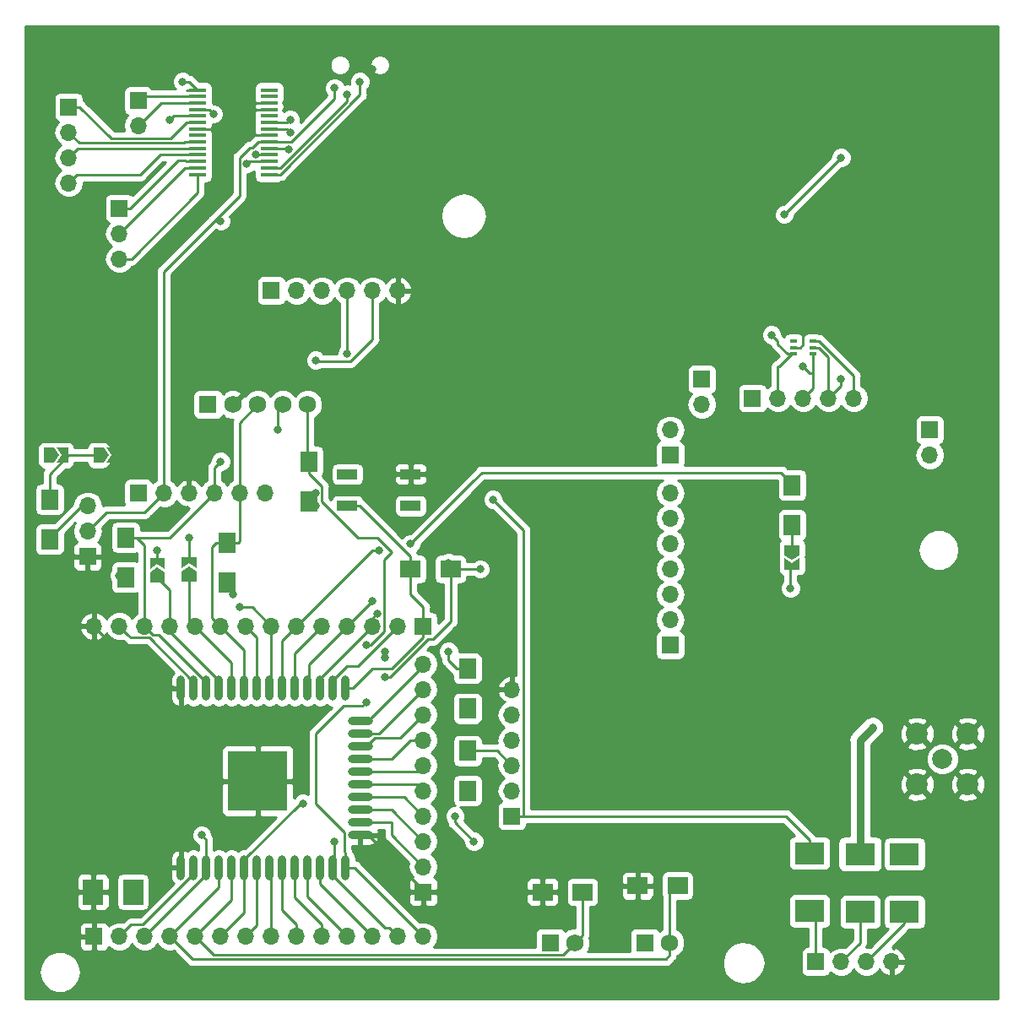
<source format=gbr>
G04 #@! TF.GenerationSoftware,KiCad,Pcbnew,(5.0.2)-1*
G04 #@! TF.CreationDate,2019-04-16T07:35:45+02:00*
G04 #@! TF.ProjectId,devboard_io,64657662-6f61-4726-945f-696f2e6b6963,rev?*
G04 #@! TF.SameCoordinates,Original*
G04 #@! TF.FileFunction,Copper,L1,Top*
G04 #@! TF.FilePolarity,Positive*
%FSLAX46Y46*%
G04 Gerber Fmt 4.6, Leading zero omitted, Abs format (unit mm)*
G04 Created by KiCad (PCBNEW (5.0.2)-1) date 16/04/2019 07:35:45*
%MOMM*%
%LPD*%
G01*
G04 APERTURE LIST*
G04 #@! TA.AperFunction,SMDPad,CuDef*
%ADD10R,3.000000X2.200000*%
G04 #@! TD*
G04 #@! TA.AperFunction,ComponentPad*
%ADD11R,1.700000X1.700000*%
G04 #@! TD*
G04 #@! TA.AperFunction,ComponentPad*
%ADD12O,1.700000X1.700000*%
G04 #@! TD*
G04 #@! TA.AperFunction,ComponentPad*
%ADD13C,1.750000*%
G04 #@! TD*
G04 #@! TA.AperFunction,ComponentPad*
%ADD14R,1.750000X1.750000*%
G04 #@! TD*
G04 #@! TA.AperFunction,ComponentPad*
%ADD15C,2.000000*%
G04 #@! TD*
G04 #@! TA.AperFunction,ComponentPad*
%ADD16C,2.200000*%
G04 #@! TD*
G04 #@! TA.AperFunction,SMDPad,CuDef*
%ADD17C,0.300000*%
G04 #@! TD*
G04 #@! TA.AperFunction,Conductor*
%ADD18C,0.100000*%
G04 #@! TD*
G04 #@! TA.AperFunction,SMDPad,CuDef*
%ADD19R,1.700000X2.000000*%
G04 #@! TD*
G04 #@! TA.AperFunction,SMDPad,CuDef*
%ADD20R,2.000000X1.700000*%
G04 #@! TD*
G04 #@! TA.AperFunction,SMDPad,CuDef*
%ADD21R,2.000000X1.000000*%
G04 #@! TD*
G04 #@! TA.AperFunction,SMDPad,CuDef*
%ADD22R,1.750000X0.450000*%
G04 #@! TD*
G04 #@! TA.AperFunction,SMDPad,CuDef*
%ADD23R,0.750000X0.400000*%
G04 #@! TD*
G04 #@! TA.AperFunction,SMDPad,CuDef*
%ADD24O,0.900000X2.500000*%
G04 #@! TD*
G04 #@! TA.AperFunction,SMDPad,CuDef*
%ADD25O,2.500000X0.900000*%
G04 #@! TD*
G04 #@! TA.AperFunction,SMDPad,CuDef*
%ADD26R,6.000000X6.000000*%
G04 #@! TD*
G04 #@! TA.AperFunction,SMDPad,CuDef*
%ADD27R,2.000000X2.500000*%
G04 #@! TD*
G04 #@! TA.AperFunction,ViaPad*
%ADD28C,0.800000*%
G04 #@! TD*
G04 #@! TA.AperFunction,Conductor*
%ADD29C,0.250000*%
G04 #@! TD*
G04 #@! TA.AperFunction,Conductor*
%ADD30C,0.800000*%
G04 #@! TD*
G04 #@! TA.AperFunction,Conductor*
%ADD31C,0.254000*%
G04 #@! TD*
G04 APERTURE END LIST*
D10*
G04 #@! TO.P,F1,2*
G04 #@! TO.N,Net-(F1-Pad2)*
X447675000Y-120015000D03*
G04 #@! TO.P,F1,1*
G04 #@! TO.N,+5V*
X447675000Y-114215000D03*
G04 #@! TD*
G04 #@! TO.P,F2,1*
G04 #@! TO.N,+BATT*
X452755000Y-114300000D03*
G04 #@! TO.P,F2,2*
G04 #@! TO.N,Net-(F2-Pad2)*
X452755000Y-120100000D03*
G04 #@! TD*
G04 #@! TO.P,F3,2*
G04 #@! TO.N,Net-(F3-Pad2)*
X457200000Y-120100000D03*
G04 #@! TO.P,F3,1*
G04 #@! TO.N,+3V3*
X457200000Y-114300000D03*
G04 #@! TD*
D11*
G04 #@! TO.P,J1,1*
G04 #@! TO.N,Net-(J1-Pad1)*
X380365000Y-38735000D03*
D12*
G04 #@! TO.P,J1,2*
G04 #@! TO.N,Net-(J1-Pad2)*
X380365000Y-41275000D03*
G04 #@! TD*
G04 #@! TO.P,J3,6*
G04 #@! TO.N,GND*
X406400000Y-57785000D03*
G04 #@! TO.P,J3,5*
G04 #@! TO.N,+3V3*
X403860000Y-57785000D03*
G04 #@! TO.P,J3,4*
G04 #@! TO.N,/AD8232_analog*
X401320000Y-57785000D03*
G04 #@! TO.P,J3,3*
G04 #@! TO.N,/LO-*
X398780000Y-57785000D03*
G04 #@! TO.P,J3,2*
G04 #@! TO.N,/LO+*
X396240000Y-57785000D03*
D11*
G04 #@! TO.P,J3,1*
G04 #@! TO.N,Net-(J3-Pad1)*
X393700000Y-57785000D03*
G04 #@! TD*
D13*
G04 #@! TO.P,J4,5*
G04 #@! TO.N,/MAX30100_INT*
X397350000Y-69215000D03*
G04 #@! TO.P,J4,4*
G04 #@! TO.N,SCL*
X394850000Y-69215000D03*
G04 #@! TO.P,J4,3*
G04 #@! TO.N,SDA*
X392350000Y-69215000D03*
G04 #@! TO.P,J4,2*
G04 #@! TO.N,GND*
X389850000Y-69215000D03*
D14*
G04 #@! TO.P,J4,1*
G04 #@! TO.N,+3V3*
X387350000Y-69215000D03*
G04 #@! TD*
D11*
G04 #@! TO.P,J6,1*
G04 #@! TO.N,Net-(J6-Pad1)*
X373380000Y-39370000D03*
D12*
G04 #@! TO.P,J6,2*
G04 #@! TO.N,Net-(J6-Pad2)*
X373380000Y-41910000D03*
G04 #@! TO.P,J6,3*
G04 #@! TO.N,Net-(J6-Pad3)*
X373380000Y-44450000D03*
G04 #@! TO.P,J6,4*
G04 #@! TO.N,Net-(J6-Pad4)*
X373380000Y-46990000D03*
G04 #@! TD*
G04 #@! TO.P,J7,4*
G04 #@! TO.N,GND*
X455930000Y-125095000D03*
G04 #@! TO.P,J7,3*
G04 #@! TO.N,Net-(F3-Pad2)*
X453390000Y-125095000D03*
G04 #@! TO.P,J7,2*
G04 #@! TO.N,Net-(F2-Pad2)*
X450850000Y-125095000D03*
D11*
G04 #@! TO.P,J7,1*
G04 #@! TO.N,Net-(F1-Pad2)*
X448310000Y-125095000D03*
G04 #@! TD*
D12*
G04 #@! TO.P,J8,3*
G04 #@! TO.N,Net-(J8-Pad3)*
X378460000Y-54610000D03*
G04 #@! TO.P,J8,2*
G04 #@! TO.N,Net-(J8-Pad2)*
X378460000Y-52070000D03*
D11*
G04 #@! TO.P,J8,1*
G04 #@! TO.N,Net-(J8-Pad1)*
X378460000Y-49530000D03*
G04 #@! TD*
D15*
G04 #@! TO.P,J10,1*
G04 #@! TO.N,Net-(J10-Pad1)*
X461010000Y-104775000D03*
D16*
G04 #@! TO.P,J10,2*
G04 #@! TO.N,GND*
X463550000Y-102235000D03*
X463550000Y-107315000D03*
X458470000Y-107315000D03*
X458470000Y-102235000D03*
G04 #@! TD*
D12*
G04 #@! TO.P,J11,7*
G04 #@! TO.N,Net-(J11-Pad7)*
X433705000Y-78105000D03*
G04 #@! TO.P,J11,6*
G04 #@! TO.N,Net-(J11-Pad6)*
X433705000Y-80645000D03*
G04 #@! TO.P,J11,5*
G04 #@! TO.N,Net-(J11-Pad5)*
X433705000Y-83185000D03*
G04 #@! TO.P,J11,4*
G04 #@! TO.N,Net-(J11-Pad4)*
X433705000Y-85725000D03*
G04 #@! TO.P,J11,3*
G04 #@! TO.N,Net-(J11-Pad3)*
X433705000Y-88265000D03*
G04 #@! TO.P,J11,2*
G04 #@! TO.N,Net-(J11-Pad2)*
X433705000Y-90805000D03*
D11*
G04 #@! TO.P,J11,1*
G04 #@! TO.N,Net-(J11-Pad1)*
X433705000Y-93345000D03*
G04 #@! TD*
D12*
G04 #@! TO.P,J12,2*
G04 #@! TO.N,Net-(J12-Pad2)*
X459740000Y-74295000D03*
D11*
G04 #@! TO.P,J12,1*
G04 #@! TO.N,Net-(J12-Pad1)*
X459740000Y-71755000D03*
G04 #@! TD*
D12*
G04 #@! TO.P,J13,5*
G04 #@! TO.N,Net-(C2-Pad2)*
X452120000Y-68580000D03*
G04 #@! TO.P,J13,4*
G04 #@! TO.N,Net-(J13-Pad4)*
X449580000Y-68580000D03*
G04 #@! TO.P,J13,3*
G04 #@! TO.N,Net-(J13-Pad3)*
X447040000Y-68580000D03*
G04 #@! TO.P,J13,2*
G04 #@! TO.N,Net-(C7-Pad1)*
X444500000Y-68580000D03*
D11*
G04 #@! TO.P,J13,1*
G04 #@! TO.N,Net-(J13-Pad1)*
X441960000Y-68580000D03*
G04 #@! TD*
D12*
G04 #@! TO.P,J14,2*
G04 #@! TO.N,Net-(J14-Pad2)*
X433705000Y-71755000D03*
D11*
G04 #@! TO.P,J14,1*
G04 #@! TO.N,Net-(J14-Pad1)*
X433705000Y-74295000D03*
G04 #@! TD*
G04 #@! TO.P,J15,1*
G04 #@! TO.N,Net-(J15-Pad1)*
X436880000Y-66675000D03*
D12*
G04 #@! TO.P,J15,2*
G04 #@! TO.N,Net-(J15-Pad2)*
X436880000Y-69215000D03*
G04 #@! TD*
D11*
G04 #@! TO.P,J16,1*
G04 #@! TO.N,GND*
X375920000Y-122555000D03*
D12*
G04 #@! TO.P,J16,2*
G04 #@! TO.N,+3V3*
X378460000Y-122555000D03*
G04 #@! TO.P,J16,3*
G04 #@! TO.N,Net-(J16-Pad3)*
X381000000Y-122555000D03*
G04 #@! TO.P,J16,4*
G04 #@! TO.N,/switch_air*
X383540000Y-122555000D03*
G04 #@! TO.P,J16,5*
G04 #@! TO.N,/switch_heart*
X386080000Y-122555000D03*
G04 #@! TO.P,J16,6*
G04 #@! TO.N,/LO+*
X388620000Y-122555000D03*
G04 #@! TO.P,J16,7*
G04 #@! TO.N,/AD8232_analog*
X391160000Y-122555000D03*
G04 #@! TO.P,J16,8*
G04 #@! TO.N,Net-(J16-Pad8)*
X393700000Y-122555000D03*
G04 #@! TO.P,J16,9*
G04 #@! TO.N,Net-(J16-Pad9)*
X396240000Y-122555000D03*
G04 #@! TO.P,J16,10*
G04 #@! TO.N,/gpio_rpi*
X398780000Y-122555000D03*
G04 #@! TO.P,J16,11*
G04 #@! TO.N,Net-(J16-Pad11)*
X401320000Y-122555000D03*
G04 #@! TO.P,J16,12*
G04 #@! TO.N,/air_ex*
X403860000Y-122555000D03*
G04 #@! TO.P,J16,13*
G04 #@! TO.N,/LO-*
X406400000Y-122555000D03*
G04 #@! TO.P,J16,14*
G04 #@! TO.N,/MAX30100_INT*
X408940000Y-122555000D03*
G04 #@! TD*
G04 #@! TO.P,J17,14*
G04 #@! TO.N,GND*
X375920000Y-91440000D03*
G04 #@! TO.P,J17,13*
G04 #@! TO.N,Net-(J17-Pad13)*
X378460000Y-91440000D03*
G04 #@! TO.P,J17,12*
G04 #@! TO.N,SCL*
X381000000Y-91440000D03*
G04 #@! TO.P,J17,11*
G04 #@! TO.N,Net-(J17-Pad11)*
X383540000Y-91440000D03*
G04 #@! TO.P,J17,10*
G04 #@! TO.N,Net-(J17-Pad10)*
X386080000Y-91440000D03*
G04 #@! TO.P,J17,9*
G04 #@! TO.N,SDA*
X388620000Y-91440000D03*
G04 #@! TO.P,J17,8*
G04 #@! TO.N,Net-(J17-Pad8)*
X391160000Y-91440000D03*
G04 #@! TO.P,J17,7*
G04 #@! TO.N,/heart_motor*
X393700000Y-91440000D03*
G04 #@! TO.P,J17,6*
G04 #@! TO.N,/PWRKEY*
X396240000Y-91440000D03*
G04 #@! TO.P,J17,5*
G04 #@! TO.N,Net-(J17-Pad5)*
X398780000Y-91440000D03*
G04 #@! TO.P,J17,4*
G04 #@! TO.N,/sim800_rx*
X401320000Y-91440000D03*
G04 #@! TO.P,J17,3*
G04 #@! TO.N,/sim800_tx*
X403860000Y-91440000D03*
G04 #@! TO.P,J17,2*
G04 #@! TO.N,/air_in*
X406400000Y-91440000D03*
D11*
G04 #@! TO.P,J17,1*
G04 #@! TO.N,Net-(J17-Pad1)*
X408940000Y-91440000D03*
G04 #@! TD*
D12*
G04 #@! TO.P,J18,10*
G04 #@! TO.N,Net-(J18-Pad10)*
X408940000Y-95250000D03*
G04 #@! TO.P,J18,9*
G04 #@! TO.N,Net-(J18-Pad9)*
X408940000Y-97790000D03*
G04 #@! TO.P,J18,8*
G04 #@! TO.N,Net-(J18-Pad8)*
X408940000Y-100330000D03*
G04 #@! TO.P,J18,7*
G04 #@! TO.N,Net-(J18-Pad7)*
X408940000Y-102870000D03*
G04 #@! TO.P,J18,6*
G04 #@! TO.N,Net-(J18-Pad6)*
X408940000Y-105410000D03*
G04 #@! TO.P,J18,5*
G04 #@! TO.N,Net-(J18-Pad5)*
X408940000Y-107950000D03*
G04 #@! TO.P,J18,4*
G04 #@! TO.N,Net-(J18-Pad4)*
X408940000Y-110490000D03*
G04 #@! TO.P,J18,3*
G04 #@! TO.N,Net-(J18-Pad3)*
X408940000Y-113030000D03*
G04 #@! TO.P,J18,2*
G04 #@! TO.N,Net-(J18-Pad2)*
X408940000Y-115570000D03*
D11*
G04 #@! TO.P,J18,1*
G04 #@! TO.N,GND*
X408940000Y-118110000D03*
G04 #@! TD*
G04 #@! TO.P,J19,1*
G04 #@! TO.N,GND*
X375285000Y-84455000D03*
D12*
G04 #@! TO.P,J19,2*
G04 #@! TO.N,+5V*
X375285000Y-81915000D03*
G04 #@! TO.P,J19,3*
G04 #@! TO.N,/heart_motor*
X375285000Y-79375000D03*
G04 #@! TD*
D11*
G04 #@! TO.P,J20,1*
G04 #@! TO.N,+5V*
X417830000Y-110490000D03*
D12*
G04 #@! TO.P,J20,2*
G04 #@! TO.N,/air_ex*
X417830000Y-107950000D03*
G04 #@! TO.P,J20,3*
X417830000Y-105410000D03*
G04 #@! TO.P,J20,4*
G04 #@! TO.N,/air_in*
X417830000Y-102870000D03*
G04 #@! TO.P,J20,5*
X417830000Y-100330000D03*
G04 #@! TO.P,J20,6*
G04 #@! TO.N,GND*
X417830000Y-97790000D03*
G04 #@! TD*
D13*
G04 #@! TO.P,J21,2*
G04 #@! TO.N,/switch_heart*
X424180000Y-123190000D03*
D14*
G04 #@! TO.P,J21,1*
G04 #@! TO.N,+3V3*
X421680000Y-123190000D03*
G04 #@! TD*
G04 #@! TO.P,J22,1*
G04 #@! TO.N,+3V3*
X431165000Y-123190000D03*
D13*
G04 #@! TO.P,J22,2*
G04 #@! TO.N,/switch_air*
X433665000Y-123190000D03*
G04 #@! TD*
D17*
G04 #@! TO.P,JP1,2*
G04 #@! TO.N,Net-(JP1-Pad2)*
X445935100Y-85268900D03*
D18*
G04 #@! TD*
G04 #@! TO.N,Net-(JP1-Pad2)*
G04 #@! TO.C,JP1*
G36*
X445185100Y-85768900D02*
X445185100Y-84618900D01*
X445935100Y-85118900D01*
X446685100Y-84618900D01*
X446685100Y-85768900D01*
X445185100Y-85768900D01*
X445185100Y-85768900D01*
G37*
D17*
G04 #@! TO.P,JP1,1*
G04 #@! TO.N,Net-(JP1-Pad1)*
X445935100Y-83818900D03*
D18*
G04 #@! TD*
G04 #@! TO.N,Net-(JP1-Pad1)*
G04 #@! TO.C,JP1*
G36*
X445935100Y-84818900D02*
X445185100Y-84318900D01*
X445185100Y-83318900D01*
X446685100Y-83318900D01*
X446685100Y-84318900D01*
X445935100Y-84818900D01*
X445935100Y-84818900D01*
G37*
D17*
G04 #@! TO.P,JP2,1*
G04 #@! TO.N,Net-(J17-Pad11)*
X382270000Y-86540000D03*
D18*
G04 #@! TD*
G04 #@! TO.N,Net-(J17-Pad11)*
G04 #@! TO.C,JP2*
G36*
X382270000Y-85540000D02*
X383020000Y-86040000D01*
X383020000Y-87040000D01*
X381520000Y-87040000D01*
X381520000Y-86040000D01*
X382270000Y-85540000D01*
X382270000Y-85540000D01*
G37*
D17*
G04 #@! TO.P,JP2,2*
G04 #@! TO.N,TX_ESP32*
X382270000Y-85090000D03*
D18*
G04 #@! TD*
G04 #@! TO.N,TX_ESP32*
G04 #@! TO.C,JP2*
G36*
X383020000Y-84590000D02*
X383020000Y-85740000D01*
X382270000Y-85240000D01*
X381520000Y-85740000D01*
X381520000Y-84590000D01*
X383020000Y-84590000D01*
X383020000Y-84590000D01*
G37*
D17*
G04 #@! TO.P,JP3,2*
G04 #@! TO.N,RX_ESP32*
X385445000Y-85000000D03*
D18*
G04 #@! TD*
G04 #@! TO.N,RX_ESP32*
G04 #@! TO.C,JP3*
G36*
X386195000Y-84500000D02*
X386195000Y-85650000D01*
X385445000Y-85150000D01*
X384695000Y-85650000D01*
X384695000Y-84500000D01*
X386195000Y-84500000D01*
X386195000Y-84500000D01*
G37*
D17*
G04 #@! TO.P,JP3,1*
G04 #@! TO.N,Net-(J17-Pad10)*
X385445000Y-86450000D03*
D18*
G04 #@! TD*
G04 #@! TO.N,Net-(J17-Pad10)*
G04 #@! TO.C,JP3*
G36*
X385445000Y-85450000D02*
X386195000Y-85950000D01*
X386195000Y-86950000D01*
X384695000Y-86950000D01*
X384695000Y-85950000D01*
X385445000Y-85450000D01*
X385445000Y-85450000D01*
G37*
D17*
G04 #@! TO.P,JP4,1*
G04 #@! TO.N,+3V3*
X371385000Y-74295000D03*
D18*
G04 #@! TD*
G04 #@! TO.N,+3V3*
G04 #@! TO.C,JP4*
G36*
X372385000Y-74295000D02*
X371885000Y-75045000D01*
X370885000Y-75045000D01*
X370885000Y-73545000D01*
X371885000Y-73545000D01*
X372385000Y-74295000D01*
X372385000Y-74295000D01*
G37*
D17*
G04 #@! TO.P,JP4,2*
G04 #@! TO.N,Net-(JP4-Pad2)*
X372835000Y-74295000D03*
D18*
G04 #@! TD*
G04 #@! TO.N,Net-(JP4-Pad2)*
G04 #@! TO.C,JP4*
G36*
X373335000Y-75045000D02*
X372185000Y-75045000D01*
X372685000Y-74295000D01*
X372185000Y-73545000D01*
X373335000Y-73545000D01*
X373335000Y-75045000D01*
X373335000Y-75045000D01*
G37*
D17*
G04 #@! TO.P,JP5,2*
G04 #@! TO.N,GND*
X377825000Y-74295000D03*
D18*
G04 #@! TD*
G04 #@! TO.N,GND*
G04 #@! TO.C,JP5*
G36*
X378325000Y-75045000D02*
X377175000Y-75045000D01*
X377675000Y-74295000D01*
X377175000Y-73545000D01*
X378325000Y-73545000D01*
X378325000Y-75045000D01*
X378325000Y-75045000D01*
G37*
D17*
G04 #@! TO.P,JP5,1*
G04 #@! TO.N,Net-(JP4-Pad2)*
X376375000Y-74295000D03*
D18*
G04 #@! TD*
G04 #@! TO.N,Net-(JP4-Pad2)*
G04 #@! TO.C,JP5*
G36*
X377375000Y-74295000D02*
X376875000Y-75045000D01*
X375875000Y-75045000D01*
X375875000Y-73545000D01*
X376875000Y-73545000D01*
X377375000Y-74295000D01*
X377375000Y-74295000D01*
G37*
D19*
G04 #@! TO.P,R9,1*
G04 #@! TO.N,Net-(JP1-Pad1)*
X445935100Y-81304900D03*
G04 #@! TO.P,R9,2*
G04 #@! TO.N,/PWRKEY*
X445935100Y-77304900D03*
G04 #@! TD*
G04 #@! TO.P,R11,1*
G04 #@! TO.N,+3V3*
X379095000Y-86550000D03*
G04 #@! TO.P,R11,2*
G04 #@! TO.N,SCL*
X379095000Y-82550000D03*
G04 #@! TD*
G04 #@! TO.P,R13,2*
G04 #@! TO.N,SDA*
X389255000Y-83090000D03*
G04 #@! TO.P,R13,1*
G04 #@! TO.N,+3V3*
X389255000Y-87090000D03*
G04 #@! TD*
G04 #@! TO.P,R14,1*
G04 #@! TO.N,/MAX30100_INT*
X397510000Y-74930000D03*
G04 #@! TO.P,R14,2*
G04 #@! TO.N,+3V3*
X397510000Y-78930000D03*
G04 #@! TD*
D20*
G04 #@! TO.P,R15,1*
G04 #@! TO.N,Net-(J17-Pad1)*
X407670000Y-85725000D03*
G04 #@! TO.P,R15,2*
G04 #@! TO.N,+3V3*
X411670000Y-85725000D03*
G04 #@! TD*
D19*
G04 #@! TO.P,R16,1*
G04 #@! TO.N,Net-(JP4-Pad2)*
X371475000Y-78740000D03*
G04 #@! TO.P,R16,2*
G04 #@! TO.N,/heart_motor*
X371475000Y-82740000D03*
G04 #@! TD*
G04 #@! TO.P,R17,1*
G04 #@! TO.N,+3V3*
X413385000Y-99695000D03*
G04 #@! TO.P,R17,2*
G04 #@! TO.N,/air_in*
X413385000Y-95695000D03*
G04 #@! TD*
D20*
G04 #@! TO.P,R18,2*
G04 #@! TO.N,/switch_heart*
X424910000Y-118110000D03*
G04 #@! TO.P,R18,1*
G04 #@! TO.N,GND*
X420910000Y-118110000D03*
G04 #@! TD*
D19*
G04 #@! TO.P,R19,2*
G04 #@! TO.N,+3V3*
X413385000Y-107950000D03*
G04 #@! TO.P,R19,1*
G04 #@! TO.N,/air_ex*
X413385000Y-103950000D03*
G04 #@! TD*
D20*
G04 #@! TO.P,R20,1*
G04 #@! TO.N,/switch_air*
X434435000Y-117475000D03*
G04 #@! TO.P,R20,2*
G04 #@! TO.N,GND*
X430435000Y-117475000D03*
G04 #@! TD*
D21*
G04 #@! TO.P,SW2,2*
G04 #@! TO.N,GND*
X407670000Y-76200000D03*
G04 #@! TO.P,SW2,4*
G04 #@! TO.N,N/C*
X401320000Y-76200000D03*
G04 #@! TO.P,SW2,3*
X407670000Y-79375000D03*
G04 #@! TO.P,SW2,1*
G04 #@! TO.N,Net-(J17-Pad1)*
X401320000Y-79375000D03*
G04 #@! TD*
D22*
G04 #@! TO.P,U1,28*
G04 #@! TO.N,Net-(U1-Pad28)*
X393490000Y-37685000D03*
G04 #@! TO.P,U1,27*
G04 #@! TO.N,Net-(U1-Pad27)*
X393490000Y-38335000D03*
G04 #@! TO.P,U1,26*
G04 #@! TO.N,GND*
X393490000Y-38985000D03*
G04 #@! TO.P,U1,25*
X393490000Y-39635000D03*
G04 #@! TO.P,U1,24*
G04 #@! TO.N,N/C*
X393490000Y-40285000D03*
G04 #@! TO.P,U1,23*
G04 #@! TO.N,Net-(D1-Pad1)*
X393490000Y-40935000D03*
G04 #@! TO.P,U1,22*
G04 #@! TO.N,Net-(D2-Pad1)*
X393490000Y-41585000D03*
G04 #@! TO.P,U1,21*
G04 #@! TO.N,GND*
X393490000Y-42235000D03*
G04 #@! TO.P,U1,20*
G04 #@! TO.N,+5V*
X393490000Y-42885000D03*
G04 #@! TO.P,U1,19*
G04 #@! TO.N,+3V3*
X393490000Y-43535000D03*
G04 #@! TO.P,U1,18*
G04 #@! TO.N,GND*
X393490000Y-44185000D03*
G04 #@! TO.P,U1,17*
G04 #@! TO.N,Net-(C1-Pad1)*
X393490000Y-44835000D03*
G04 #@! TO.P,U1,16*
G04 #@! TO.N,Net-(J2-Pad2)*
X393490000Y-45485000D03*
G04 #@! TO.P,U1,15*
G04 #@! TO.N,Net-(J2-Pad3)*
X393490000Y-46135000D03*
G04 #@! TO.P,U1,14*
G04 #@! TO.N,Net-(J8-Pad3)*
X386290000Y-46135000D03*
G04 #@! TO.P,U1,13*
G04 #@! TO.N,Net-(J8-Pad2)*
X386290000Y-45485000D03*
G04 #@! TO.P,U1,12*
G04 #@! TO.N,Net-(J8-Pad1)*
X386290000Y-44835000D03*
G04 #@! TO.P,U1,11*
G04 #@! TO.N,Net-(J6-Pad4)*
X386290000Y-44185000D03*
G04 #@! TO.P,U1,10*
G04 #@! TO.N,Net-(J6-Pad3)*
X386290000Y-43535000D03*
G04 #@! TO.P,U1,9*
G04 #@! TO.N,Net-(J6-Pad2)*
X386290000Y-42885000D03*
G04 #@! TO.P,U1,8*
G04 #@! TO.N,N/C*
X386290000Y-42235000D03*
G04 #@! TO.P,U1,7*
G04 #@! TO.N,GND*
X386290000Y-41585000D03*
G04 #@! TO.P,U1,6*
G04 #@! TO.N,Net-(J6-Pad1)*
X386290000Y-40935000D03*
G04 #@! TO.P,U1,5*
G04 #@! TO.N,TX_ESP32*
X386290000Y-40285000D03*
G04 #@! TO.P,U1,4*
G04 #@! TO.N,+3V3*
X386290000Y-39635000D03*
G04 #@! TO.P,U1,3*
G04 #@! TO.N,Net-(J1-Pad2)*
X386290000Y-38985000D03*
G04 #@! TO.P,U1,2*
G04 #@! TO.N,Net-(J1-Pad1)*
X386290000Y-38335000D03*
G04 #@! TO.P,U1,1*
G04 #@! TO.N,RX_ESP32*
X386290000Y-37685000D03*
G04 #@! TD*
D23*
G04 #@! TO.P,U2,5*
G04 #@! TO.N,Net-(J13-Pad4)*
X447990000Y-63500000D03*
G04 #@! TO.P,U2,1*
G04 #@! TO.N,Net-(U2-Pad1)*
X446090000Y-62850000D03*
G04 #@! TO.P,U2,3*
G04 #@! TO.N,Net-(C7-Pad1)*
X446090000Y-64150000D03*
G04 #@! TO.P,U2,2*
G04 #@! TO.N,GND*
X446090000Y-63500000D03*
G04 #@! TO.P,U2,4*
G04 #@! TO.N,Net-(J13-Pad3)*
X447990000Y-64150000D03*
G04 #@! TO.P,U2,6*
G04 #@! TO.N,Net-(C2-Pad2)*
X447990000Y-62850000D03*
G04 #@! TD*
D24*
G04 #@! TO.P,U4,38*
G04 #@! TO.N,GND*
X384640000Y-97680000D03*
G04 #@! TO.P,U4,37*
G04 #@! TO.N,Net-(J17-Pad13)*
X385910000Y-97680000D03*
G04 #@! TO.P,U4,36*
G04 #@! TO.N,SCL*
X387180000Y-97680000D03*
G04 #@! TO.P,U4,35*
G04 #@! TO.N,Net-(J17-Pad11)*
X388450000Y-97680000D03*
G04 #@! TO.P,U4,34*
G04 #@! TO.N,Net-(J17-Pad10)*
X389720000Y-97680000D03*
G04 #@! TO.P,U4,33*
G04 #@! TO.N,SDA*
X390990000Y-97680000D03*
G04 #@! TO.P,U4,32*
G04 #@! TO.N,Net-(J17-Pad8)*
X392260000Y-97680000D03*
G04 #@! TO.P,U4,31*
G04 #@! TO.N,/heart_motor*
X393530000Y-97680000D03*
G04 #@! TO.P,U4,30*
G04 #@! TO.N,/PWRKEY*
X394800000Y-97680000D03*
G04 #@! TO.P,U4,29*
G04 #@! TO.N,Net-(J17-Pad5)*
X396070000Y-97680000D03*
G04 #@! TO.P,U4,28*
G04 #@! TO.N,/sim800_rx*
X397340000Y-97680000D03*
G04 #@! TO.P,U4,27*
G04 #@! TO.N,/sim800_tx*
X398610000Y-97680000D03*
G04 #@! TO.P,U4,26*
G04 #@! TO.N,/air_in*
X399880000Y-97680000D03*
G04 #@! TO.P,U4,25*
G04 #@! TO.N,Net-(J17-Pad1)*
X401150000Y-97680000D03*
D25*
G04 #@! TO.P,U4,24*
G04 #@! TO.N,Net-(J18-Pad10)*
X402640000Y-100965000D03*
G04 #@! TO.P,U4,23*
G04 #@! TO.N,Net-(J18-Pad9)*
X402640000Y-102235000D03*
G04 #@! TO.P,U4,22*
G04 #@! TO.N,Net-(J18-Pad8)*
X402640000Y-103505000D03*
G04 #@! TO.P,U4,21*
G04 #@! TO.N,Net-(J18-Pad7)*
X402640000Y-104775000D03*
G04 #@! TO.P,U4,20*
G04 #@! TO.N,Net-(J18-Pad6)*
X402640000Y-106045000D03*
G04 #@! TO.P,U4,19*
G04 #@! TO.N,Net-(J18-Pad5)*
X402640000Y-107315000D03*
G04 #@! TO.P,U4,18*
G04 #@! TO.N,Net-(J18-Pad4)*
X402640000Y-108585000D03*
G04 #@! TO.P,U4,17*
G04 #@! TO.N,Net-(J18-Pad3)*
X402640000Y-109855000D03*
G04 #@! TO.P,U4,16*
G04 #@! TO.N,Net-(J18-Pad2)*
X402640000Y-111125000D03*
G04 #@! TO.P,U4,15*
G04 #@! TO.N,GND*
X402640000Y-112395000D03*
D24*
G04 #@! TO.P,U4,14*
G04 #@! TO.N,/MAX30100_INT*
X401150000Y-115680000D03*
G04 #@! TO.P,U4,13*
G04 #@! TO.N,/LO-*
X399880000Y-115680000D03*
G04 #@! TO.P,U4,12*
G04 #@! TO.N,/air_ex*
X398610000Y-115680000D03*
G04 #@! TO.P,U4,11*
G04 #@! TO.N,Net-(J16-Pad11)*
X397340000Y-115680000D03*
G04 #@! TO.P,U4,10*
G04 #@! TO.N,/gpio_rpi*
X396070000Y-115680000D03*
G04 #@! TO.P,U4,9*
G04 #@! TO.N,Net-(J16-Pad9)*
X394800000Y-115680000D03*
G04 #@! TO.P,U4,8*
G04 #@! TO.N,Net-(J16-Pad8)*
X393530000Y-115680000D03*
G04 #@! TO.P,U4,7*
G04 #@! TO.N,/AD8232_analog*
X392260000Y-115680000D03*
G04 #@! TO.P,U4,6*
G04 #@! TO.N,/LO+*
X390990000Y-115680000D03*
G04 #@! TO.P,U4,5*
G04 #@! TO.N,/switch_heart*
X389720000Y-115680000D03*
G04 #@! TO.P,U4,4*
G04 #@! TO.N,/switch_air*
X388450000Y-115680000D03*
G04 #@! TO.P,U4,3*
G04 #@! TO.N,Net-(J16-Pad3)*
X387180000Y-115680000D03*
G04 #@! TO.P,U4,2*
G04 #@! TO.N,+3V3*
X385910000Y-115680000D03*
G04 #@! TO.P,U4,1*
G04 #@! TO.N,GND*
X384640000Y-115680000D03*
D26*
G04 #@! TO.P,U4,39*
X392340000Y-106980000D03*
G04 #@! TD*
D12*
G04 #@! TO.P,J5,6*
G04 #@! TO.N,/gpio_rpi*
X393065000Y-78105000D03*
G04 #@! TO.P,J5,5*
G04 #@! TO.N,SDA*
X390525000Y-78105000D03*
G04 #@! TO.P,J5,4*
G04 #@! TO.N,SCL*
X387985000Y-78105000D03*
G04 #@! TO.P,J5,3*
G04 #@! TO.N,GND*
X385445000Y-78105000D03*
G04 #@! TO.P,J5,2*
G04 #@! TO.N,+5V*
X382905000Y-78105000D03*
D11*
G04 #@! TO.P,J5,1*
G04 #@! TO.N,+3V3*
X380365000Y-78105000D03*
G04 #@! TD*
D27*
G04 #@! TO.P,C8,2*
G04 #@! TO.N,+3V3*
X379825000Y-118110000D03*
G04 #@! TO.P,C8,1*
G04 #@! TO.N,GND*
X375825000Y-118110000D03*
G04 #@! TD*
D28*
G04 #@! TO.N,*
X414020000Y-113030000D03*
X412115000Y-110490000D03*
G04 #@! TO.N,+3V3*
X379730000Y-118110000D03*
X413385000Y-107950000D03*
X413385000Y-99695000D03*
X457835000Y-114300000D03*
X378460000Y-86360000D03*
X398145000Y-78105000D03*
X389255000Y-86995000D03*
X411480000Y-85090000D03*
X398145000Y-79375000D03*
X371475000Y-74295000D03*
X389890000Y-88265000D03*
X387912892Y-40077108D03*
X395432347Y-43642347D03*
X414655000Y-85725000D03*
X398145000Y-64770000D03*
X405130000Y-96520000D03*
X405130000Y-94615000D03*
X405130000Y-93980000D03*
G04 #@! TO.N,GND*
X384175000Y-107950000D03*
X403860000Y-35560000D03*
X451485000Y-72390000D03*
X442595000Y-72390000D03*
X454660000Y-84455000D03*
X454660000Y-87630000D03*
X454660000Y-81280000D03*
X454660000Y-97790000D03*
X448945000Y-90805000D03*
X447675000Y-90805000D03*
X442595000Y-95885000D03*
X444500000Y-96520000D03*
X450850000Y-102870000D03*
X450850000Y-104140000D03*
X446405000Y-98425000D03*
X432435000Y-97790000D03*
X389255000Y-40640000D03*
X406400000Y-33020000D03*
X403860000Y-33020000D03*
X401320000Y-32385000D03*
X398145000Y-33020000D03*
X426720000Y-83820000D03*
X439420000Y-80010000D03*
X448945000Y-73025000D03*
X441325000Y-64770000D03*
X460375000Y-67945000D03*
X455930000Y-38735000D03*
X441960000Y-73660000D03*
X389255000Y-40640000D03*
X389255000Y-40640000D03*
X450850000Y-104140000D03*
X450850000Y-104140000D03*
X450850000Y-102870000D03*
X450850000Y-102870000D03*
X450850000Y-102870000D03*
X450850000Y-102870000D03*
X450850000Y-104140000D03*
X450850000Y-104140000D03*
X441960000Y-73660000D03*
X441960000Y-73660000D03*
X441325000Y-64770000D03*
X441325000Y-64770000D03*
X392122446Y-44102626D03*
G04 #@! TO.N,+BATT*
X454025000Y-101600000D03*
G04 #@! TO.N,+5V*
X400050000Y-37465000D03*
X415925000Y-78740000D03*
X388620000Y-50800000D03*
G04 #@! TO.N,Net-(D1-Pad1)*
X395605000Y-40640000D03*
G04 #@! TO.N,Net-(D2-Pad1)*
X395605000Y-41910000D03*
G04 #@! TO.N,/LO-*
X400050000Y-113030000D03*
G04 #@! TO.N,/LO+*
X396875000Y-109220000D03*
G04 #@! TO.N,Net-(J2-Pad2)*
X401320000Y-38100000D03*
G04 #@! TO.N,Net-(J2-Pad3)*
X402590000Y-36830000D03*
G04 #@! TO.N,SCL*
X388620000Y-74930000D03*
X394335000Y-71755000D03*
G04 #@! TO.N,RX_ESP32*
X385445000Y-82550000D03*
X384810000Y-36830000D03*
G04 #@! TO.N,TX_ESP32*
X382270000Y-83820000D03*
X383540000Y-40640000D03*
G04 #@! TO.N,/PWRKEY*
X407670000Y-83185000D03*
X404495000Y-83820000D03*
G04 #@! TO.N,Net-(C1-Pad1)*
X391250000Y-45085000D03*
G04 #@! TO.N,Net-(C7-Pad1)*
X443865000Y-62230000D03*
G04 #@! TO.N,/AD8232_analog*
X401320000Y-64135000D03*
G04 #@! TO.N,/MAX30100_INT*
X403225000Y-93345000D03*
X403225000Y-99060000D03*
G04 #@! TO.N,Net-(J9-Pad7)*
X445135000Y-50165000D03*
X450850000Y-44450000D03*
G04 #@! TO.N,Net-(J13-Pad4)*
X450850000Y-66675000D03*
G04 #@! TO.N,Net-(J13-Pad3)*
X447040000Y-65405000D03*
G04 #@! TO.N,Net-(J16-Pad3)*
X386715000Y-112395000D03*
G04 #@! TO.N,/heart_motor*
X390525000Y-89535000D03*
G04 #@! TO.N,/sim800_rx*
X403860000Y-88900000D03*
G04 #@! TO.N,/sim800_tx*
X403860000Y-91440000D03*
X404310001Y-90170000D03*
G04 #@! TO.N,/air_in*
X413385000Y-95695000D03*
X411480000Y-93980000D03*
G04 #@! TO.N,Net-(JP1-Pad2)*
X445770000Y-87630000D03*
G04 #@! TD*
D29*
G04 #@! TO.N,*
X414020000Y-113030000D02*
X412115000Y-111125000D01*
X412115000Y-111125000D02*
X412115000Y-110490000D01*
G04 #@! TO.N,+3V3*
X379095000Y-121920000D02*
X378460000Y-122555000D01*
X379309999Y-121705001D02*
X378460000Y-122555000D01*
X379635001Y-121379999D02*
X379309999Y-121705001D01*
X380836030Y-121379999D02*
X379635001Y-121379999D01*
X385910000Y-116306029D02*
X380836030Y-121379999D01*
X385910000Y-115680000D02*
X385910000Y-116306029D01*
X386290000Y-39635000D02*
X387470784Y-39635000D01*
X387470784Y-39635000D02*
X387912892Y-40077108D01*
X393490000Y-43535000D02*
X395325000Y-43535000D01*
X395325000Y-43535000D02*
X395432347Y-43642347D01*
X411670000Y-85725000D02*
X414655000Y-85725000D01*
X403860000Y-62668002D02*
X401955000Y-64573002D01*
X403860000Y-57785000D02*
X403860000Y-62668002D01*
X398235001Y-64860001D02*
X398145000Y-64770000D01*
X401955000Y-64573002D02*
X401668001Y-64860001D01*
X401668001Y-64860001D02*
X398235001Y-64860001D01*
X405596410Y-96520000D02*
X405130000Y-96520000D01*
X409390009Y-92726401D02*
X405596410Y-96520000D01*
X409938601Y-92726401D02*
X409390009Y-92726401D01*
X411670000Y-85725000D02*
X411670000Y-90995002D01*
X411670000Y-90995002D02*
X409938601Y-92726401D01*
X405130000Y-94615000D02*
X405130000Y-93980000D01*
G04 #@! TO.N,GND*
X408940000Y-117895000D02*
X408940000Y-118110000D01*
X403440000Y-112395000D02*
X408940000Y-117895000D01*
X402640000Y-112395000D02*
X403440000Y-112395000D01*
X383940000Y-97680000D02*
X382270000Y-96010000D01*
X384640000Y-97680000D02*
X383940000Y-97680000D01*
X380490000Y-96010000D02*
X375920000Y-91440000D01*
X382270000Y-96010000D02*
X380490000Y-96010000D01*
X393490000Y-39635000D02*
X390260000Y-39635000D01*
X390910000Y-38985000D02*
X393490000Y-38985000D01*
X390260000Y-39635000D02*
X390910000Y-38985000D01*
X386290000Y-41585000D02*
X388310000Y-41585000D01*
X388310000Y-41585000D02*
X388620000Y-41275000D01*
X446715000Y-63500000D02*
X447040000Y-63175000D01*
X446090000Y-63500000D02*
X446715000Y-63500000D01*
X447040000Y-63175000D02*
X447040000Y-61595000D01*
X384640000Y-115680000D02*
X384640000Y-110955000D01*
X384640000Y-110955000D02*
X384175000Y-110490000D01*
X393490000Y-44185000D02*
X392204820Y-44185000D01*
X392204820Y-44185000D02*
X392122446Y-44102626D01*
X393490000Y-42235000D02*
X391485000Y-42235000D01*
X391485000Y-42235000D02*
X391160000Y-41910000D01*
D30*
G04 #@! TO.N,+BATT*
X452755000Y-114300000D02*
X452755000Y-102870000D01*
X452755000Y-102870000D02*
X454025000Y-101600000D01*
D29*
G04 #@! TO.N,+5V*
X447675000Y-112865000D02*
X447675000Y-114215000D01*
X445300000Y-110490000D02*
X447675000Y-112865000D01*
X417830000Y-110490000D02*
X445300000Y-110490000D01*
X417830000Y-110490000D02*
X418930000Y-110490000D01*
X376134999Y-81065001D02*
X375285000Y-81915000D01*
X377190000Y-80010000D02*
X376134999Y-81065001D01*
X381000000Y-80010000D02*
X377190000Y-80010000D01*
X382905000Y-78105000D02*
X381000000Y-80010000D01*
X382905000Y-78105000D02*
X382905000Y-55880000D01*
X392365000Y-42885000D02*
X393490000Y-42885000D01*
X391795000Y-43455000D02*
X392365000Y-42885000D01*
X400050000Y-38538002D02*
X400050000Y-37465000D01*
X393490000Y-42885000D02*
X395703002Y-42885000D01*
X395703002Y-42885000D02*
X400050000Y-38538002D01*
X419005001Y-81820001D02*
X415925000Y-78740000D01*
X418930000Y-110490000D02*
X419005001Y-110414999D01*
X419005001Y-110414999D02*
X419005001Y-81820001D01*
X388620000Y-50800000D02*
X387985000Y-50800000D01*
X391795000Y-43455000D02*
X391520000Y-43455000D01*
X390525000Y-44450000D02*
X390525000Y-48260000D01*
X391520000Y-43455000D02*
X390525000Y-44450000D01*
X382905000Y-55880000D02*
X390525000Y-48260000D01*
G04 #@! TO.N,Net-(D1-Pad1)*
X395310000Y-40935000D02*
X393490000Y-40935000D01*
X395605000Y-40640000D02*
X395310000Y-40935000D01*
G04 #@! TO.N,Net-(D2-Pad1)*
X395280000Y-41585000D02*
X393490000Y-41585000D01*
X395605000Y-41910000D02*
X395280000Y-41585000D01*
G04 #@! TO.N,/LO-*
X399880000Y-116480000D02*
X399880000Y-115680000D01*
X405105001Y-121705001D02*
X399880000Y-116480000D01*
X405550001Y-121705001D02*
X405105001Y-121705001D01*
X406400000Y-122555000D02*
X405550001Y-121705001D01*
X400050000Y-115510000D02*
X399880000Y-115680000D01*
X400050000Y-113030000D02*
X400050000Y-115510000D01*
G04 #@! TO.N,/LO+*
X390990000Y-120185000D02*
X390990000Y-115680000D01*
X388620000Y-122555000D02*
X390990000Y-120185000D01*
X396650000Y-109220000D02*
X396875000Y-109220000D01*
X390990000Y-115680000D02*
X390990000Y-114880000D01*
X390990000Y-114880000D02*
X396650000Y-109220000D01*
G04 #@! TO.N,Net-(J2-Pad2)*
X401320000Y-38780000D02*
X401320000Y-38100000D01*
X393490000Y-45485000D02*
X394615000Y-45485000D01*
X394615000Y-45485000D02*
X401320000Y-38780000D01*
G04 #@! TO.N,Net-(J2-Pad3)*
X394615000Y-46135000D02*
X393490000Y-46135000D01*
X402590000Y-38160000D02*
X394615000Y-46135000D01*
X402590000Y-36830000D02*
X402590000Y-38160000D01*
G04 #@! TO.N,Net-(J6-Pad1)*
X374480000Y-39370000D02*
X377655000Y-42545000D01*
X373380000Y-39370000D02*
X374480000Y-39370000D01*
X385165000Y-40935000D02*
X386290000Y-40935000D01*
X383555000Y-42545000D02*
X385165000Y-40935000D01*
X377655000Y-42545000D02*
X383555000Y-42545000D01*
G04 #@! TO.N,Net-(J8-Pad3)*
X386290000Y-46610000D02*
X386290000Y-46135000D01*
X386290000Y-47982081D02*
X386290000Y-46610000D01*
X379662081Y-54610000D02*
X386290000Y-47982081D01*
X378460000Y-54610000D02*
X379662081Y-54610000D01*
G04 #@! TO.N,Net-(J8-Pad1)*
X379560000Y-49530000D02*
X384354999Y-44735001D01*
X378460000Y-49530000D02*
X379560000Y-49530000D01*
X384354999Y-44735001D02*
X385154999Y-44735001D01*
X385165000Y-44835000D02*
X386290000Y-44835000D01*
X385154999Y-44824999D02*
X385165000Y-44835000D01*
X385154999Y-44735001D02*
X385154999Y-44824999D01*
G04 #@! TO.N,SDA*
X390990000Y-93810000D02*
X388620000Y-91440000D01*
X390990000Y-97680000D02*
X390990000Y-93810000D01*
X387770001Y-90590001D02*
X388620000Y-91440000D01*
X387770001Y-83474999D02*
X387770001Y-90590001D01*
X388155000Y-83090000D02*
X387770001Y-83474999D01*
X389255000Y-83090000D02*
X388155000Y-83090000D01*
X390355000Y-83090000D02*
X389255000Y-83090000D01*
X390525000Y-82920000D02*
X390355000Y-83090000D01*
X390525000Y-78105000D02*
X390525000Y-82920000D01*
X390525000Y-71040000D02*
X392350000Y-69215000D01*
X390525000Y-78105000D02*
X390525000Y-71040000D01*
G04 #@! TO.N,SCL*
X381849999Y-92289999D02*
X381000000Y-91440000D01*
X382416028Y-92289999D02*
X381849999Y-92289999D01*
X387180000Y-97053971D02*
X382416028Y-92289999D01*
X387180000Y-97680000D02*
X387180000Y-97053971D01*
X381000000Y-83355000D02*
X381000000Y-91440000D01*
X379095000Y-82550000D02*
X380195000Y-82550000D01*
X380195000Y-82550000D02*
X381000000Y-83355000D01*
X383540000Y-82550000D02*
X379095000Y-82550000D01*
X387985000Y-78105000D02*
X383540000Y-82550000D01*
X387985000Y-78105000D02*
X387985000Y-75565000D01*
X387985000Y-75565000D02*
X388620000Y-74930000D01*
X394335000Y-69730000D02*
X394850000Y-69215000D01*
X394335000Y-71755000D02*
X394335000Y-69730000D01*
G04 #@! TO.N,Net-(J18-Pad5)*
X408305000Y-107315000D02*
X408940000Y-107950000D01*
X402640000Y-107315000D02*
X408305000Y-107315000D01*
G04 #@! TO.N,Net-(J18-Pad3)*
X405765000Y-109855000D02*
X408940000Y-113030000D01*
X402640000Y-109855000D02*
X405765000Y-109855000D01*
G04 #@! TO.N,RX_ESP32*
X385445000Y-85000000D02*
X385445000Y-82550000D01*
X385225000Y-37685000D02*
X386290000Y-37685000D01*
X385435000Y-36830000D02*
X386290000Y-37685000D01*
X384810000Y-36830000D02*
X385435000Y-36830000D01*
G04 #@! TO.N,TX_ESP32*
X382270000Y-85090000D02*
X382270000Y-83820000D01*
X386245001Y-40240001D02*
X386290000Y-40285000D01*
X383939999Y-40240001D02*
X386245001Y-40240001D01*
X383540000Y-40640000D02*
X383939999Y-40240001D01*
G04 #@! TO.N,/PWRKEY*
X394800000Y-97680000D02*
X394800000Y-92880000D01*
X394800000Y-92880000D02*
X396240000Y-91440000D01*
X413925001Y-76929999D02*
X407670000Y-83185000D01*
X414800100Y-76054900D02*
X413925001Y-76929999D01*
X444835100Y-76054900D02*
X414800100Y-76054900D01*
X445935100Y-77304900D02*
X445935100Y-77154900D01*
X445935100Y-77154900D02*
X444835100Y-76054900D01*
X403860000Y-83820000D02*
X396240000Y-91440000D01*
X404495000Y-83820000D02*
X403860000Y-83820000D01*
G04 #@! TO.N,Net-(J18-Pad9)*
X404495000Y-102235000D02*
X408940000Y-97790000D01*
X402640000Y-102235000D02*
X404495000Y-102235000D01*
G04 #@! TO.N,Net-(J18-Pad7)*
X405765000Y-104775000D02*
X406400000Y-104140000D01*
X402640000Y-104775000D02*
X405765000Y-104775000D01*
X407670000Y-102870000D02*
X405765000Y-104775000D01*
X408940000Y-102870000D02*
X407670000Y-102870000D01*
G04 #@! TO.N,Net-(C1-Pad1)*
X393490000Y-44835000D02*
X391500000Y-44835000D01*
X391500000Y-44835000D02*
X391250000Y-45085000D01*
G04 #@! TO.N,Net-(C2-Pad2)*
X452120000Y-67377919D02*
X452120000Y-68580000D01*
X452120000Y-66355000D02*
X452120000Y-67377919D01*
X448615000Y-62850000D02*
X452120000Y-66355000D01*
X447990000Y-62850000D02*
X448615000Y-62850000D01*
G04 #@! TO.N,Net-(C7-Pad1)*
X444500000Y-68580000D02*
X444500000Y-65405000D01*
X445915000Y-64150000D02*
X446090000Y-64150000D01*
X444660000Y-65405000D02*
X445915000Y-64150000D01*
X444500000Y-65405000D02*
X444660000Y-65405000D01*
X446090000Y-64150000D02*
X445465000Y-64150000D01*
X445465000Y-64150000D02*
X444500000Y-63185000D01*
X444500000Y-62865000D02*
X444500000Y-63185000D01*
X443865000Y-62230000D02*
X444500000Y-62865000D01*
G04 #@! TO.N,Net-(F1-Pad2)*
X448310000Y-120650000D02*
X447675000Y-120015000D01*
X448310000Y-125095000D02*
X448310000Y-120650000D01*
G04 #@! TO.N,Net-(F2-Pad2)*
X452755000Y-123190000D02*
X450850000Y-125095000D01*
X452755000Y-120100000D02*
X452755000Y-123190000D01*
G04 #@! TO.N,Net-(F3-Pad2)*
X457200000Y-121285000D02*
X457200000Y-120100000D01*
X453390000Y-125095000D02*
X457200000Y-121285000D01*
G04 #@! TO.N,Net-(J1-Pad1)*
X380765000Y-38335000D02*
X380365000Y-38735000D01*
X386290000Y-38335000D02*
X380765000Y-38335000D01*
G04 #@! TO.N,Net-(J1-Pad2)*
X382655000Y-38985000D02*
X386290000Y-38985000D01*
X380365000Y-41275000D02*
X382655000Y-38985000D01*
G04 #@! TO.N,/AD8232_analog*
X392260000Y-121455000D02*
X392260000Y-115680000D01*
X391160000Y-122555000D02*
X392260000Y-121455000D01*
X401320000Y-57785000D02*
X401320000Y-64135000D01*
G04 #@! TO.N,/MAX30100_INT*
X402065000Y-115680000D02*
X408940000Y-122555000D01*
X401150000Y-115680000D02*
X402065000Y-115680000D01*
X397350000Y-74770000D02*
X397510000Y-74930000D01*
X397350000Y-69215000D02*
X397350000Y-74770000D01*
X401064990Y-114094990D02*
X401064990Y-112139990D01*
X401150000Y-115680000D02*
X401150000Y-114180000D01*
X401150000Y-114180000D02*
X401064990Y-114094990D01*
X401064990Y-112139990D02*
X398145000Y-109220000D01*
X397510000Y-76180000D02*
X398780000Y-77450000D01*
X397510000Y-74930000D02*
X397510000Y-76180000D01*
X398780000Y-78920002D02*
X402409998Y-82550000D01*
X398780000Y-77450000D02*
X398780000Y-78920002D01*
X404298002Y-82550000D02*
X405765000Y-84016998D01*
X402409998Y-82550000D02*
X404298002Y-82550000D01*
X403694002Y-93345000D02*
X403225000Y-93345000D01*
X405035001Y-92004001D02*
X403694002Y-93345000D01*
X405765000Y-84016998D02*
X405035001Y-84746997D01*
X405035001Y-84746997D02*
X405035001Y-92004001D01*
X402825001Y-99459999D02*
X400920001Y-99459999D01*
X403225000Y-99060000D02*
X402825001Y-99459999D01*
X400920001Y-99459999D02*
X398145000Y-102235000D01*
X398145000Y-102235000D02*
X398145000Y-109220000D01*
G04 #@! TO.N,Net-(J6-Pad2)*
X385165000Y-42885000D02*
X386290000Y-42885000D01*
X385055000Y-42885000D02*
X385165000Y-42885000D01*
X384944990Y-42995010D02*
X385055000Y-42885000D01*
X374465010Y-42995010D02*
X384944990Y-42995010D01*
X373380000Y-41910000D02*
X374465010Y-42995010D01*
G04 #@! TO.N,Net-(J6-Pad3)*
X374295000Y-43535000D02*
X386290000Y-43535000D01*
X373380000Y-44450000D02*
X374295000Y-43535000D01*
G04 #@! TO.N,Net-(J6-Pad4)*
X385165000Y-44185000D02*
X386290000Y-44185000D01*
X382535000Y-44185000D02*
X385165000Y-44185000D01*
X380579999Y-46140001D02*
X382535000Y-44185000D01*
X374229999Y-46140001D02*
X380579999Y-46140001D01*
X373380000Y-46990000D02*
X374229999Y-46140001D01*
G04 #@! TO.N,Net-(J8-Pad2)*
X385045000Y-45485000D02*
X378460000Y-52070000D01*
X386290000Y-45485000D02*
X385045000Y-45485000D01*
G04 #@! TO.N,Net-(J9-Pad7)*
X445135000Y-50165000D02*
X450850000Y-44450000D01*
G04 #@! TO.N,Net-(J13-Pad4)*
X449580000Y-64465000D02*
X448615000Y-63500000D01*
X449580000Y-68580000D02*
X449580000Y-64465000D01*
X448615000Y-63500000D02*
X447990000Y-63500000D01*
X450850000Y-67310000D02*
X449580000Y-68580000D01*
X450850000Y-66675000D02*
X450850000Y-67310000D01*
G04 #@! TO.N,Net-(J13-Pad3)*
X447990000Y-67630000D02*
X447040000Y-68580000D01*
X447675000Y-66040000D02*
X447990000Y-66040000D01*
X447040000Y-65405000D02*
X447675000Y-66040000D01*
X447990000Y-64150000D02*
X447990000Y-66040000D01*
X447990000Y-66040000D02*
X447990000Y-67630000D01*
G04 #@! TO.N,Net-(J16-Pad3)*
X387180000Y-116375000D02*
X387180000Y-115680000D01*
X381000000Y-122555000D02*
X387180000Y-116375000D01*
X387180000Y-112860000D02*
X387180000Y-115680000D01*
X386715000Y-112395000D02*
X387180000Y-112860000D01*
G04 #@! TO.N,/switch_air*
X388450000Y-117645000D02*
X388450000Y-115680000D01*
X383540000Y-122555000D02*
X388450000Y-117645000D01*
X384389999Y-123404999D02*
X383540000Y-122555000D01*
X385825010Y-124840010D02*
X384389999Y-123404999D01*
X433252426Y-124840010D02*
X385825010Y-124840010D01*
X433665000Y-124427436D02*
X433252426Y-124840010D01*
X433665000Y-123190000D02*
X433665000Y-124427436D01*
X433665000Y-118245000D02*
X434435000Y-117475000D01*
X433665000Y-123190000D02*
X433665000Y-118245000D01*
G04 #@! TO.N,/switch_heart*
X389720000Y-118915000D02*
X389720000Y-115680000D01*
X386080000Y-122555000D02*
X389720000Y-118915000D01*
X424910000Y-122460000D02*
X424180000Y-123190000D01*
X424910000Y-118110000D02*
X424910000Y-122460000D01*
X386929999Y-123404999D02*
X386080000Y-122555000D01*
X387915001Y-124390001D02*
X386929999Y-123404999D01*
X422979999Y-124390001D02*
X387915001Y-124390001D01*
X424180000Y-123190000D02*
X422979999Y-124390001D01*
G04 #@! TO.N,Net-(J16-Pad8)*
X393700000Y-115850000D02*
X393530000Y-115680000D01*
X393700000Y-122555000D02*
X393700000Y-115850000D01*
G04 #@! TO.N,Net-(J16-Pad9)*
X394800000Y-117180000D02*
X394800000Y-115680000D01*
X394800000Y-119912919D02*
X394800000Y-117180000D01*
X396240000Y-121352919D02*
X394800000Y-119912919D01*
X396240000Y-122555000D02*
X396240000Y-121352919D01*
G04 #@! TO.N,Net-(J16-Pad11)*
X397340000Y-118575000D02*
X397340000Y-115680000D01*
X401320000Y-122555000D02*
X397340000Y-118575000D01*
G04 #@! TO.N,/air_ex*
X398610000Y-117305000D02*
X398610000Y-115680000D01*
X403860000Y-122555000D02*
X398610000Y-117305000D01*
X416370000Y-103950000D02*
X417830000Y-105410000D01*
X413385000Y-103950000D02*
X416370000Y-103950000D01*
G04 #@! TO.N,Net-(J17-Pad13)*
X379309999Y-92289999D02*
X378460000Y-91440000D01*
X379635001Y-92615001D02*
X379309999Y-92289999D01*
X381471030Y-92615001D02*
X379635001Y-92615001D01*
X385910000Y-97053971D02*
X381471030Y-92615001D01*
X385910000Y-97680000D02*
X385910000Y-97053971D01*
G04 #@! TO.N,Net-(J17-Pad11)*
X383540000Y-91970000D02*
X383540000Y-91440000D01*
X388450000Y-96880000D02*
X383540000Y-91970000D01*
X388450000Y-97680000D02*
X388450000Y-96880000D01*
X383540000Y-87810000D02*
X382270000Y-86540000D01*
X383540000Y-91440000D02*
X383540000Y-87810000D01*
G04 #@! TO.N,Net-(J17-Pad10)*
X389720000Y-95080000D02*
X386080000Y-91440000D01*
X389720000Y-97680000D02*
X389720000Y-95080000D01*
X385445000Y-90805000D02*
X386080000Y-91440000D01*
X385445000Y-86450000D02*
X385445000Y-90805000D01*
G04 #@! TO.N,Net-(J17-Pad8)*
X392260000Y-92540000D02*
X391160000Y-91440000D01*
X392260000Y-97680000D02*
X392260000Y-92540000D01*
G04 #@! TO.N,/heart_motor*
X393700000Y-97510000D02*
X393530000Y-97680000D01*
X393700000Y-91440000D02*
X393700000Y-97510000D01*
X374690000Y-79375000D02*
X375285000Y-79375000D01*
X371475000Y-82590000D02*
X374690000Y-79375000D01*
X371475000Y-82740000D02*
X371475000Y-82590000D01*
X393700000Y-91440000D02*
X391795000Y-89535000D01*
X391795000Y-89535000D02*
X390525000Y-89535000D01*
G04 #@! TO.N,Net-(J17-Pad5)*
X396070000Y-94150000D02*
X398780000Y-91440000D01*
X396070000Y-97680000D02*
X396070000Y-94150000D01*
G04 #@! TO.N,/sim800_rx*
X397340000Y-96880000D02*
X397510000Y-96710000D01*
X397340000Y-97680000D02*
X397340000Y-96880000D01*
X397510000Y-95250000D02*
X401320000Y-91440000D01*
X397510000Y-96710000D02*
X397510000Y-95250000D01*
X403860000Y-88900000D02*
X401320000Y-91440000D01*
G04 #@! TO.N,/sim800_tx*
X398610000Y-96880000D02*
X398780000Y-96710000D01*
X398610000Y-97680000D02*
X398610000Y-96880000D01*
X398780000Y-96520000D02*
X403860000Y-91440000D01*
X398780000Y-96710000D02*
X398780000Y-96520000D01*
X403860000Y-91440000D02*
X403860000Y-90620001D01*
X403860000Y-90620001D02*
X404310001Y-90170000D01*
G04 #@! TO.N,/air_in*
X411480000Y-94890000D02*
X411480000Y-93980000D01*
X412285000Y-95695000D02*
X411480000Y-94890000D01*
X413385000Y-95695000D02*
X412285000Y-95695000D01*
X399880000Y-96880000D02*
X399880000Y-97680000D01*
X401320000Y-95440000D02*
X399880000Y-96880000D01*
X402400000Y-95440000D02*
X401320000Y-95440000D01*
X406400000Y-91440000D02*
X402400000Y-95440000D01*
G04 #@! TO.N,Net-(J17-Pad1)*
X401850000Y-97680000D02*
X403860000Y-95670000D01*
X401150000Y-97680000D02*
X401850000Y-97680000D01*
X408940000Y-92540000D02*
X408940000Y-91440000D01*
X405810000Y-95670000D02*
X408940000Y-92540000D01*
X403860000Y-95670000D02*
X405810000Y-95670000D01*
X407670000Y-84625000D02*
X407670000Y-85725000D01*
X407670000Y-84475000D02*
X407670000Y-84625000D01*
X402570000Y-79375000D02*
X407670000Y-84475000D01*
X401320000Y-79375000D02*
X402570000Y-79375000D01*
X407670000Y-85725000D02*
X407670000Y-88265000D01*
X408940000Y-89535000D02*
X408940000Y-91440000D01*
X407670000Y-88265000D02*
X408940000Y-89535000D01*
G04 #@! TO.N,Net-(J18-Pad10)*
X408940000Y-95465000D02*
X408940000Y-95250000D01*
X403440000Y-100965000D02*
X408940000Y-95465000D01*
X402640000Y-100965000D02*
X403440000Y-100965000D01*
G04 #@! TO.N,Net-(J18-Pad8)*
X408090001Y-101179999D02*
X408940000Y-100330000D01*
X406584990Y-102685010D02*
X408090001Y-101179999D01*
X404086019Y-102685010D02*
X406584990Y-102685010D01*
X403266029Y-103505000D02*
X404086019Y-102685010D01*
X402640000Y-103505000D02*
X403266029Y-103505000D01*
G04 #@! TO.N,Net-(J18-Pad6)*
X408305000Y-106045000D02*
X408940000Y-105410000D01*
X402640000Y-106045000D02*
X408305000Y-106045000D01*
G04 #@! TO.N,Net-(J18-Pad4)*
X407035000Y-108585000D02*
X408940000Y-110490000D01*
X402640000Y-108585000D02*
X407035000Y-108585000D01*
G04 #@! TO.N,Net-(J18-Pad2)*
X402640000Y-111125000D02*
X405765000Y-111125000D01*
X405765000Y-112395000D02*
X408940000Y-115570000D01*
X405765000Y-111125000D02*
X405765000Y-112395000D01*
G04 #@! TO.N,Net-(JP1-Pad2)*
X445770000Y-85434000D02*
X445935100Y-85268900D01*
X445770000Y-87630000D02*
X445770000Y-85434000D01*
G04 #@! TO.N,Net-(JP1-Pad1)*
X445935100Y-81304900D02*
X445935100Y-83818900D01*
G04 #@! TO.N,Net-(JP4-Pad2)*
X371475000Y-76200000D02*
X371475000Y-78740000D01*
X373380000Y-74295000D02*
X371475000Y-76200000D01*
X373380000Y-74295000D02*
X376375000Y-74295000D01*
X372835000Y-74295000D02*
X373380000Y-74295000D01*
G04 #@! TO.N,/gpio_rpi*
X396070000Y-117180000D02*
X396070000Y-115680000D01*
X396070000Y-118642919D02*
X396070000Y-117180000D01*
X398780000Y-121352919D02*
X396070000Y-118642919D01*
X398780000Y-122555000D02*
X398780000Y-121352919D01*
G04 #@! TD*
D31*
G04 #@! TO.N,GND*
G36*
X466598000Y-128778000D02*
X369062000Y-128778000D01*
X369062000Y-126111000D01*
X370385971Y-126111000D01*
X370512920Y-126830962D01*
X370878454Y-127464087D01*
X371438485Y-127934009D01*
X372125466Y-128184049D01*
X372856534Y-128184049D01*
X373543515Y-127934009D01*
X374103546Y-127464087D01*
X374469080Y-126830962D01*
X374596029Y-126111000D01*
X374469080Y-125391038D01*
X374103546Y-124757913D01*
X373543515Y-124287991D01*
X372856534Y-124037951D01*
X372125466Y-124037951D01*
X371438486Y-124287991D01*
X370878454Y-124757913D01*
X370512920Y-125391038D01*
X370385971Y-126111000D01*
X369062000Y-126111000D01*
X369062000Y-122840750D01*
X374435000Y-122840750D01*
X374435000Y-123531309D01*
X374531673Y-123764698D01*
X374710301Y-123943327D01*
X374943690Y-124040000D01*
X375634250Y-124040000D01*
X375793000Y-123881250D01*
X375793000Y-122682000D01*
X374593750Y-122682000D01*
X374435000Y-122840750D01*
X369062000Y-122840750D01*
X369062000Y-121578691D01*
X374435000Y-121578691D01*
X374435000Y-122269250D01*
X374593750Y-122428000D01*
X375793000Y-122428000D01*
X375793000Y-121228750D01*
X375634250Y-121070000D01*
X374943690Y-121070000D01*
X374710301Y-121166673D01*
X374531673Y-121345302D01*
X374435000Y-121578691D01*
X369062000Y-121578691D01*
X369062000Y-118395750D01*
X374190000Y-118395750D01*
X374190000Y-119486310D01*
X374286673Y-119719699D01*
X374465302Y-119898327D01*
X374698691Y-119995000D01*
X375539250Y-119995000D01*
X375698000Y-119836250D01*
X375698000Y-118237000D01*
X375952000Y-118237000D01*
X375952000Y-119836250D01*
X376110750Y-119995000D01*
X376951309Y-119995000D01*
X377184698Y-119898327D01*
X377363327Y-119719699D01*
X377460000Y-119486310D01*
X377460000Y-118395750D01*
X377301250Y-118237000D01*
X375952000Y-118237000D01*
X375698000Y-118237000D01*
X374348750Y-118237000D01*
X374190000Y-118395750D01*
X369062000Y-118395750D01*
X369062000Y-116733690D01*
X374190000Y-116733690D01*
X374190000Y-117824250D01*
X374348750Y-117983000D01*
X375698000Y-117983000D01*
X375698000Y-116383750D01*
X375952000Y-116383750D01*
X375952000Y-117983000D01*
X377301250Y-117983000D01*
X377460000Y-117824250D01*
X377460000Y-116860000D01*
X378177560Y-116860000D01*
X378177560Y-119360000D01*
X378226843Y-119607765D01*
X378367191Y-119817809D01*
X378577235Y-119958157D01*
X378825000Y-120007440D01*
X380825000Y-120007440D01*
X381072765Y-119958157D01*
X381282809Y-119817809D01*
X381423157Y-119607765D01*
X381472440Y-119360000D01*
X381472440Y-116860000D01*
X381423157Y-116612235D01*
X381282809Y-116402191D01*
X381072765Y-116261843D01*
X380825000Y-116212560D01*
X378825000Y-116212560D01*
X378577235Y-116261843D01*
X378367191Y-116402191D01*
X378226843Y-116612235D01*
X378177560Y-116860000D01*
X377460000Y-116860000D01*
X377460000Y-116733690D01*
X377363327Y-116500301D01*
X377184698Y-116321673D01*
X376951309Y-116225000D01*
X376110750Y-116225000D01*
X375952000Y-116383750D01*
X375698000Y-116383750D01*
X375539250Y-116225000D01*
X374698691Y-116225000D01*
X374465302Y-116321673D01*
X374286673Y-116500301D01*
X374190000Y-116733690D01*
X369062000Y-116733690D01*
X369062000Y-114753000D01*
X383555000Y-114753000D01*
X383555000Y-115553000D01*
X384513000Y-115553000D01*
X384513000Y-113962498D01*
X384345999Y-113835592D01*
X383962592Y-114022987D01*
X383686192Y-114347456D01*
X383555000Y-114753000D01*
X369062000Y-114753000D01*
X369062000Y-107265750D01*
X388705000Y-107265750D01*
X388705000Y-110106309D01*
X388801673Y-110339698D01*
X388980301Y-110518327D01*
X389213690Y-110615000D01*
X392054250Y-110615000D01*
X392213000Y-110456250D01*
X392213000Y-107107000D01*
X388863750Y-107107000D01*
X388705000Y-107265750D01*
X369062000Y-107265750D01*
X369062000Y-103853691D01*
X388705000Y-103853691D01*
X388705000Y-106694250D01*
X388863750Y-106853000D01*
X392213000Y-106853000D01*
X392213000Y-103503750D01*
X392467000Y-103503750D01*
X392467000Y-106853000D01*
X395816250Y-106853000D01*
X395975000Y-106694250D01*
X395975000Y-103853691D01*
X395878327Y-103620302D01*
X395699699Y-103441673D01*
X395466310Y-103345000D01*
X392625750Y-103345000D01*
X392467000Y-103503750D01*
X392213000Y-103503750D01*
X392054250Y-103345000D01*
X389213690Y-103345000D01*
X388980301Y-103441673D01*
X388801673Y-103620302D01*
X388705000Y-103853691D01*
X369062000Y-103853691D01*
X369062000Y-97807000D01*
X383555000Y-97807000D01*
X383555000Y-98607000D01*
X383686192Y-99012544D01*
X383962592Y-99337013D01*
X384345999Y-99524408D01*
X384513000Y-99397502D01*
X384513000Y-97807000D01*
X383555000Y-97807000D01*
X369062000Y-97807000D01*
X369062000Y-91796892D01*
X374478514Y-91796892D01*
X374724817Y-92321358D01*
X375153076Y-92711645D01*
X375563110Y-92881476D01*
X375793000Y-92760155D01*
X375793000Y-91567000D01*
X374599181Y-91567000D01*
X374478514Y-91796892D01*
X369062000Y-91796892D01*
X369062000Y-91083108D01*
X374478514Y-91083108D01*
X374599181Y-91313000D01*
X375793000Y-91313000D01*
X375793000Y-90119845D01*
X375563110Y-89998524D01*
X375153076Y-90168355D01*
X374724817Y-90558642D01*
X374478514Y-91083108D01*
X369062000Y-91083108D01*
X369062000Y-84740750D01*
X373800000Y-84740750D01*
X373800000Y-85431310D01*
X373896673Y-85664699D01*
X374075302Y-85843327D01*
X374308691Y-85940000D01*
X374999250Y-85940000D01*
X375158000Y-85781250D01*
X375158000Y-84582000D01*
X375412000Y-84582000D01*
X375412000Y-85781250D01*
X375570750Y-85940000D01*
X376261309Y-85940000D01*
X376494698Y-85843327D01*
X376673327Y-85664699D01*
X376770000Y-85431310D01*
X376770000Y-84740750D01*
X376611250Y-84582000D01*
X375412000Y-84582000D01*
X375158000Y-84582000D01*
X373958750Y-84582000D01*
X373800000Y-84740750D01*
X369062000Y-84740750D01*
X369062000Y-81740000D01*
X369977560Y-81740000D01*
X369977560Y-83740000D01*
X370026843Y-83987765D01*
X370167191Y-84197809D01*
X370377235Y-84338157D01*
X370625000Y-84387440D01*
X372325000Y-84387440D01*
X372572765Y-84338157D01*
X372782809Y-84197809D01*
X372923157Y-83987765D01*
X372972440Y-83740000D01*
X372972440Y-82167361D01*
X374051164Y-81088638D01*
X373886161Y-81335582D01*
X373770908Y-81915000D01*
X373886161Y-82494418D01*
X374214375Y-82985625D01*
X374236033Y-83000096D01*
X374075302Y-83066673D01*
X373896673Y-83245301D01*
X373800000Y-83478690D01*
X373800000Y-84169250D01*
X373958750Y-84328000D01*
X375158000Y-84328000D01*
X375158000Y-84308000D01*
X375412000Y-84308000D01*
X375412000Y-84328000D01*
X376611250Y-84328000D01*
X376770000Y-84169250D01*
X376770000Y-83478690D01*
X376673327Y-83245301D01*
X376494698Y-83066673D01*
X376333967Y-83000096D01*
X376355625Y-82985625D01*
X376683839Y-82494418D01*
X376799092Y-81915000D01*
X376726209Y-81548592D01*
X377504802Y-80770000D01*
X380925153Y-80770000D01*
X381000000Y-80784888D01*
X381074847Y-80770000D01*
X381074852Y-80770000D01*
X381296537Y-80725904D01*
X381547929Y-80557929D01*
X381590331Y-80494470D01*
X382538592Y-79546209D01*
X382758744Y-79590000D01*
X383051256Y-79590000D01*
X383484418Y-79503839D01*
X383975625Y-79175625D01*
X384188843Y-78856522D01*
X384249817Y-78986358D01*
X384678076Y-79376645D01*
X385088110Y-79546476D01*
X385317998Y-79425156D01*
X385317998Y-79590000D01*
X385425199Y-79590000D01*
X383225199Y-81790000D01*
X380592440Y-81790000D01*
X380592440Y-81550000D01*
X380543157Y-81302235D01*
X380402809Y-81092191D01*
X380192765Y-80951843D01*
X379945000Y-80902560D01*
X378245000Y-80902560D01*
X377997235Y-80951843D01*
X377787191Y-81092191D01*
X377646843Y-81302235D01*
X377597560Y-81550000D01*
X377597560Y-83550000D01*
X377646843Y-83797765D01*
X377787191Y-84007809D01*
X377997235Y-84148157D01*
X378245000Y-84197440D01*
X379945000Y-84197440D01*
X380192765Y-84148157D01*
X380240000Y-84116595D01*
X380240000Y-84983405D01*
X380192765Y-84951843D01*
X379945000Y-84902560D01*
X378245000Y-84902560D01*
X377997235Y-84951843D01*
X377787191Y-85092191D01*
X377646843Y-85302235D01*
X377597560Y-85550000D01*
X377597560Y-85758729D01*
X377582569Y-85773720D01*
X377425000Y-86154126D01*
X377425000Y-86565874D01*
X377582569Y-86946280D01*
X377597560Y-86961271D01*
X377597560Y-87550000D01*
X377646843Y-87797765D01*
X377787191Y-88007809D01*
X377997235Y-88148157D01*
X378245000Y-88197440D01*
X379945000Y-88197440D01*
X380192765Y-88148157D01*
X380240001Y-88116595D01*
X380240001Y-90161821D01*
X379929375Y-90369375D01*
X379730000Y-90667761D01*
X379530625Y-90369375D01*
X379039418Y-90041161D01*
X378606256Y-89955000D01*
X378313744Y-89955000D01*
X377880582Y-90041161D01*
X377389375Y-90369375D01*
X377176157Y-90688478D01*
X377115183Y-90558642D01*
X376686924Y-90168355D01*
X376276890Y-89998524D01*
X376047000Y-90119845D01*
X376047000Y-91313000D01*
X376067000Y-91313000D01*
X376067000Y-91567000D01*
X376047000Y-91567000D01*
X376047000Y-92760155D01*
X376276890Y-92881476D01*
X376686924Y-92711645D01*
X377115183Y-92321358D01*
X377176157Y-92191522D01*
X377389375Y-92510625D01*
X377880582Y-92838839D01*
X378313744Y-92925000D01*
X378606256Y-92925000D01*
X378826408Y-92881209D01*
X379044670Y-93099471D01*
X379087072Y-93162930D01*
X379338464Y-93330905D01*
X379560149Y-93375001D01*
X379560153Y-93375001D01*
X379635000Y-93389889D01*
X379709847Y-93375001D01*
X381156229Y-93375001D01*
X383889738Y-96108511D01*
X383686192Y-96347456D01*
X383555000Y-96753000D01*
X383555000Y-97553000D01*
X384513000Y-97553000D01*
X384513000Y-97533000D01*
X384767000Y-97533000D01*
X384767000Y-97553000D01*
X384787000Y-97553000D01*
X384787000Y-97807000D01*
X384767000Y-97807000D01*
X384767000Y-99397502D01*
X384934001Y-99524408D01*
X385272507Y-99358959D01*
X385486654Y-99502047D01*
X385910000Y-99586256D01*
X386333345Y-99502047D01*
X386545000Y-99360624D01*
X386756654Y-99502047D01*
X387180000Y-99586256D01*
X387603345Y-99502047D01*
X387815000Y-99360624D01*
X388026654Y-99502047D01*
X388450000Y-99586256D01*
X388873345Y-99502047D01*
X389085000Y-99360624D01*
X389296654Y-99502047D01*
X389720000Y-99586256D01*
X390143345Y-99502047D01*
X390355000Y-99360624D01*
X390566654Y-99502047D01*
X390990000Y-99586256D01*
X391413345Y-99502047D01*
X391625000Y-99360624D01*
X391836654Y-99502047D01*
X392260000Y-99586256D01*
X392683345Y-99502047D01*
X392895000Y-99360624D01*
X393106654Y-99502047D01*
X393530000Y-99586256D01*
X393953345Y-99502047D01*
X394165000Y-99360624D01*
X394376654Y-99502047D01*
X394800000Y-99586256D01*
X395223345Y-99502047D01*
X395435000Y-99360624D01*
X395646654Y-99502047D01*
X396070000Y-99586256D01*
X396493345Y-99502047D01*
X396705000Y-99360624D01*
X396916654Y-99502047D01*
X397340000Y-99586256D01*
X397763345Y-99502047D01*
X397975000Y-99360624D01*
X398186654Y-99502047D01*
X398610000Y-99586256D01*
X399033345Y-99502047D01*
X399245000Y-99360624D01*
X399456654Y-99502047D01*
X399745664Y-99559535D01*
X397660530Y-101644669D01*
X397597071Y-101687071D01*
X397429096Y-101938464D01*
X397385000Y-102160149D01*
X397385000Y-102160153D01*
X397370112Y-102235000D01*
X397385000Y-102309847D01*
X397385001Y-108310973D01*
X397080874Y-108185000D01*
X396669126Y-108185000D01*
X396288720Y-108342569D01*
X395997569Y-108633720D01*
X395975000Y-108688206D01*
X395975000Y-107265750D01*
X395816250Y-107107000D01*
X392467000Y-107107000D01*
X392467000Y-110456250D01*
X392625750Y-110615000D01*
X394180198Y-110615000D01*
X391016236Y-113778963D01*
X390990000Y-113773744D01*
X390566655Y-113857953D01*
X390355001Y-113999376D01*
X390143346Y-113857953D01*
X389720000Y-113773744D01*
X389296655Y-113857953D01*
X389085001Y-113999376D01*
X388873346Y-113857953D01*
X388450000Y-113773744D01*
X388026655Y-113857953D01*
X387940000Y-113915854D01*
X387940000Y-112934846D01*
X387954888Y-112859999D01*
X387940000Y-112785152D01*
X387940000Y-112785148D01*
X387895904Y-112563463D01*
X387750000Y-112345103D01*
X387750000Y-112189126D01*
X387592431Y-111808720D01*
X387301280Y-111517569D01*
X386920874Y-111360000D01*
X386509126Y-111360000D01*
X386128720Y-111517569D01*
X385837569Y-111808720D01*
X385680000Y-112189126D01*
X385680000Y-112600874D01*
X385837569Y-112981280D01*
X386128720Y-113272431D01*
X386420000Y-113393083D01*
X386420000Y-113915854D01*
X386333346Y-113857953D01*
X385910000Y-113773744D01*
X385486655Y-113857953D01*
X385272508Y-114001042D01*
X384934001Y-113835592D01*
X384767000Y-113962498D01*
X384767000Y-115553000D01*
X384787000Y-115553000D01*
X384787000Y-115807000D01*
X384767000Y-115807000D01*
X384767000Y-115827000D01*
X384513000Y-115827000D01*
X384513000Y-115807000D01*
X383555000Y-115807000D01*
X383555000Y-116607000D01*
X383686192Y-117012544D01*
X383889738Y-117251489D01*
X380521229Y-120619999D01*
X379709847Y-120619999D01*
X379635000Y-120605111D01*
X379560153Y-120619999D01*
X379560149Y-120619999D01*
X379338464Y-120664095D01*
X379087072Y-120832070D01*
X379044670Y-120895529D01*
X378826408Y-121113791D01*
X378606256Y-121070000D01*
X378313744Y-121070000D01*
X377880582Y-121156161D01*
X377389375Y-121484375D01*
X377374904Y-121506033D01*
X377308327Y-121345302D01*
X377129699Y-121166673D01*
X376896310Y-121070000D01*
X376205750Y-121070000D01*
X376047000Y-121228750D01*
X376047000Y-122428000D01*
X376067000Y-122428000D01*
X376067000Y-122682000D01*
X376047000Y-122682000D01*
X376047000Y-123881250D01*
X376205750Y-124040000D01*
X376896310Y-124040000D01*
X377129699Y-123943327D01*
X377308327Y-123764698D01*
X377374904Y-123603967D01*
X377389375Y-123625625D01*
X377880582Y-123953839D01*
X378313744Y-124040000D01*
X378606256Y-124040000D01*
X379039418Y-123953839D01*
X379530625Y-123625625D01*
X379730000Y-123327239D01*
X379929375Y-123625625D01*
X380420582Y-123953839D01*
X380853744Y-124040000D01*
X381146256Y-124040000D01*
X381579418Y-123953839D01*
X382070625Y-123625625D01*
X382270000Y-123327239D01*
X382469375Y-123625625D01*
X382960582Y-123953839D01*
X383393744Y-124040000D01*
X383686256Y-124040000D01*
X383906408Y-123996209D01*
X385234681Y-125324483D01*
X385277081Y-125387939D01*
X385528473Y-125555914D01*
X385750158Y-125600010D01*
X385750162Y-125600010D01*
X385825009Y-125614898D01*
X385899856Y-125600010D01*
X433177579Y-125600010D01*
X433252426Y-125614898D01*
X433327273Y-125600010D01*
X433327278Y-125600010D01*
X433548963Y-125555914D01*
X433800355Y-125387939D01*
X433842757Y-125324480D01*
X434149470Y-125017767D01*
X434212929Y-124975365D01*
X434275467Y-124881770D01*
X438922874Y-124881770D01*
X438928483Y-125595929D01*
X439165118Y-126269768D01*
X439607263Y-126830626D01*
X440207242Y-127218027D01*
X440900359Y-127390198D01*
X441611876Y-127328574D01*
X442265071Y-127039800D01*
X442789511Y-126555013D01*
X443128644Y-125926489D01*
X443245903Y-125222000D01*
X443245635Y-125187838D01*
X443117324Y-124485278D01*
X442768360Y-123862158D01*
X442236371Y-123385669D01*
X441578721Y-123107190D01*
X440866324Y-123056749D01*
X440175996Y-123239786D01*
X439582176Y-123636564D01*
X439148895Y-124204298D01*
X438922874Y-124881770D01*
X434275467Y-124881770D01*
X434358226Y-124757913D01*
X434380904Y-124723974D01*
X434395707Y-124649553D01*
X434423413Y-124510267D01*
X434520346Y-124470116D01*
X434945116Y-124045346D01*
X435175000Y-123490358D01*
X435175000Y-122889642D01*
X434945116Y-122334654D01*
X434520346Y-121909884D01*
X434425000Y-121870390D01*
X434425000Y-118972440D01*
X435435000Y-118972440D01*
X435682765Y-118923157D01*
X435694972Y-118915000D01*
X445527560Y-118915000D01*
X445527560Y-121115000D01*
X445576843Y-121362765D01*
X445717191Y-121572809D01*
X445927235Y-121713157D01*
X446175000Y-121762440D01*
X447550001Y-121762440D01*
X447550000Y-123597560D01*
X447460000Y-123597560D01*
X447212235Y-123646843D01*
X447002191Y-123787191D01*
X446861843Y-123997235D01*
X446812560Y-124245000D01*
X446812560Y-125945000D01*
X446861843Y-126192765D01*
X447002191Y-126402809D01*
X447212235Y-126543157D01*
X447460000Y-126592440D01*
X449160000Y-126592440D01*
X449407765Y-126543157D01*
X449617809Y-126402809D01*
X449758157Y-126192765D01*
X449767184Y-126147381D01*
X449779375Y-126165625D01*
X450270582Y-126493839D01*
X450703744Y-126580000D01*
X450996256Y-126580000D01*
X451429418Y-126493839D01*
X451920625Y-126165625D01*
X452120000Y-125867239D01*
X452319375Y-126165625D01*
X452810582Y-126493839D01*
X453243744Y-126580000D01*
X453536256Y-126580000D01*
X453969418Y-126493839D01*
X454460625Y-126165625D01*
X454673843Y-125846522D01*
X454734817Y-125976358D01*
X455163076Y-126366645D01*
X455573110Y-126536476D01*
X455803000Y-126415155D01*
X455803000Y-125222000D01*
X456057000Y-125222000D01*
X456057000Y-126415155D01*
X456286890Y-126536476D01*
X456696924Y-126366645D01*
X457125183Y-125976358D01*
X457371486Y-125451892D01*
X457250819Y-125222000D01*
X456057000Y-125222000D01*
X455803000Y-125222000D01*
X455783000Y-125222000D01*
X455783000Y-124968000D01*
X455803000Y-124968000D01*
X455803000Y-124948000D01*
X456057000Y-124948000D01*
X456057000Y-124968000D01*
X457250819Y-124968000D01*
X457371486Y-124738108D01*
X457125183Y-124213642D01*
X456696924Y-123823355D01*
X456286890Y-123653524D01*
X456057002Y-123774844D01*
X456057002Y-123610000D01*
X455949801Y-123610000D01*
X457684473Y-121875329D01*
X457726212Y-121847440D01*
X458700000Y-121847440D01*
X458947765Y-121798157D01*
X459157809Y-121657809D01*
X459298157Y-121447765D01*
X459347440Y-121200000D01*
X459347440Y-119000000D01*
X459298157Y-118752235D01*
X459157809Y-118542191D01*
X458947765Y-118401843D01*
X458700000Y-118352560D01*
X455700000Y-118352560D01*
X455452235Y-118401843D01*
X455242191Y-118542191D01*
X455101843Y-118752235D01*
X455052560Y-119000000D01*
X455052560Y-121200000D01*
X455101843Y-121447765D01*
X455242191Y-121657809D01*
X455452235Y-121798157D01*
X455585528Y-121824670D01*
X453756408Y-123653791D01*
X453536256Y-123610000D01*
X453388409Y-123610000D01*
X453396721Y-123597560D01*
X453470904Y-123486538D01*
X453502063Y-123329889D01*
X453515000Y-123264852D01*
X453515000Y-123264848D01*
X453529888Y-123190000D01*
X453515000Y-123115152D01*
X453515000Y-121847440D01*
X454255000Y-121847440D01*
X454502765Y-121798157D01*
X454712809Y-121657809D01*
X454853157Y-121447765D01*
X454902440Y-121200000D01*
X454902440Y-119000000D01*
X454853157Y-118752235D01*
X454712809Y-118542191D01*
X454502765Y-118401843D01*
X454255000Y-118352560D01*
X451255000Y-118352560D01*
X451007235Y-118401843D01*
X450797191Y-118542191D01*
X450656843Y-118752235D01*
X450607560Y-119000000D01*
X450607560Y-121200000D01*
X450656843Y-121447765D01*
X450797191Y-121657809D01*
X451007235Y-121798157D01*
X451255000Y-121847440D01*
X451995001Y-121847440D01*
X451995001Y-122875197D01*
X451216408Y-123653791D01*
X450996256Y-123610000D01*
X450703744Y-123610000D01*
X450270582Y-123696161D01*
X449779375Y-124024375D01*
X449767184Y-124042619D01*
X449758157Y-123997235D01*
X449617809Y-123787191D01*
X449407765Y-123646843D01*
X449160000Y-123597560D01*
X449070000Y-123597560D01*
X449070000Y-121762440D01*
X449175000Y-121762440D01*
X449422765Y-121713157D01*
X449632809Y-121572809D01*
X449773157Y-121362765D01*
X449822440Y-121115000D01*
X449822440Y-118915000D01*
X449773157Y-118667235D01*
X449632809Y-118457191D01*
X449422765Y-118316843D01*
X449175000Y-118267560D01*
X446175000Y-118267560D01*
X445927235Y-118316843D01*
X445717191Y-118457191D01*
X445576843Y-118667235D01*
X445527560Y-118915000D01*
X435694972Y-118915000D01*
X435892809Y-118782809D01*
X436033157Y-118572765D01*
X436082440Y-118325000D01*
X436082440Y-116625000D01*
X436033157Y-116377235D01*
X435892809Y-116167191D01*
X435682765Y-116026843D01*
X435435000Y-115977560D01*
X433435000Y-115977560D01*
X433187235Y-116026843D01*
X432977191Y-116167191D01*
X432836843Y-116377235D01*
X432787560Y-116625000D01*
X432787560Y-118325000D01*
X432836843Y-118572765D01*
X432905001Y-118674770D01*
X432905000Y-121870390D01*
X432809654Y-121909884D01*
X432640504Y-122079034D01*
X432638157Y-122067235D01*
X432497809Y-121857191D01*
X432287765Y-121716843D01*
X432040000Y-121667560D01*
X430290000Y-121667560D01*
X430042235Y-121716843D01*
X429832191Y-121857191D01*
X429691843Y-122067235D01*
X429642560Y-122315000D01*
X429642560Y-124065000D01*
X429645546Y-124080010D01*
X425425452Y-124080010D01*
X425460116Y-124045346D01*
X425690000Y-123490358D01*
X425690000Y-122889642D01*
X425628811Y-122741920D01*
X425670000Y-122534852D01*
X425670000Y-122534847D01*
X425684888Y-122460000D01*
X425670000Y-122385153D01*
X425670000Y-119607440D01*
X425910000Y-119607440D01*
X426157765Y-119558157D01*
X426367809Y-119417809D01*
X426508157Y-119207765D01*
X426557440Y-118960000D01*
X426557440Y-117760750D01*
X428800000Y-117760750D01*
X428800000Y-118451310D01*
X428896673Y-118684699D01*
X429075302Y-118863327D01*
X429308691Y-118960000D01*
X430149250Y-118960000D01*
X430308000Y-118801250D01*
X430308000Y-117602000D01*
X430562000Y-117602000D01*
X430562000Y-118801250D01*
X430720750Y-118960000D01*
X431561309Y-118960000D01*
X431794698Y-118863327D01*
X431973327Y-118684699D01*
X432070000Y-118451310D01*
X432070000Y-117760750D01*
X431911250Y-117602000D01*
X430562000Y-117602000D01*
X430308000Y-117602000D01*
X428958750Y-117602000D01*
X428800000Y-117760750D01*
X426557440Y-117760750D01*
X426557440Y-117260000D01*
X426508157Y-117012235D01*
X426367809Y-116802191D01*
X426157765Y-116661843D01*
X425910000Y-116612560D01*
X423910000Y-116612560D01*
X423662235Y-116661843D01*
X423452191Y-116802191D01*
X423311843Y-117012235D01*
X423262560Y-117260000D01*
X423262560Y-118960000D01*
X423311843Y-119207765D01*
X423452191Y-119417809D01*
X423662235Y-119558157D01*
X423910000Y-119607440D01*
X424150000Y-119607440D01*
X424150001Y-121680000D01*
X423879642Y-121680000D01*
X423324654Y-121909884D01*
X423155504Y-122079034D01*
X423153157Y-122067235D01*
X423012809Y-121857191D01*
X422802765Y-121716843D01*
X422555000Y-121667560D01*
X420805000Y-121667560D01*
X420557235Y-121716843D01*
X420347191Y-121857191D01*
X420206843Y-122067235D01*
X420157560Y-122315000D01*
X420157560Y-123630001D01*
X410004076Y-123630001D01*
X410010625Y-123625625D01*
X410338839Y-123134418D01*
X410454092Y-122555000D01*
X410338839Y-121975582D01*
X410010625Y-121484375D01*
X409519418Y-121156161D01*
X409086256Y-121070000D01*
X408793744Y-121070000D01*
X408573593Y-121113791D01*
X405855552Y-118395750D01*
X407455000Y-118395750D01*
X407455000Y-119086310D01*
X407551673Y-119319699D01*
X407730302Y-119498327D01*
X407963691Y-119595000D01*
X408654250Y-119595000D01*
X408813000Y-119436250D01*
X408813000Y-118237000D01*
X409067000Y-118237000D01*
X409067000Y-119436250D01*
X409225750Y-119595000D01*
X409916309Y-119595000D01*
X410149698Y-119498327D01*
X410328327Y-119319699D01*
X410425000Y-119086310D01*
X410425000Y-118395750D01*
X419275000Y-118395750D01*
X419275000Y-119086310D01*
X419371673Y-119319699D01*
X419550302Y-119498327D01*
X419783691Y-119595000D01*
X420624250Y-119595000D01*
X420783000Y-119436250D01*
X420783000Y-118237000D01*
X421037000Y-118237000D01*
X421037000Y-119436250D01*
X421195750Y-119595000D01*
X422036309Y-119595000D01*
X422269698Y-119498327D01*
X422448327Y-119319699D01*
X422545000Y-119086310D01*
X422545000Y-118395750D01*
X422386250Y-118237000D01*
X421037000Y-118237000D01*
X420783000Y-118237000D01*
X419433750Y-118237000D01*
X419275000Y-118395750D01*
X410425000Y-118395750D01*
X410266250Y-118237000D01*
X409067000Y-118237000D01*
X408813000Y-118237000D01*
X407613750Y-118237000D01*
X407455000Y-118395750D01*
X405855552Y-118395750D01*
X402655331Y-115195530D01*
X402612929Y-115132071D01*
X402361537Y-114964096D01*
X402235000Y-114938926D01*
X402235000Y-114773139D01*
X402172047Y-114456654D01*
X401932241Y-114097759D01*
X401904896Y-114079488D01*
X401865904Y-113883463D01*
X401824990Y-113822231D01*
X401824990Y-113480000D01*
X402513000Y-113480000D01*
X402513000Y-112522000D01*
X402767000Y-112522000D01*
X402767000Y-113480000D01*
X403567000Y-113480000D01*
X403972544Y-113348808D01*
X404297013Y-113072408D01*
X404484408Y-112689001D01*
X404357502Y-112522000D01*
X402767000Y-112522000D01*
X402513000Y-112522000D01*
X402493000Y-112522000D01*
X402493000Y-112268000D01*
X402513000Y-112268000D01*
X402513000Y-112248000D01*
X402767000Y-112248000D01*
X402767000Y-112268000D01*
X404357502Y-112268000D01*
X404484408Y-112100999D01*
X404378836Y-111885000D01*
X405005001Y-111885000D01*
X405005001Y-112320149D01*
X404990112Y-112395000D01*
X405049097Y-112691537D01*
X405165001Y-112864999D01*
X405217072Y-112942929D01*
X405280528Y-112985329D01*
X407498791Y-115203592D01*
X407425908Y-115570000D01*
X407541161Y-116149418D01*
X407869375Y-116640625D01*
X407891033Y-116655096D01*
X407730302Y-116721673D01*
X407551673Y-116900301D01*
X407455000Y-117133690D01*
X407455000Y-117824250D01*
X407613750Y-117983000D01*
X408813000Y-117983000D01*
X408813000Y-117963000D01*
X409067000Y-117963000D01*
X409067000Y-117983000D01*
X410266250Y-117983000D01*
X410425000Y-117824250D01*
X410425000Y-117133690D01*
X419275000Y-117133690D01*
X419275000Y-117824250D01*
X419433750Y-117983000D01*
X420783000Y-117983000D01*
X420783000Y-116783750D01*
X421037000Y-116783750D01*
X421037000Y-117983000D01*
X422386250Y-117983000D01*
X422545000Y-117824250D01*
X422545000Y-117133690D01*
X422448327Y-116900301D01*
X422269698Y-116721673D01*
X422036309Y-116625000D01*
X421195750Y-116625000D01*
X421037000Y-116783750D01*
X420783000Y-116783750D01*
X420624250Y-116625000D01*
X419783691Y-116625000D01*
X419550302Y-116721673D01*
X419371673Y-116900301D01*
X419275000Y-117133690D01*
X410425000Y-117133690D01*
X410328327Y-116900301D01*
X410149698Y-116721673D01*
X409988967Y-116655096D01*
X410010625Y-116640625D01*
X410105462Y-116498690D01*
X428800000Y-116498690D01*
X428800000Y-117189250D01*
X428958750Y-117348000D01*
X430308000Y-117348000D01*
X430308000Y-116148750D01*
X430562000Y-116148750D01*
X430562000Y-117348000D01*
X431911250Y-117348000D01*
X432070000Y-117189250D01*
X432070000Y-116498690D01*
X431973327Y-116265301D01*
X431794698Y-116086673D01*
X431561309Y-115990000D01*
X430720750Y-115990000D01*
X430562000Y-116148750D01*
X430308000Y-116148750D01*
X430149250Y-115990000D01*
X429308691Y-115990000D01*
X429075302Y-116086673D01*
X428896673Y-116265301D01*
X428800000Y-116498690D01*
X410105462Y-116498690D01*
X410338839Y-116149418D01*
X410454092Y-115570000D01*
X410338839Y-114990582D01*
X410010625Y-114499375D01*
X409712239Y-114300000D01*
X410010625Y-114100625D01*
X410338839Y-113609418D01*
X410454092Y-113030000D01*
X410338839Y-112450582D01*
X410010625Y-111959375D01*
X409712239Y-111760000D01*
X410010625Y-111560625D01*
X410338839Y-111069418D01*
X410454092Y-110490000D01*
X410413142Y-110284126D01*
X411080000Y-110284126D01*
X411080000Y-110695874D01*
X411237569Y-111076280D01*
X411353476Y-111192187D01*
X411355000Y-111199847D01*
X411355000Y-111199851D01*
X411399096Y-111421536D01*
X411567071Y-111672929D01*
X411630530Y-111715331D01*
X412985000Y-113069802D01*
X412985000Y-113235874D01*
X413142569Y-113616280D01*
X413433720Y-113907431D01*
X413814126Y-114065000D01*
X414225874Y-114065000D01*
X414606280Y-113907431D01*
X414897431Y-113616280D01*
X415055000Y-113235874D01*
X415055000Y-112824126D01*
X414897431Y-112443720D01*
X414606280Y-112152569D01*
X414225874Y-111995000D01*
X414059802Y-111995000D01*
X413035970Y-110971168D01*
X413150000Y-110695874D01*
X413150000Y-110284126D01*
X412992431Y-109903720D01*
X412701280Y-109612569D01*
X412664755Y-109597440D01*
X414235000Y-109597440D01*
X414482765Y-109548157D01*
X414692809Y-109407809D01*
X414833157Y-109197765D01*
X414882440Y-108950000D01*
X414882440Y-106950000D01*
X414833157Y-106702235D01*
X414692809Y-106492191D01*
X414482765Y-106351843D01*
X414235000Y-106302560D01*
X412535000Y-106302560D01*
X412287235Y-106351843D01*
X412077191Y-106492191D01*
X411936843Y-106702235D01*
X411887560Y-106950000D01*
X411887560Y-108950000D01*
X411936843Y-109197765D01*
X412077191Y-109407809D01*
X412147817Y-109455000D01*
X411909126Y-109455000D01*
X411528720Y-109612569D01*
X411237569Y-109903720D01*
X411080000Y-110284126D01*
X410413142Y-110284126D01*
X410338839Y-109910582D01*
X410010625Y-109419375D01*
X409712239Y-109220000D01*
X410010625Y-109020625D01*
X410338839Y-108529418D01*
X410454092Y-107950000D01*
X410338839Y-107370582D01*
X410010625Y-106879375D01*
X409712239Y-106680000D01*
X410010625Y-106480625D01*
X410338839Y-105989418D01*
X410454092Y-105410000D01*
X410338839Y-104830582D01*
X410010625Y-104339375D01*
X409712239Y-104140000D01*
X410010625Y-103940625D01*
X410338839Y-103449418D01*
X410438179Y-102950000D01*
X411887560Y-102950000D01*
X411887560Y-104950000D01*
X411936843Y-105197765D01*
X412077191Y-105407809D01*
X412287235Y-105548157D01*
X412535000Y-105597440D01*
X414235000Y-105597440D01*
X414482765Y-105548157D01*
X414692809Y-105407809D01*
X414833157Y-105197765D01*
X414882440Y-104950000D01*
X414882440Y-104710000D01*
X416055199Y-104710000D01*
X416388791Y-105043592D01*
X416315908Y-105410000D01*
X416431161Y-105989418D01*
X416759375Y-106480625D01*
X417057761Y-106680000D01*
X416759375Y-106879375D01*
X416431161Y-107370582D01*
X416315908Y-107950000D01*
X416431161Y-108529418D01*
X416759375Y-109020625D01*
X416777619Y-109032816D01*
X416732235Y-109041843D01*
X416522191Y-109182191D01*
X416381843Y-109392235D01*
X416332560Y-109640000D01*
X416332560Y-111340000D01*
X416381843Y-111587765D01*
X416522191Y-111797809D01*
X416732235Y-111938157D01*
X416980000Y-111987440D01*
X418680000Y-111987440D01*
X418927765Y-111938157D01*
X419137809Y-111797809D01*
X419278157Y-111587765D01*
X419327440Y-111340000D01*
X419327440Y-111250000D01*
X444985199Y-111250000D01*
X446202758Y-112467560D01*
X446175000Y-112467560D01*
X445927235Y-112516843D01*
X445717191Y-112657191D01*
X445576843Y-112867235D01*
X445527560Y-113115000D01*
X445527560Y-115315000D01*
X445576843Y-115562765D01*
X445717191Y-115772809D01*
X445927235Y-115913157D01*
X446175000Y-115962440D01*
X449175000Y-115962440D01*
X449422765Y-115913157D01*
X449632809Y-115772809D01*
X449773157Y-115562765D01*
X449822440Y-115315000D01*
X449822440Y-113200000D01*
X450513758Y-113200000D01*
X450513758Y-115400000D01*
X450570182Y-115683661D01*
X450730863Y-115924137D01*
X450971339Y-116084818D01*
X451255000Y-116141242D01*
X454255000Y-116141242D01*
X454538661Y-116084818D01*
X454779137Y-115924137D01*
X454939818Y-115683661D01*
X454996242Y-115400000D01*
X454996242Y-113200000D01*
X455052560Y-113200000D01*
X455052560Y-115400000D01*
X455101843Y-115647765D01*
X455242191Y-115857809D01*
X455452235Y-115998157D01*
X455700000Y-116047440D01*
X458700000Y-116047440D01*
X458947765Y-115998157D01*
X459157809Y-115857809D01*
X459298157Y-115647765D01*
X459347440Y-115400000D01*
X459347440Y-113200000D01*
X459298157Y-112952235D01*
X459157809Y-112742191D01*
X458947765Y-112601843D01*
X458700000Y-112552560D01*
X455700000Y-112552560D01*
X455452235Y-112601843D01*
X455242191Y-112742191D01*
X455101843Y-112952235D01*
X455052560Y-113200000D01*
X454996242Y-113200000D01*
X454939818Y-112916339D01*
X454779137Y-112675863D01*
X454538661Y-112515182D01*
X454255000Y-112458758D01*
X453882000Y-112458758D01*
X453882000Y-108539868D01*
X457424737Y-108539868D01*
X457535641Y-108817099D01*
X458181593Y-109060323D01*
X458871453Y-109037836D01*
X459404359Y-108817099D01*
X459515263Y-108539868D01*
X462504737Y-108539868D01*
X462615641Y-108817099D01*
X463261593Y-109060323D01*
X463951453Y-109037836D01*
X464484359Y-108817099D01*
X464595263Y-108539868D01*
X463550000Y-107494605D01*
X462504737Y-108539868D01*
X459515263Y-108539868D01*
X458470000Y-107494605D01*
X457424737Y-108539868D01*
X453882000Y-108539868D01*
X453882000Y-107026593D01*
X456724677Y-107026593D01*
X456747164Y-107716453D01*
X456967901Y-108249359D01*
X457245132Y-108360263D01*
X458290395Y-107315000D01*
X458649605Y-107315000D01*
X459694868Y-108360263D01*
X459972099Y-108249359D01*
X460215323Y-107603407D01*
X460196521Y-107026593D01*
X461804677Y-107026593D01*
X461827164Y-107716453D01*
X462047901Y-108249359D01*
X462325132Y-108360263D01*
X463370395Y-107315000D01*
X463729605Y-107315000D01*
X464774868Y-108360263D01*
X465052099Y-108249359D01*
X465295323Y-107603407D01*
X465272836Y-106913547D01*
X465052099Y-106380641D01*
X464774868Y-106269737D01*
X463729605Y-107315000D01*
X463370395Y-107315000D01*
X462325132Y-106269737D01*
X462047901Y-106380641D01*
X461804677Y-107026593D01*
X460196521Y-107026593D01*
X460192836Y-106913547D01*
X459972099Y-106380641D01*
X459694868Y-106269737D01*
X458649605Y-107315000D01*
X458290395Y-107315000D01*
X457245132Y-106269737D01*
X456967901Y-106380641D01*
X456724677Y-107026593D01*
X453882000Y-107026593D01*
X453882000Y-106090132D01*
X457424737Y-106090132D01*
X458470000Y-107135395D01*
X459515263Y-106090132D01*
X459404359Y-105812901D01*
X458758407Y-105569677D01*
X458068547Y-105592164D01*
X457535641Y-105812901D01*
X457424737Y-106090132D01*
X453882000Y-106090132D01*
X453882000Y-104449778D01*
X459375000Y-104449778D01*
X459375000Y-105100222D01*
X459623914Y-105701153D01*
X460083847Y-106161086D01*
X460684778Y-106410000D01*
X461335222Y-106410000D01*
X461936153Y-106161086D01*
X462007107Y-106090132D01*
X462504737Y-106090132D01*
X463550000Y-107135395D01*
X464595263Y-106090132D01*
X464484359Y-105812901D01*
X463838407Y-105569677D01*
X463148547Y-105592164D01*
X462615641Y-105812901D01*
X462504737Y-106090132D01*
X462007107Y-106090132D01*
X462396086Y-105701153D01*
X462645000Y-105100222D01*
X462645000Y-104449778D01*
X462396086Y-103848847D01*
X462007107Y-103459868D01*
X462504737Y-103459868D01*
X462615641Y-103737099D01*
X463261593Y-103980323D01*
X463951453Y-103957836D01*
X464484359Y-103737099D01*
X464595263Y-103459868D01*
X463550000Y-102414605D01*
X462504737Y-103459868D01*
X462007107Y-103459868D01*
X461936153Y-103388914D01*
X461335222Y-103140000D01*
X460684778Y-103140000D01*
X460083847Y-103388914D01*
X459623914Y-103848847D01*
X459375000Y-104449778D01*
X453882000Y-104449778D01*
X453882000Y-103459868D01*
X457424737Y-103459868D01*
X457535641Y-103737099D01*
X458181593Y-103980323D01*
X458871453Y-103957836D01*
X459404359Y-103737099D01*
X459515263Y-103459868D01*
X458470000Y-102414605D01*
X457424737Y-103459868D01*
X453882000Y-103459868D01*
X453882000Y-103336818D01*
X454900397Y-102318422D01*
X454900399Y-102318419D01*
X454980424Y-102238394D01*
X455023733Y-102133837D01*
X455086610Y-102039735D01*
X455105136Y-101946593D01*
X456724677Y-101946593D01*
X456747164Y-102636453D01*
X456967901Y-103169359D01*
X457245132Y-103280263D01*
X458290395Y-102235000D01*
X458649605Y-102235000D01*
X459694868Y-103280263D01*
X459972099Y-103169359D01*
X460215323Y-102523407D01*
X460196521Y-101946593D01*
X461804677Y-101946593D01*
X461827164Y-102636453D01*
X462047901Y-103169359D01*
X462325132Y-103280263D01*
X463370395Y-102235000D01*
X463729605Y-102235000D01*
X464774868Y-103280263D01*
X465052099Y-103169359D01*
X465295323Y-102523407D01*
X465272836Y-101833547D01*
X465052099Y-101300641D01*
X464774868Y-101189737D01*
X463729605Y-102235000D01*
X463370395Y-102235000D01*
X462325132Y-101189737D01*
X462047901Y-101300641D01*
X461804677Y-101946593D01*
X460196521Y-101946593D01*
X460192836Y-101833547D01*
X459972099Y-101300641D01*
X459694868Y-101189737D01*
X458649605Y-102235000D01*
X458290395Y-102235000D01*
X457245132Y-101189737D01*
X456967901Y-101300641D01*
X456724677Y-101946593D01*
X455105136Y-101946593D01*
X455108689Y-101928735D01*
X455152000Y-101824174D01*
X455152000Y-101710999D01*
X455174079Y-101600001D01*
X455152000Y-101489003D01*
X455152000Y-101375826D01*
X455108689Y-101271264D01*
X455086610Y-101160267D01*
X455023735Y-101066168D01*
X455000525Y-101010132D01*
X457424737Y-101010132D01*
X458470000Y-102055395D01*
X459515263Y-101010132D01*
X462504737Y-101010132D01*
X463550000Y-102055395D01*
X464595263Y-101010132D01*
X464484359Y-100732901D01*
X463838407Y-100489677D01*
X463148547Y-100512164D01*
X462615641Y-100732901D01*
X462504737Y-101010132D01*
X459515263Y-101010132D01*
X459404359Y-100732901D01*
X458758407Y-100489677D01*
X458068547Y-100512164D01*
X457535641Y-100732901D01*
X457424737Y-101010132D01*
X455000525Y-101010132D01*
X454980424Y-100961606D01*
X454900396Y-100881578D01*
X454837521Y-100787479D01*
X454743422Y-100724604D01*
X454663394Y-100644576D01*
X454558832Y-100601265D01*
X454464733Y-100538390D01*
X454353736Y-100516311D01*
X454249174Y-100473000D01*
X454135997Y-100473000D01*
X454024999Y-100450921D01*
X453914001Y-100473000D01*
X453800826Y-100473000D01*
X453696265Y-100516311D01*
X453585265Y-100538390D01*
X453491163Y-100601267D01*
X453386606Y-100644576D01*
X453306581Y-100724601D01*
X453306578Y-100724603D01*
X452036580Y-101994602D01*
X451942479Y-102057478D01*
X451879603Y-102151579D01*
X451693390Y-102430266D01*
X451605921Y-102870000D01*
X451628001Y-102981003D01*
X451628000Y-112458758D01*
X451255000Y-112458758D01*
X450971339Y-112515182D01*
X450730863Y-112675863D01*
X450570182Y-112916339D01*
X450513758Y-113200000D01*
X449822440Y-113200000D01*
X449822440Y-113115000D01*
X449773157Y-112867235D01*
X449632809Y-112657191D01*
X449422765Y-112516843D01*
X449175000Y-112467560D01*
X448323483Y-112467560D01*
X448222929Y-112317071D01*
X448159473Y-112274671D01*
X445890331Y-110005530D01*
X445847929Y-109942071D01*
X445596537Y-109774096D01*
X445374852Y-109730000D01*
X445374847Y-109730000D01*
X445300000Y-109715112D01*
X445225153Y-109730000D01*
X419765001Y-109730000D01*
X419765001Y-81894847D01*
X419779889Y-81820000D01*
X419765001Y-81745153D01*
X419765001Y-81745149D01*
X419720905Y-81523464D01*
X419552930Y-81272072D01*
X419489474Y-81229672D01*
X416960000Y-78700199D01*
X416960000Y-78534126D01*
X416802431Y-78153720D01*
X416511280Y-77862569D01*
X416130874Y-77705000D01*
X415719126Y-77705000D01*
X415338720Y-77862569D01*
X415047569Y-78153720D01*
X414890000Y-78534126D01*
X414890000Y-78945874D01*
X415047569Y-79326280D01*
X415338720Y-79617431D01*
X415719126Y-79775000D01*
X415885199Y-79775000D01*
X418245002Y-82134804D01*
X418245001Y-96375804D01*
X418186892Y-96348514D01*
X417957000Y-96469181D01*
X417957000Y-97663000D01*
X417977000Y-97663000D01*
X417977000Y-97917000D01*
X417957000Y-97917000D01*
X417957000Y-97937000D01*
X417703000Y-97937000D01*
X417703000Y-97917000D01*
X416509845Y-97917000D01*
X416388524Y-98146890D01*
X416558355Y-98556924D01*
X416948642Y-98985183D01*
X417078478Y-99046157D01*
X416759375Y-99259375D01*
X416431161Y-99750582D01*
X416315908Y-100330000D01*
X416431161Y-100909418D01*
X416759375Y-101400625D01*
X417057761Y-101600000D01*
X416759375Y-101799375D01*
X416431161Y-102290582D01*
X416315908Y-102870000D01*
X416376870Y-103176479D01*
X416370000Y-103175112D01*
X416295153Y-103190000D01*
X414882440Y-103190000D01*
X414882440Y-102950000D01*
X414833157Y-102702235D01*
X414692809Y-102492191D01*
X414482765Y-102351843D01*
X414235000Y-102302560D01*
X412535000Y-102302560D01*
X412287235Y-102351843D01*
X412077191Y-102492191D01*
X411936843Y-102702235D01*
X411887560Y-102950000D01*
X410438179Y-102950000D01*
X410454092Y-102870000D01*
X410338839Y-102290582D01*
X410010625Y-101799375D01*
X409712239Y-101600000D01*
X410010625Y-101400625D01*
X410338839Y-100909418D01*
X410454092Y-100330000D01*
X410338839Y-99750582D01*
X410010625Y-99259375D01*
X409712239Y-99060000D01*
X410010625Y-98860625D01*
X410121292Y-98695000D01*
X411887560Y-98695000D01*
X411887560Y-100695000D01*
X411936843Y-100942765D01*
X412077191Y-101152809D01*
X412287235Y-101293157D01*
X412535000Y-101342440D01*
X414235000Y-101342440D01*
X414482765Y-101293157D01*
X414692809Y-101152809D01*
X414833157Y-100942765D01*
X414882440Y-100695000D01*
X414882440Y-98695000D01*
X414833157Y-98447235D01*
X414692809Y-98237191D01*
X414482765Y-98096843D01*
X414235000Y-98047560D01*
X412535000Y-98047560D01*
X412287235Y-98096843D01*
X412077191Y-98237191D01*
X411936843Y-98447235D01*
X411887560Y-98695000D01*
X410121292Y-98695000D01*
X410338839Y-98369418D01*
X410454092Y-97790000D01*
X410383103Y-97433110D01*
X416388524Y-97433110D01*
X416509845Y-97663000D01*
X417703000Y-97663000D01*
X417703000Y-96469181D01*
X417473108Y-96348514D01*
X416948642Y-96594817D01*
X416558355Y-97023076D01*
X416388524Y-97433110D01*
X410383103Y-97433110D01*
X410338839Y-97210582D01*
X410010625Y-96719375D01*
X409712239Y-96520000D01*
X410010625Y-96320625D01*
X410338839Y-95829418D01*
X410454092Y-95250000D01*
X410338839Y-94670582D01*
X410010625Y-94179375D01*
X409519418Y-93851161D01*
X409369810Y-93821402D01*
X409417086Y-93774126D01*
X410445000Y-93774126D01*
X410445000Y-94185874D01*
X410602569Y-94566280D01*
X410720000Y-94683711D01*
X410720000Y-94815152D01*
X410705112Y-94890000D01*
X410720000Y-94964847D01*
X410720000Y-94964851D01*
X410764096Y-95186536D01*
X410932071Y-95437929D01*
X410995530Y-95480331D01*
X411694671Y-96179473D01*
X411737071Y-96242929D01*
X411887560Y-96343483D01*
X411887560Y-96695000D01*
X411936843Y-96942765D01*
X412077191Y-97152809D01*
X412287235Y-97293157D01*
X412535000Y-97342440D01*
X414235000Y-97342440D01*
X414482765Y-97293157D01*
X414692809Y-97152809D01*
X414833157Y-96942765D01*
X414882440Y-96695000D01*
X414882440Y-94695000D01*
X414833157Y-94447235D01*
X414692809Y-94237191D01*
X414482765Y-94096843D01*
X414235000Y-94047560D01*
X412535000Y-94047560D01*
X412515000Y-94051538D01*
X412515000Y-93774126D01*
X412357431Y-93393720D01*
X412066280Y-93102569D01*
X411685874Y-92945000D01*
X411274126Y-92945000D01*
X410893720Y-93102569D01*
X410602569Y-93393720D01*
X410445000Y-93774126D01*
X409417086Y-93774126D01*
X409704811Y-93486401D01*
X409863754Y-93486401D01*
X409938601Y-93501289D01*
X410013448Y-93486401D01*
X410013453Y-93486401D01*
X410235138Y-93442305D01*
X410486530Y-93274330D01*
X410528932Y-93210871D01*
X412154473Y-91585331D01*
X412217929Y-91542931D01*
X412385904Y-91291539D01*
X412430000Y-91069854D01*
X412430000Y-91069849D01*
X412444888Y-90995002D01*
X412430000Y-90920155D01*
X412430000Y-87222440D01*
X412670000Y-87222440D01*
X412917765Y-87173157D01*
X413127809Y-87032809D01*
X413268157Y-86822765D01*
X413317440Y-86575000D01*
X413317440Y-86485000D01*
X413951289Y-86485000D01*
X414068720Y-86602431D01*
X414449126Y-86760000D01*
X414860874Y-86760000D01*
X415241280Y-86602431D01*
X415532431Y-86311280D01*
X415690000Y-85930874D01*
X415690000Y-85519126D01*
X415532431Y-85138720D01*
X415241280Y-84847569D01*
X414860874Y-84690000D01*
X414449126Y-84690000D01*
X414068720Y-84847569D01*
X413951289Y-84965000D01*
X413317440Y-84965000D01*
X413317440Y-84875000D01*
X413268157Y-84627235D01*
X413127809Y-84417191D01*
X412917765Y-84276843D01*
X412670000Y-84227560D01*
X412081271Y-84227560D01*
X412066280Y-84212569D01*
X411685874Y-84055000D01*
X411274126Y-84055000D01*
X410893720Y-84212569D01*
X410878729Y-84227560D01*
X410670000Y-84227560D01*
X410422235Y-84276843D01*
X410212191Y-84417191D01*
X410071843Y-84627235D01*
X410022560Y-84875000D01*
X410022560Y-86575000D01*
X410071843Y-86822765D01*
X410212191Y-87032809D01*
X410422235Y-87173157D01*
X410670000Y-87222440D01*
X410910000Y-87222440D01*
X410910001Y-90680199D01*
X410437440Y-91152760D01*
X410437440Y-90590000D01*
X410388157Y-90342235D01*
X410247809Y-90132191D01*
X410037765Y-89991843D01*
X409790000Y-89942560D01*
X409700000Y-89942560D01*
X409700000Y-89609846D01*
X409714888Y-89534999D01*
X409700000Y-89460152D01*
X409700000Y-89460148D01*
X409655904Y-89238463D01*
X409487929Y-88987071D01*
X409424473Y-88944671D01*
X408430000Y-87950199D01*
X408430000Y-87222440D01*
X408670000Y-87222440D01*
X408917765Y-87173157D01*
X409127809Y-87032809D01*
X409268157Y-86822765D01*
X409317440Y-86575000D01*
X409317440Y-84875000D01*
X409268157Y-84627235D01*
X409127809Y-84417191D01*
X408917765Y-84276843D01*
X408670000Y-84227560D01*
X408395670Y-84227560D01*
X408385904Y-84178463D01*
X408287508Y-84031203D01*
X408547431Y-83771280D01*
X408705000Y-83390874D01*
X408705000Y-83224801D01*
X414515330Y-77414472D01*
X414515332Y-77414469D01*
X415114902Y-76814900D01*
X432962843Y-76814900D01*
X432634375Y-77034375D01*
X432306161Y-77525582D01*
X432190908Y-78105000D01*
X432306161Y-78684418D01*
X432634375Y-79175625D01*
X432932761Y-79375000D01*
X432634375Y-79574375D01*
X432306161Y-80065582D01*
X432190908Y-80645000D01*
X432306161Y-81224418D01*
X432634375Y-81715625D01*
X432932761Y-81915000D01*
X432634375Y-82114375D01*
X432306161Y-82605582D01*
X432190908Y-83185000D01*
X432306161Y-83764418D01*
X432634375Y-84255625D01*
X432932761Y-84455000D01*
X432634375Y-84654375D01*
X432306161Y-85145582D01*
X432190908Y-85725000D01*
X432306161Y-86304418D01*
X432634375Y-86795625D01*
X432932761Y-86995000D01*
X432634375Y-87194375D01*
X432306161Y-87685582D01*
X432190908Y-88265000D01*
X432306161Y-88844418D01*
X432634375Y-89335625D01*
X432932761Y-89535000D01*
X432634375Y-89734375D01*
X432306161Y-90225582D01*
X432190908Y-90805000D01*
X432306161Y-91384418D01*
X432634375Y-91875625D01*
X432652619Y-91887816D01*
X432607235Y-91896843D01*
X432397191Y-92037191D01*
X432256843Y-92247235D01*
X432207560Y-92495000D01*
X432207560Y-94195000D01*
X432256843Y-94442765D01*
X432397191Y-94652809D01*
X432607235Y-94793157D01*
X432855000Y-94842440D01*
X434555000Y-94842440D01*
X434802765Y-94793157D01*
X435012809Y-94652809D01*
X435153157Y-94442765D01*
X435202440Y-94195000D01*
X435202440Y-92495000D01*
X435153157Y-92247235D01*
X435012809Y-92037191D01*
X434802765Y-91896843D01*
X434757381Y-91887816D01*
X434775625Y-91875625D01*
X435103839Y-91384418D01*
X435219092Y-90805000D01*
X435103839Y-90225582D01*
X434775625Y-89734375D01*
X434477239Y-89535000D01*
X434775625Y-89335625D01*
X435103839Y-88844418D01*
X435219092Y-88265000D01*
X435103839Y-87685582D01*
X434775625Y-87194375D01*
X434477239Y-86995000D01*
X434775625Y-86795625D01*
X435103839Y-86304418D01*
X435219092Y-85725000D01*
X435103839Y-85145582D01*
X434775625Y-84654375D01*
X434477239Y-84455000D01*
X434775625Y-84255625D01*
X435103839Y-83764418D01*
X435219092Y-83185000D01*
X435103839Y-82605582D01*
X434775625Y-82114375D01*
X434477239Y-81915000D01*
X434775625Y-81715625D01*
X435103839Y-81224418D01*
X435219092Y-80645000D01*
X435151443Y-80304900D01*
X444437660Y-80304900D01*
X444437660Y-82304900D01*
X444486943Y-82552665D01*
X444627291Y-82762709D01*
X444750910Y-82845309D01*
X444727291Y-82861091D01*
X444586943Y-83071135D01*
X444537660Y-83318900D01*
X444537660Y-84318900D01*
X444550233Y-84445873D01*
X444565004Y-84481429D01*
X444537660Y-84618900D01*
X444537660Y-85768900D01*
X444586943Y-86016665D01*
X444727291Y-86226709D01*
X444937335Y-86367057D01*
X445010001Y-86381511D01*
X445010000Y-86926289D01*
X444892569Y-87043720D01*
X444735000Y-87424126D01*
X444735000Y-87835874D01*
X444892569Y-88216280D01*
X445183720Y-88507431D01*
X445564126Y-88665000D01*
X445975874Y-88665000D01*
X446356280Y-88507431D01*
X446647431Y-88216280D01*
X446805000Y-87835874D01*
X446805000Y-87424126D01*
X446647431Y-87043720D01*
X446530000Y-86926289D01*
X446530000Y-86416340D01*
X446685100Y-86416340D01*
X446932865Y-86367057D01*
X447142909Y-86226709D01*
X447283257Y-86016665D01*
X447332540Y-85768900D01*
X447332540Y-84618900D01*
X447296526Y-84499955D01*
X447332540Y-84318900D01*
X447332540Y-83820000D01*
X458548081Y-83820000D01*
X458673576Y-84531716D01*
X459034924Y-85157589D01*
X459588540Y-85622129D01*
X460267652Y-85869305D01*
X460990348Y-85869305D01*
X461669460Y-85622129D01*
X462223076Y-85157589D01*
X462584424Y-84531716D01*
X462709919Y-83820000D01*
X462584424Y-83108284D01*
X462223076Y-82482411D01*
X461669460Y-82017871D01*
X460990348Y-81770695D01*
X460267652Y-81770695D01*
X459588541Y-82017871D01*
X459034924Y-82482411D01*
X458673576Y-83108284D01*
X458548081Y-83820000D01*
X447332540Y-83820000D01*
X447332540Y-83318900D01*
X447283257Y-83071135D01*
X447142909Y-82861091D01*
X447119290Y-82845309D01*
X447242909Y-82762709D01*
X447383257Y-82552665D01*
X447432540Y-82304900D01*
X447432540Y-80304900D01*
X447383257Y-80057135D01*
X447242909Y-79847091D01*
X447032865Y-79706743D01*
X446785100Y-79657460D01*
X445085100Y-79657460D01*
X444837335Y-79706743D01*
X444627291Y-79847091D01*
X444486943Y-80057135D01*
X444437660Y-80304900D01*
X435151443Y-80304900D01*
X435103839Y-80065582D01*
X434775625Y-79574375D01*
X434477239Y-79375000D01*
X434775625Y-79175625D01*
X435103839Y-78684418D01*
X435219092Y-78105000D01*
X435103839Y-77525582D01*
X434775625Y-77034375D01*
X434447157Y-76814900D01*
X444437660Y-76814900D01*
X444437660Y-78304900D01*
X444486943Y-78552665D01*
X444627291Y-78762709D01*
X444837335Y-78903057D01*
X445085100Y-78952340D01*
X446785100Y-78952340D01*
X447032865Y-78903057D01*
X447242909Y-78762709D01*
X447383257Y-78552665D01*
X447432540Y-78304900D01*
X447432540Y-76304900D01*
X447383257Y-76057135D01*
X447242909Y-75847091D01*
X447032865Y-75706743D01*
X446785100Y-75657460D01*
X445512461Y-75657460D01*
X445425431Y-75570430D01*
X445383029Y-75506971D01*
X445131637Y-75338996D01*
X444909952Y-75294900D01*
X444909947Y-75294900D01*
X444835100Y-75280012D01*
X444760253Y-75294900D01*
X435172623Y-75294900D01*
X435202440Y-75145000D01*
X435202440Y-74295000D01*
X458225908Y-74295000D01*
X458341161Y-74874418D01*
X458669375Y-75365625D01*
X459160582Y-75693839D01*
X459593744Y-75780000D01*
X459886256Y-75780000D01*
X460319418Y-75693839D01*
X460810625Y-75365625D01*
X461138839Y-74874418D01*
X461254092Y-74295000D01*
X461138839Y-73715582D01*
X460810625Y-73224375D01*
X460792381Y-73212184D01*
X460837765Y-73203157D01*
X461047809Y-73062809D01*
X461188157Y-72852765D01*
X461237440Y-72605000D01*
X461237440Y-70905000D01*
X461188157Y-70657235D01*
X461047809Y-70447191D01*
X460837765Y-70306843D01*
X460590000Y-70257560D01*
X458890000Y-70257560D01*
X458642235Y-70306843D01*
X458432191Y-70447191D01*
X458291843Y-70657235D01*
X458242560Y-70905000D01*
X458242560Y-72605000D01*
X458291843Y-72852765D01*
X458432191Y-73062809D01*
X458642235Y-73203157D01*
X458687619Y-73212184D01*
X458669375Y-73224375D01*
X458341161Y-73715582D01*
X458225908Y-74295000D01*
X435202440Y-74295000D01*
X435202440Y-73445000D01*
X435153157Y-73197235D01*
X435012809Y-72987191D01*
X434802765Y-72846843D01*
X434757381Y-72837816D01*
X434775625Y-72825625D01*
X435103839Y-72334418D01*
X435219092Y-71755000D01*
X435103839Y-71175582D01*
X434775625Y-70684375D01*
X434284418Y-70356161D01*
X433851256Y-70270000D01*
X433558744Y-70270000D01*
X433125582Y-70356161D01*
X432634375Y-70684375D01*
X432306161Y-71175582D01*
X432190908Y-71755000D01*
X432306161Y-72334418D01*
X432634375Y-72825625D01*
X432652619Y-72837816D01*
X432607235Y-72846843D01*
X432397191Y-72987191D01*
X432256843Y-73197235D01*
X432207560Y-73445000D01*
X432207560Y-75145000D01*
X432237377Y-75294900D01*
X414874947Y-75294900D01*
X414800100Y-75280012D01*
X414725253Y-75294900D01*
X414725248Y-75294900D01*
X414503563Y-75338996D01*
X414252171Y-75506971D01*
X414209771Y-75570427D01*
X413440531Y-76339668D01*
X413440528Y-76339670D01*
X407630199Y-82150000D01*
X407464126Y-82150000D01*
X407083720Y-82307569D01*
X406830545Y-82560744D01*
X403160331Y-78890530D01*
X403149955Y-78875000D01*
X406022560Y-78875000D01*
X406022560Y-79875000D01*
X406071843Y-80122765D01*
X406212191Y-80332809D01*
X406422235Y-80473157D01*
X406670000Y-80522440D01*
X408670000Y-80522440D01*
X408917765Y-80473157D01*
X409127809Y-80332809D01*
X409268157Y-80122765D01*
X409317440Y-79875000D01*
X409317440Y-78875000D01*
X409268157Y-78627235D01*
X409127809Y-78417191D01*
X408917765Y-78276843D01*
X408670000Y-78227560D01*
X406670000Y-78227560D01*
X406422235Y-78276843D01*
X406212191Y-78417191D01*
X406071843Y-78627235D01*
X406022560Y-78875000D01*
X403149955Y-78875000D01*
X403117929Y-78827071D01*
X402933378Y-78703758D01*
X402918157Y-78627235D01*
X402777809Y-78417191D01*
X402567765Y-78276843D01*
X402320000Y-78227560D01*
X400320000Y-78227560D01*
X400072235Y-78276843D01*
X399862191Y-78417191D01*
X399721843Y-78627235D01*
X399695329Y-78760530D01*
X399540000Y-78605201D01*
X399540000Y-77524846D01*
X399554888Y-77449999D01*
X399540000Y-77375152D01*
X399540000Y-77375148D01*
X399495904Y-77153463D01*
X399327929Y-76902071D01*
X399264473Y-76859671D01*
X398802704Y-76397902D01*
X398817809Y-76387809D01*
X398958157Y-76177765D01*
X399007440Y-75930000D01*
X399007440Y-75700000D01*
X399672560Y-75700000D01*
X399672560Y-76700000D01*
X399721843Y-76947765D01*
X399862191Y-77157809D01*
X400072235Y-77298157D01*
X400320000Y-77347440D01*
X402320000Y-77347440D01*
X402567765Y-77298157D01*
X402777809Y-77157809D01*
X402918157Y-76947765D01*
X402967440Y-76700000D01*
X402967440Y-76485750D01*
X406035000Y-76485750D01*
X406035000Y-76826310D01*
X406131673Y-77059699D01*
X406310302Y-77238327D01*
X406543691Y-77335000D01*
X407384250Y-77335000D01*
X407543000Y-77176250D01*
X407543000Y-76327000D01*
X407797000Y-76327000D01*
X407797000Y-77176250D01*
X407955750Y-77335000D01*
X408796309Y-77335000D01*
X409029698Y-77238327D01*
X409208327Y-77059699D01*
X409305000Y-76826310D01*
X409305000Y-76485750D01*
X409146250Y-76327000D01*
X407797000Y-76327000D01*
X407543000Y-76327000D01*
X406193750Y-76327000D01*
X406035000Y-76485750D01*
X402967440Y-76485750D01*
X402967440Y-75700000D01*
X402942316Y-75573690D01*
X406035000Y-75573690D01*
X406035000Y-75914250D01*
X406193750Y-76073000D01*
X407543000Y-76073000D01*
X407543000Y-75223750D01*
X407797000Y-75223750D01*
X407797000Y-76073000D01*
X409146250Y-76073000D01*
X409305000Y-75914250D01*
X409305000Y-75573690D01*
X409208327Y-75340301D01*
X409029698Y-75161673D01*
X408796309Y-75065000D01*
X407955750Y-75065000D01*
X407797000Y-75223750D01*
X407543000Y-75223750D01*
X407384250Y-75065000D01*
X406543691Y-75065000D01*
X406310302Y-75161673D01*
X406131673Y-75340301D01*
X406035000Y-75573690D01*
X402942316Y-75573690D01*
X402918157Y-75452235D01*
X402777809Y-75242191D01*
X402567765Y-75101843D01*
X402320000Y-75052560D01*
X400320000Y-75052560D01*
X400072235Y-75101843D01*
X399862191Y-75242191D01*
X399721843Y-75452235D01*
X399672560Y-75700000D01*
X399007440Y-75700000D01*
X399007440Y-73930000D01*
X398958157Y-73682235D01*
X398817809Y-73472191D01*
X398607765Y-73331843D01*
X398360000Y-73282560D01*
X398110000Y-73282560D01*
X398110000Y-70534610D01*
X398205346Y-70495116D01*
X398630116Y-70070346D01*
X398860000Y-69515358D01*
X398860000Y-69215000D01*
X435365908Y-69215000D01*
X435481161Y-69794418D01*
X435809375Y-70285625D01*
X436300582Y-70613839D01*
X436733744Y-70700000D01*
X437026256Y-70700000D01*
X437459418Y-70613839D01*
X437950625Y-70285625D01*
X438278839Y-69794418D01*
X438394092Y-69215000D01*
X438278839Y-68635582D01*
X437950625Y-68144375D01*
X437932381Y-68132184D01*
X437977765Y-68123157D01*
X438187809Y-67982809D01*
X438328157Y-67772765D01*
X438336663Y-67730000D01*
X440462560Y-67730000D01*
X440462560Y-69430000D01*
X440511843Y-69677765D01*
X440652191Y-69887809D01*
X440862235Y-70028157D01*
X441110000Y-70077440D01*
X442810000Y-70077440D01*
X443057765Y-70028157D01*
X443267809Y-69887809D01*
X443408157Y-69677765D01*
X443417184Y-69632381D01*
X443429375Y-69650625D01*
X443920582Y-69978839D01*
X444353744Y-70065000D01*
X444646256Y-70065000D01*
X445079418Y-69978839D01*
X445570625Y-69650625D01*
X445770000Y-69352239D01*
X445969375Y-69650625D01*
X446460582Y-69978839D01*
X446893744Y-70065000D01*
X447186256Y-70065000D01*
X447619418Y-69978839D01*
X448110625Y-69650625D01*
X448310000Y-69352239D01*
X448509375Y-69650625D01*
X449000582Y-69978839D01*
X449433744Y-70065000D01*
X449726256Y-70065000D01*
X450159418Y-69978839D01*
X450650625Y-69650625D01*
X450850000Y-69352239D01*
X451049375Y-69650625D01*
X451540582Y-69978839D01*
X451973744Y-70065000D01*
X452266256Y-70065000D01*
X452699418Y-69978839D01*
X453190625Y-69650625D01*
X453518839Y-69159418D01*
X453634092Y-68580000D01*
X453518839Y-68000582D01*
X453190625Y-67509375D01*
X452880000Y-67301822D01*
X452880000Y-66429848D01*
X452894888Y-66355000D01*
X452880000Y-66280152D01*
X452880000Y-66280148D01*
X452835904Y-66058463D01*
X452667929Y-65807071D01*
X452604473Y-65764671D01*
X449205331Y-62365530D01*
X449162929Y-62302071D01*
X448911537Y-62134096D01*
X448689852Y-62090000D01*
X448689847Y-62090000D01*
X448661403Y-62084342D01*
X448612765Y-62051843D01*
X448365000Y-62002560D01*
X447615000Y-62002560D01*
X447367235Y-62051843D01*
X447157191Y-62192191D01*
X447040000Y-62367578D01*
X446922809Y-62192191D01*
X446712765Y-62051843D01*
X446465000Y-62002560D01*
X445715000Y-62002560D01*
X445467235Y-62051843D01*
X445257191Y-62192191D01*
X445116843Y-62402235D01*
X445114088Y-62416085D01*
X445047929Y-62317071D01*
X444984473Y-62274671D01*
X444900000Y-62190198D01*
X444900000Y-62024126D01*
X444742431Y-61643720D01*
X444451280Y-61352569D01*
X444070874Y-61195000D01*
X443659126Y-61195000D01*
X443278720Y-61352569D01*
X442987569Y-61643720D01*
X442830000Y-62024126D01*
X442830000Y-62435874D01*
X442987569Y-62816280D01*
X443278720Y-63107431D01*
X443659126Y-63265000D01*
X443741024Y-63265000D01*
X443784096Y-63481537D01*
X443952071Y-63732929D01*
X444015529Y-63775330D01*
X444615198Y-64375000D01*
X444325347Y-64664852D01*
X444203463Y-64689096D01*
X443952071Y-64857071D01*
X443784096Y-65108463D01*
X443725111Y-65405000D01*
X443740001Y-65479857D01*
X443740000Y-67301822D01*
X443429375Y-67509375D01*
X443417184Y-67527619D01*
X443408157Y-67482235D01*
X443267809Y-67272191D01*
X443057765Y-67131843D01*
X442810000Y-67082560D01*
X441110000Y-67082560D01*
X440862235Y-67131843D01*
X440652191Y-67272191D01*
X440511843Y-67482235D01*
X440462560Y-67730000D01*
X438336663Y-67730000D01*
X438377440Y-67525000D01*
X438377440Y-65825000D01*
X438328157Y-65577235D01*
X438187809Y-65367191D01*
X437977765Y-65226843D01*
X437730000Y-65177560D01*
X436030000Y-65177560D01*
X435782235Y-65226843D01*
X435572191Y-65367191D01*
X435431843Y-65577235D01*
X435382560Y-65825000D01*
X435382560Y-67525000D01*
X435431843Y-67772765D01*
X435572191Y-67982809D01*
X435782235Y-68123157D01*
X435827619Y-68132184D01*
X435809375Y-68144375D01*
X435481161Y-68635582D01*
X435365908Y-69215000D01*
X398860000Y-69215000D01*
X398860000Y-68914642D01*
X398630116Y-68359654D01*
X398205346Y-67934884D01*
X397650358Y-67705000D01*
X397049642Y-67705000D01*
X396494654Y-67934884D01*
X396100000Y-68329538D01*
X395705346Y-67934884D01*
X395150358Y-67705000D01*
X394549642Y-67705000D01*
X393994654Y-67934884D01*
X393600000Y-68329538D01*
X393205346Y-67934884D01*
X392650358Y-67705000D01*
X392049642Y-67705000D01*
X391494654Y-67934884D01*
X391069884Y-68359654D01*
X391060879Y-68381394D01*
X390912060Y-68332545D01*
X390029605Y-69215000D01*
X390043748Y-69229143D01*
X389864143Y-69408748D01*
X389850000Y-69394605D01*
X389835858Y-69408748D01*
X389656253Y-69229143D01*
X389670395Y-69215000D01*
X389656253Y-69200858D01*
X389835858Y-69021253D01*
X389850000Y-69035395D01*
X390732455Y-68152940D01*
X390649116Y-67899047D01*
X390084694Y-67693410D01*
X389484542Y-67719421D01*
X389050884Y-67899047D01*
X388967546Y-68152938D01*
X388852914Y-68038306D01*
X388813475Y-68077745D01*
X388682809Y-67882191D01*
X388472765Y-67741843D01*
X388225000Y-67692560D01*
X386475000Y-67692560D01*
X386227235Y-67741843D01*
X386017191Y-67882191D01*
X385876843Y-68092235D01*
X385827560Y-68340000D01*
X385827560Y-70090000D01*
X385876843Y-70337765D01*
X386017191Y-70547809D01*
X386227235Y-70688157D01*
X386475000Y-70737440D01*
X388225000Y-70737440D01*
X388472765Y-70688157D01*
X388682809Y-70547809D01*
X388813475Y-70352255D01*
X388852914Y-70391694D01*
X388967546Y-70277062D01*
X389050884Y-70530953D01*
X389615306Y-70736590D01*
X389819606Y-70727736D01*
X389809097Y-70743463D01*
X389750112Y-71040000D01*
X389765001Y-71114852D01*
X389765000Y-76826822D01*
X389454375Y-77034375D01*
X389255000Y-77332761D01*
X389055625Y-77034375D01*
X388745000Y-76826822D01*
X388745000Y-75965000D01*
X388825874Y-75965000D01*
X389206280Y-75807431D01*
X389497431Y-75516280D01*
X389655000Y-75135874D01*
X389655000Y-74724126D01*
X389497431Y-74343720D01*
X389206280Y-74052569D01*
X388825874Y-73895000D01*
X388414126Y-73895000D01*
X388033720Y-74052569D01*
X387742569Y-74343720D01*
X387585000Y-74724126D01*
X387585000Y-74890199D01*
X387500528Y-74974671D01*
X387437072Y-75017071D01*
X387394672Y-75080527D01*
X387394671Y-75080528D01*
X387269097Y-75268463D01*
X387254808Y-75340301D01*
X387210112Y-75565000D01*
X387225001Y-75639852D01*
X387225001Y-76826822D01*
X386914375Y-77034375D01*
X386701157Y-77353478D01*
X386640183Y-77223642D01*
X386211924Y-76833355D01*
X385801890Y-76663524D01*
X385572000Y-76784845D01*
X385572000Y-77978000D01*
X385592000Y-77978000D01*
X385592000Y-78232000D01*
X385572000Y-78232000D01*
X385572000Y-78252000D01*
X385318000Y-78252000D01*
X385318000Y-78232000D01*
X385298000Y-78232000D01*
X385298000Y-77978000D01*
X385318000Y-77978000D01*
X385318000Y-76784845D01*
X385088110Y-76663524D01*
X384678076Y-76833355D01*
X384249817Y-77223642D01*
X384188843Y-77353478D01*
X383975625Y-77034375D01*
X383665000Y-76826822D01*
X383665000Y-56935000D01*
X392202560Y-56935000D01*
X392202560Y-58635000D01*
X392251843Y-58882765D01*
X392392191Y-59092809D01*
X392602235Y-59233157D01*
X392850000Y-59282440D01*
X394550000Y-59282440D01*
X394797765Y-59233157D01*
X395007809Y-59092809D01*
X395148157Y-58882765D01*
X395157184Y-58837381D01*
X395169375Y-58855625D01*
X395660582Y-59183839D01*
X396093744Y-59270000D01*
X396386256Y-59270000D01*
X396819418Y-59183839D01*
X397310625Y-58855625D01*
X397510000Y-58557239D01*
X397709375Y-58855625D01*
X398200582Y-59183839D01*
X398633744Y-59270000D01*
X398926256Y-59270000D01*
X399359418Y-59183839D01*
X399850625Y-58855625D01*
X400050000Y-58557239D01*
X400249375Y-58855625D01*
X400560000Y-59063178D01*
X400560001Y-63431288D01*
X400442569Y-63548720D01*
X400285000Y-63929126D01*
X400285000Y-64100001D01*
X398938712Y-64100001D01*
X398731280Y-63892569D01*
X398350874Y-63735000D01*
X397939126Y-63735000D01*
X397558720Y-63892569D01*
X397267569Y-64183720D01*
X397110000Y-64564126D01*
X397110000Y-64975874D01*
X397267569Y-65356280D01*
X397558720Y-65647431D01*
X397939126Y-65805000D01*
X398350874Y-65805000D01*
X398731280Y-65647431D01*
X398758710Y-65620001D01*
X401593154Y-65620001D01*
X401668001Y-65634889D01*
X401742848Y-65620001D01*
X401742853Y-65620001D01*
X401964538Y-65575905D01*
X402215930Y-65407930D01*
X402258332Y-65344471D01*
X402545329Y-65057474D01*
X404344473Y-63258331D01*
X404407929Y-63215931D01*
X404454297Y-63146537D01*
X404575904Y-62964540D01*
X404591036Y-62888463D01*
X404620000Y-62742854D01*
X404620000Y-62742850D01*
X404634888Y-62668002D01*
X404620000Y-62593154D01*
X404620000Y-59063178D01*
X404930625Y-58855625D01*
X405143843Y-58536522D01*
X405204817Y-58666358D01*
X405633076Y-59056645D01*
X406043110Y-59226476D01*
X406273000Y-59105155D01*
X406273000Y-57912000D01*
X406527000Y-57912000D01*
X406527000Y-59105155D01*
X406756890Y-59226476D01*
X407166924Y-59056645D01*
X407595183Y-58666358D01*
X407841486Y-58141892D01*
X407720819Y-57912000D01*
X406527000Y-57912000D01*
X406273000Y-57912000D01*
X406253000Y-57912000D01*
X406253000Y-57658000D01*
X406273000Y-57658000D01*
X406273000Y-56464845D01*
X406527000Y-56464845D01*
X406527000Y-57658000D01*
X407720819Y-57658000D01*
X407841486Y-57428108D01*
X407595183Y-56903642D01*
X407166924Y-56513355D01*
X406756890Y-56343524D01*
X406527000Y-56464845D01*
X406273000Y-56464845D01*
X406043110Y-56343524D01*
X405633076Y-56513355D01*
X405204817Y-56903642D01*
X405143843Y-57033478D01*
X404930625Y-56714375D01*
X404439418Y-56386161D01*
X404006256Y-56300000D01*
X403713744Y-56300000D01*
X403280582Y-56386161D01*
X402789375Y-56714375D01*
X402590000Y-57012761D01*
X402390625Y-56714375D01*
X401899418Y-56386161D01*
X401466256Y-56300000D01*
X401173744Y-56300000D01*
X400740582Y-56386161D01*
X400249375Y-56714375D01*
X400050000Y-57012761D01*
X399850625Y-56714375D01*
X399359418Y-56386161D01*
X398926256Y-56300000D01*
X398633744Y-56300000D01*
X398200582Y-56386161D01*
X397709375Y-56714375D01*
X397510000Y-57012761D01*
X397310625Y-56714375D01*
X396819418Y-56386161D01*
X396386256Y-56300000D01*
X396093744Y-56300000D01*
X395660582Y-56386161D01*
X395169375Y-56714375D01*
X395157184Y-56732619D01*
X395148157Y-56687235D01*
X395007809Y-56477191D01*
X394797765Y-56336843D01*
X394550000Y-56287560D01*
X392850000Y-56287560D01*
X392602235Y-56336843D01*
X392392191Y-56477191D01*
X392251843Y-56687235D01*
X392202560Y-56935000D01*
X383665000Y-56935000D01*
X383665000Y-56194801D01*
X388138832Y-51720970D01*
X388414126Y-51835000D01*
X388825874Y-51835000D01*
X389206280Y-51677431D01*
X389497431Y-51386280D01*
X389655000Y-51005874D01*
X389655000Y-50594126D01*
X389540970Y-50318833D01*
X389567803Y-50292000D01*
X410698767Y-50292000D01*
X410811593Y-51004356D01*
X411139027Y-51646982D01*
X411649018Y-52156973D01*
X412291644Y-52484407D01*
X413004000Y-52597233D01*
X413716356Y-52484407D01*
X414358982Y-52156973D01*
X414868973Y-51646982D01*
X415196407Y-51004356D01*
X415309233Y-50292000D01*
X415256511Y-49959126D01*
X444100000Y-49959126D01*
X444100000Y-50370874D01*
X444257569Y-50751280D01*
X444548720Y-51042431D01*
X444929126Y-51200000D01*
X445340874Y-51200000D01*
X445721280Y-51042431D01*
X446012431Y-50751280D01*
X446170000Y-50370874D01*
X446170000Y-50204801D01*
X450889802Y-45485000D01*
X451055874Y-45485000D01*
X451436280Y-45327431D01*
X451727431Y-45036280D01*
X451885000Y-44655874D01*
X451885000Y-44244126D01*
X451727431Y-43863720D01*
X451436280Y-43572569D01*
X451055874Y-43415000D01*
X450644126Y-43415000D01*
X450263720Y-43572569D01*
X449972569Y-43863720D01*
X449815000Y-44244126D01*
X449815000Y-44410198D01*
X445095199Y-49130000D01*
X444929126Y-49130000D01*
X444548720Y-49287569D01*
X444257569Y-49578720D01*
X444100000Y-49959126D01*
X415256511Y-49959126D01*
X415196407Y-49579644D01*
X414868973Y-48937018D01*
X414358982Y-48427027D01*
X413716356Y-48099593D01*
X413004000Y-47986767D01*
X412291644Y-48099593D01*
X411649018Y-48427027D01*
X411139027Y-48937018D01*
X410811593Y-49579644D01*
X410698767Y-50292000D01*
X389567803Y-50292000D01*
X391009476Y-48850327D01*
X391072929Y-48807929D01*
X391115327Y-48744476D01*
X391115329Y-48744474D01*
X391240903Y-48556538D01*
X391240904Y-48556537D01*
X391285000Y-48334852D01*
X391285000Y-48334848D01*
X391299888Y-48260001D01*
X391285000Y-48185154D01*
X391285000Y-46120000D01*
X391455874Y-46120000D01*
X391836280Y-45962431D01*
X391987138Y-45811573D01*
X391967560Y-45910000D01*
X391967560Y-46360000D01*
X392016843Y-46607765D01*
X392157191Y-46817809D01*
X392367235Y-46958157D01*
X392615000Y-47007440D01*
X394365000Y-47007440D01*
X394612765Y-46958157D01*
X394714675Y-46890062D01*
X394911537Y-46850904D01*
X395162929Y-46682929D01*
X395205331Y-46619470D01*
X403074473Y-38750329D01*
X403137929Y-38707929D01*
X403305904Y-38456537D01*
X403350000Y-38234852D01*
X403350000Y-38234848D01*
X403364888Y-38160001D01*
X403350000Y-38085154D01*
X403350000Y-37533711D01*
X403467431Y-37416280D01*
X403625000Y-37035874D01*
X403625000Y-36624126D01*
X403467431Y-36243720D01*
X403176280Y-35952569D01*
X402795874Y-35795000D01*
X402384126Y-35795000D01*
X402003720Y-35952569D01*
X401712569Y-36243720D01*
X401555000Y-36624126D01*
X401555000Y-37035874D01*
X401575595Y-37085595D01*
X401525874Y-37065000D01*
X401114126Y-37065000D01*
X401020632Y-37103727D01*
X400927431Y-36878720D01*
X400636280Y-36587569D01*
X400255874Y-36430000D01*
X399844126Y-36430000D01*
X399463720Y-36587569D01*
X399172569Y-36878720D01*
X399015000Y-37259126D01*
X399015000Y-37670874D01*
X399172569Y-38051280D01*
X399290000Y-38168711D01*
X399290000Y-38223200D01*
X396620677Y-40892523D01*
X396640000Y-40845874D01*
X396640000Y-40434126D01*
X396482431Y-40053720D01*
X396191280Y-39762569D01*
X395810874Y-39605000D01*
X395399126Y-39605000D01*
X395018720Y-39762569D01*
X394964135Y-39817154D01*
X394963157Y-39812235D01*
X394842045Y-39630980D01*
X394903327Y-39569699D01*
X394980597Y-39383153D01*
X395000000Y-39363750D01*
X395000000Y-39256250D01*
X394980597Y-39236847D01*
X394903327Y-39050301D01*
X394842045Y-38989020D01*
X394963157Y-38807765D01*
X394977353Y-38736397D01*
X395000000Y-38713750D01*
X395000000Y-38633690D01*
X394998502Y-38630073D01*
X395012440Y-38560000D01*
X395012440Y-38110000D01*
X394992549Y-38010000D01*
X395012440Y-37910000D01*
X395012440Y-37460000D01*
X394963157Y-37212235D01*
X394822809Y-37002191D01*
X394612765Y-36861843D01*
X394365000Y-36812560D01*
X392615000Y-36812560D01*
X392367235Y-36861843D01*
X392157191Y-37002191D01*
X392016843Y-37212235D01*
X391967560Y-37460000D01*
X391967560Y-37910000D01*
X391987451Y-38010000D01*
X391967560Y-38110000D01*
X391967560Y-38560000D01*
X391981498Y-38630073D01*
X391980000Y-38633690D01*
X391980000Y-38713750D01*
X392002647Y-38736397D01*
X392016843Y-38807765D01*
X392137955Y-38989020D01*
X392076673Y-39050301D01*
X391999403Y-39236847D01*
X391980000Y-39256250D01*
X391980000Y-39363750D01*
X391999403Y-39383153D01*
X392076673Y-39569699D01*
X392137955Y-39630980D01*
X392016843Y-39812235D01*
X392002647Y-39883603D01*
X391980000Y-39906250D01*
X391980000Y-39986310D01*
X391981498Y-39989927D01*
X391967560Y-40060000D01*
X391967560Y-40510000D01*
X391987451Y-40610000D01*
X391967560Y-40710000D01*
X391967560Y-41160000D01*
X391987451Y-41260000D01*
X391967560Y-41360000D01*
X391967560Y-41810000D01*
X391981498Y-41880073D01*
X391980000Y-41883690D01*
X391980000Y-41963750D01*
X392002647Y-41986397D01*
X392016843Y-42057765D01*
X392050408Y-42107998D01*
X391980000Y-42107998D01*
X391980000Y-42228205D01*
X391949682Y-42248463D01*
X391817071Y-42337071D01*
X391774671Y-42400527D01*
X391488901Y-42686298D01*
X391445152Y-42695000D01*
X391445148Y-42695000D01*
X391223463Y-42739096D01*
X391184821Y-42764916D01*
X391035526Y-42864671D01*
X391035524Y-42864673D01*
X390972071Y-42907071D01*
X390929673Y-42970525D01*
X390040529Y-43859669D01*
X389977071Y-43902071D01*
X389809096Y-44153464D01*
X389765000Y-44375149D01*
X389765000Y-44375153D01*
X389750112Y-44450000D01*
X389765000Y-44524847D01*
X389765001Y-47945196D01*
X387500526Y-50209672D01*
X387437071Y-50252071D01*
X387394672Y-50315526D01*
X382420528Y-55289671D01*
X382357072Y-55332071D01*
X382314672Y-55395527D01*
X382314671Y-55395528D01*
X382189097Y-55583463D01*
X382130112Y-55880000D01*
X382145001Y-55954852D01*
X382145000Y-76826822D01*
X381834375Y-77034375D01*
X381822184Y-77052619D01*
X381813157Y-77007235D01*
X381672809Y-76797191D01*
X381462765Y-76656843D01*
X381215000Y-76607560D01*
X379515000Y-76607560D01*
X379267235Y-76656843D01*
X379057191Y-76797191D01*
X378916843Y-77007235D01*
X378867560Y-77255000D01*
X378867560Y-78955000D01*
X378916843Y-79202765D01*
X378948405Y-79250000D01*
X377264848Y-79250000D01*
X377190000Y-79235112D01*
X377115152Y-79250000D01*
X377115148Y-79250000D01*
X376941605Y-79284520D01*
X376893462Y-79294096D01*
X376795958Y-79359246D01*
X376683839Y-78795582D01*
X376355625Y-78304375D01*
X375864418Y-77976161D01*
X375431256Y-77890000D01*
X375138744Y-77890000D01*
X374705582Y-77976161D01*
X374214375Y-78304375D01*
X373886161Y-78795582D01*
X373809571Y-79180627D01*
X371897639Y-81092560D01*
X370625000Y-81092560D01*
X370377235Y-81141843D01*
X370167191Y-81282191D01*
X370026843Y-81492235D01*
X369977560Y-81740000D01*
X369062000Y-81740000D01*
X369062000Y-77740000D01*
X369977560Y-77740000D01*
X369977560Y-79740000D01*
X370026843Y-79987765D01*
X370167191Y-80197809D01*
X370377235Y-80338157D01*
X370625000Y-80387440D01*
X372325000Y-80387440D01*
X372572765Y-80338157D01*
X372782809Y-80197809D01*
X372923157Y-79987765D01*
X372972440Y-79740000D01*
X372972440Y-77740000D01*
X372923157Y-77492235D01*
X372782809Y-77282191D01*
X372572765Y-77141843D01*
X372325000Y-77092560D01*
X372235000Y-77092560D01*
X372235000Y-76514801D01*
X373057362Y-75692440D01*
X373335000Y-75692440D01*
X373582765Y-75643157D01*
X373792809Y-75502809D01*
X373933157Y-75292765D01*
X373980451Y-75055000D01*
X375229549Y-75055000D01*
X375276843Y-75292765D01*
X375417191Y-75502809D01*
X375627235Y-75643157D01*
X375875000Y-75692440D01*
X376875000Y-75692440D01*
X377001973Y-75679867D01*
X377235261Y-75582950D01*
X377413703Y-75404135D01*
X377913703Y-74654135D01*
X378009867Y-74421973D01*
X378010131Y-74169355D01*
X377913703Y-73935865D01*
X377413703Y-73185865D01*
X377332809Y-73087191D01*
X377122765Y-72946843D01*
X376875000Y-72897560D01*
X375875000Y-72897560D01*
X375627235Y-72946843D01*
X375417191Y-73087191D01*
X375276843Y-73297235D01*
X375229549Y-73535000D01*
X373980451Y-73535000D01*
X373933157Y-73297235D01*
X373792809Y-73087191D01*
X373582765Y-72946843D01*
X373335000Y-72897560D01*
X372185000Y-72897560D01*
X372066055Y-72933574D01*
X371885000Y-72897560D01*
X370885000Y-72897560D01*
X370637235Y-72946843D01*
X370427191Y-73087191D01*
X370286843Y-73297235D01*
X370237560Y-73545000D01*
X370237560Y-75045000D01*
X370286843Y-75292765D01*
X370427191Y-75502809D01*
X370637235Y-75643157D01*
X370885000Y-75692440D01*
X370900097Y-75692440D01*
X370759096Y-75903464D01*
X370715000Y-76125149D01*
X370715000Y-76125153D01*
X370700112Y-76200000D01*
X370715000Y-76274847D01*
X370715000Y-77092560D01*
X370625000Y-77092560D01*
X370377235Y-77141843D01*
X370167191Y-77282191D01*
X370026843Y-77492235D01*
X369977560Y-77740000D01*
X369062000Y-77740000D01*
X369062000Y-41910000D01*
X371865908Y-41910000D01*
X371981161Y-42489418D01*
X372309375Y-42980625D01*
X372607761Y-43180000D01*
X372309375Y-43379375D01*
X371981161Y-43870582D01*
X371865908Y-44450000D01*
X371981161Y-45029418D01*
X372309375Y-45520625D01*
X372607761Y-45720000D01*
X372309375Y-45919375D01*
X371981161Y-46410582D01*
X371865908Y-46990000D01*
X371981161Y-47569418D01*
X372309375Y-48060625D01*
X372800582Y-48388839D01*
X373233744Y-48475000D01*
X373526256Y-48475000D01*
X373959418Y-48388839D01*
X374450625Y-48060625D01*
X374778839Y-47569418D01*
X374894092Y-46990000D01*
X374876190Y-46900001D01*
X380505152Y-46900001D01*
X380579999Y-46914889D01*
X380654846Y-46900001D01*
X380654851Y-46900001D01*
X380876536Y-46855905D01*
X381127928Y-46687930D01*
X381170330Y-46624471D01*
X382849802Y-44945000D01*
X383070198Y-44945000D01*
X379777902Y-48237297D01*
X379767809Y-48222191D01*
X379557765Y-48081843D01*
X379310000Y-48032560D01*
X377610000Y-48032560D01*
X377362235Y-48081843D01*
X377152191Y-48222191D01*
X377011843Y-48432235D01*
X376962560Y-48680000D01*
X376962560Y-50380000D01*
X377011843Y-50627765D01*
X377152191Y-50837809D01*
X377362235Y-50978157D01*
X377407619Y-50987184D01*
X377389375Y-50999375D01*
X377061161Y-51490582D01*
X376945908Y-52070000D01*
X377061161Y-52649418D01*
X377389375Y-53140625D01*
X377687761Y-53340000D01*
X377389375Y-53539375D01*
X377061161Y-54030582D01*
X376945908Y-54610000D01*
X377061161Y-55189418D01*
X377389375Y-55680625D01*
X377880582Y-56008839D01*
X378313744Y-56095000D01*
X378606256Y-56095000D01*
X379039418Y-56008839D01*
X379530625Y-55680625D01*
X379738369Y-55369714D01*
X379958618Y-55325904D01*
X380210010Y-55157929D01*
X380252412Y-55094470D01*
X386774473Y-48572410D01*
X386837929Y-48530010D01*
X387005904Y-48278618D01*
X387050000Y-48056933D01*
X387050000Y-48056928D01*
X387064888Y-47982081D01*
X387050000Y-47907234D01*
X387050000Y-47007440D01*
X387165000Y-47007440D01*
X387412765Y-46958157D01*
X387622809Y-46817809D01*
X387763157Y-46607765D01*
X387812440Y-46360000D01*
X387812440Y-45910000D01*
X387792549Y-45810000D01*
X387812440Y-45710000D01*
X387812440Y-45260000D01*
X387792549Y-45160000D01*
X387812440Y-45060000D01*
X387812440Y-44610000D01*
X387792549Y-44510000D01*
X387812440Y-44410000D01*
X387812440Y-43960000D01*
X387792549Y-43860000D01*
X387812440Y-43760000D01*
X387812440Y-43310000D01*
X387792549Y-43210000D01*
X387812440Y-43110000D01*
X387812440Y-42660000D01*
X387792549Y-42560000D01*
X387812440Y-42460000D01*
X387812440Y-42010000D01*
X387798502Y-41939927D01*
X387800000Y-41936310D01*
X387800000Y-41856250D01*
X387777353Y-41833603D01*
X387763157Y-41762235D01*
X387644731Y-41585000D01*
X387763157Y-41407765D01*
X387777353Y-41336397D01*
X387800000Y-41313750D01*
X387800000Y-41233690D01*
X387798502Y-41230073D01*
X387812440Y-41160000D01*
X387812440Y-41112108D01*
X388118766Y-41112108D01*
X388499172Y-40954539D01*
X388790323Y-40663388D01*
X388947892Y-40282982D01*
X388947892Y-39871234D01*
X388790323Y-39490828D01*
X388499172Y-39199677D01*
X388118766Y-39042108D01*
X387951421Y-39042108D01*
X387812440Y-38949244D01*
X387812440Y-38760000D01*
X387792549Y-38660000D01*
X387812440Y-38560000D01*
X387812440Y-38110000D01*
X387792549Y-38010000D01*
X387812440Y-37910000D01*
X387812440Y-37460000D01*
X387763157Y-37212235D01*
X387622809Y-37002191D01*
X387412765Y-36861843D01*
X387165000Y-36812560D01*
X386492362Y-36812560D01*
X386025331Y-36345530D01*
X385982929Y-36282071D01*
X385731537Y-36114096D01*
X385514669Y-36070958D01*
X385396280Y-35952569D01*
X385015874Y-35795000D01*
X384604126Y-35795000D01*
X384223720Y-35952569D01*
X383932569Y-36243720D01*
X383775000Y-36624126D01*
X383775000Y-37035874D01*
X383932569Y-37416280D01*
X384091289Y-37575000D01*
X381771573Y-37575000D01*
X381672809Y-37427191D01*
X381462765Y-37286843D01*
X381215000Y-37237560D01*
X379515000Y-37237560D01*
X379267235Y-37286843D01*
X379057191Y-37427191D01*
X378916843Y-37637235D01*
X378867560Y-37885000D01*
X378867560Y-39585000D01*
X378916843Y-39832765D01*
X379057191Y-40042809D01*
X379267235Y-40183157D01*
X379312619Y-40192184D01*
X379294375Y-40204375D01*
X378966161Y-40695582D01*
X378850908Y-41275000D01*
X378952353Y-41785000D01*
X377969802Y-41785000D01*
X375070331Y-38885530D01*
X375027929Y-38822071D01*
X374877440Y-38721517D01*
X374877440Y-38520000D01*
X374828157Y-38272235D01*
X374687809Y-38062191D01*
X374477765Y-37921843D01*
X374230000Y-37872560D01*
X372530000Y-37872560D01*
X372282235Y-37921843D01*
X372072191Y-38062191D01*
X371931843Y-38272235D01*
X371882560Y-38520000D01*
X371882560Y-40220000D01*
X371931843Y-40467765D01*
X372072191Y-40677809D01*
X372282235Y-40818157D01*
X372327619Y-40827184D01*
X372309375Y-40839375D01*
X371981161Y-41330582D01*
X371865908Y-41910000D01*
X369062000Y-41910000D01*
X369062000Y-34964126D01*
X399555000Y-34964126D01*
X399555000Y-35375874D01*
X399712569Y-35756280D01*
X400003720Y-36047431D01*
X400384126Y-36205000D01*
X400795874Y-36205000D01*
X401176280Y-36047431D01*
X401467431Y-35756280D01*
X401625000Y-35375874D01*
X401625000Y-34964126D01*
X403555000Y-34964126D01*
X403555000Y-35375874D01*
X403712569Y-35756280D01*
X404003720Y-36047431D01*
X404384126Y-36205000D01*
X404795874Y-36205000D01*
X405176280Y-36047431D01*
X405467431Y-35756280D01*
X405625000Y-35375874D01*
X405625000Y-34964126D01*
X405467431Y-34583720D01*
X405176280Y-34292569D01*
X404795874Y-34135000D01*
X404384126Y-34135000D01*
X404003720Y-34292569D01*
X403712569Y-34583720D01*
X403555000Y-34964126D01*
X401625000Y-34964126D01*
X401467431Y-34583720D01*
X401176280Y-34292569D01*
X400795874Y-34135000D01*
X400384126Y-34135000D01*
X400003720Y-34292569D01*
X399712569Y-34583720D01*
X399555000Y-34964126D01*
X369062000Y-34964126D01*
X369062000Y-31242000D01*
X466598000Y-31242000D01*
X466598000Y-128778000D01*
X466598000Y-128778000D01*
G37*
X466598000Y-128778000D02*
X369062000Y-128778000D01*
X369062000Y-126111000D01*
X370385971Y-126111000D01*
X370512920Y-126830962D01*
X370878454Y-127464087D01*
X371438485Y-127934009D01*
X372125466Y-128184049D01*
X372856534Y-128184049D01*
X373543515Y-127934009D01*
X374103546Y-127464087D01*
X374469080Y-126830962D01*
X374596029Y-126111000D01*
X374469080Y-125391038D01*
X374103546Y-124757913D01*
X373543515Y-124287991D01*
X372856534Y-124037951D01*
X372125466Y-124037951D01*
X371438486Y-124287991D01*
X370878454Y-124757913D01*
X370512920Y-125391038D01*
X370385971Y-126111000D01*
X369062000Y-126111000D01*
X369062000Y-122840750D01*
X374435000Y-122840750D01*
X374435000Y-123531309D01*
X374531673Y-123764698D01*
X374710301Y-123943327D01*
X374943690Y-124040000D01*
X375634250Y-124040000D01*
X375793000Y-123881250D01*
X375793000Y-122682000D01*
X374593750Y-122682000D01*
X374435000Y-122840750D01*
X369062000Y-122840750D01*
X369062000Y-121578691D01*
X374435000Y-121578691D01*
X374435000Y-122269250D01*
X374593750Y-122428000D01*
X375793000Y-122428000D01*
X375793000Y-121228750D01*
X375634250Y-121070000D01*
X374943690Y-121070000D01*
X374710301Y-121166673D01*
X374531673Y-121345302D01*
X374435000Y-121578691D01*
X369062000Y-121578691D01*
X369062000Y-118395750D01*
X374190000Y-118395750D01*
X374190000Y-119486310D01*
X374286673Y-119719699D01*
X374465302Y-119898327D01*
X374698691Y-119995000D01*
X375539250Y-119995000D01*
X375698000Y-119836250D01*
X375698000Y-118237000D01*
X375952000Y-118237000D01*
X375952000Y-119836250D01*
X376110750Y-119995000D01*
X376951309Y-119995000D01*
X377184698Y-119898327D01*
X377363327Y-119719699D01*
X377460000Y-119486310D01*
X377460000Y-118395750D01*
X377301250Y-118237000D01*
X375952000Y-118237000D01*
X375698000Y-118237000D01*
X374348750Y-118237000D01*
X374190000Y-118395750D01*
X369062000Y-118395750D01*
X369062000Y-116733690D01*
X374190000Y-116733690D01*
X374190000Y-117824250D01*
X374348750Y-117983000D01*
X375698000Y-117983000D01*
X375698000Y-116383750D01*
X375952000Y-116383750D01*
X375952000Y-117983000D01*
X377301250Y-117983000D01*
X377460000Y-117824250D01*
X377460000Y-116860000D01*
X378177560Y-116860000D01*
X378177560Y-119360000D01*
X378226843Y-119607765D01*
X378367191Y-119817809D01*
X378577235Y-119958157D01*
X378825000Y-120007440D01*
X380825000Y-120007440D01*
X381072765Y-119958157D01*
X381282809Y-119817809D01*
X381423157Y-119607765D01*
X381472440Y-119360000D01*
X381472440Y-116860000D01*
X381423157Y-116612235D01*
X381282809Y-116402191D01*
X381072765Y-116261843D01*
X380825000Y-116212560D01*
X378825000Y-116212560D01*
X378577235Y-116261843D01*
X378367191Y-116402191D01*
X378226843Y-116612235D01*
X378177560Y-116860000D01*
X377460000Y-116860000D01*
X377460000Y-116733690D01*
X377363327Y-116500301D01*
X377184698Y-116321673D01*
X376951309Y-116225000D01*
X376110750Y-116225000D01*
X375952000Y-116383750D01*
X375698000Y-116383750D01*
X375539250Y-116225000D01*
X374698691Y-116225000D01*
X374465302Y-116321673D01*
X374286673Y-116500301D01*
X374190000Y-116733690D01*
X369062000Y-116733690D01*
X369062000Y-114753000D01*
X383555000Y-114753000D01*
X383555000Y-115553000D01*
X384513000Y-115553000D01*
X384513000Y-113962498D01*
X384345999Y-113835592D01*
X383962592Y-114022987D01*
X383686192Y-114347456D01*
X383555000Y-114753000D01*
X369062000Y-114753000D01*
X369062000Y-107265750D01*
X388705000Y-107265750D01*
X388705000Y-110106309D01*
X388801673Y-110339698D01*
X388980301Y-110518327D01*
X389213690Y-110615000D01*
X392054250Y-110615000D01*
X392213000Y-110456250D01*
X392213000Y-107107000D01*
X388863750Y-107107000D01*
X388705000Y-107265750D01*
X369062000Y-107265750D01*
X369062000Y-103853691D01*
X388705000Y-103853691D01*
X388705000Y-106694250D01*
X388863750Y-106853000D01*
X392213000Y-106853000D01*
X392213000Y-103503750D01*
X392467000Y-103503750D01*
X392467000Y-106853000D01*
X395816250Y-106853000D01*
X395975000Y-106694250D01*
X395975000Y-103853691D01*
X395878327Y-103620302D01*
X395699699Y-103441673D01*
X395466310Y-103345000D01*
X392625750Y-103345000D01*
X392467000Y-103503750D01*
X392213000Y-103503750D01*
X392054250Y-103345000D01*
X389213690Y-103345000D01*
X388980301Y-103441673D01*
X388801673Y-103620302D01*
X388705000Y-103853691D01*
X369062000Y-103853691D01*
X369062000Y-97807000D01*
X383555000Y-97807000D01*
X383555000Y-98607000D01*
X383686192Y-99012544D01*
X383962592Y-99337013D01*
X384345999Y-99524408D01*
X384513000Y-99397502D01*
X384513000Y-97807000D01*
X383555000Y-97807000D01*
X369062000Y-97807000D01*
X369062000Y-91796892D01*
X374478514Y-91796892D01*
X374724817Y-92321358D01*
X375153076Y-92711645D01*
X375563110Y-92881476D01*
X375793000Y-92760155D01*
X375793000Y-91567000D01*
X374599181Y-91567000D01*
X374478514Y-91796892D01*
X369062000Y-91796892D01*
X369062000Y-91083108D01*
X374478514Y-91083108D01*
X374599181Y-91313000D01*
X375793000Y-91313000D01*
X375793000Y-90119845D01*
X375563110Y-89998524D01*
X375153076Y-90168355D01*
X374724817Y-90558642D01*
X374478514Y-91083108D01*
X369062000Y-91083108D01*
X369062000Y-84740750D01*
X373800000Y-84740750D01*
X373800000Y-85431310D01*
X373896673Y-85664699D01*
X374075302Y-85843327D01*
X374308691Y-85940000D01*
X374999250Y-85940000D01*
X375158000Y-85781250D01*
X375158000Y-84582000D01*
X375412000Y-84582000D01*
X375412000Y-85781250D01*
X375570750Y-85940000D01*
X376261309Y-85940000D01*
X376494698Y-85843327D01*
X376673327Y-85664699D01*
X376770000Y-85431310D01*
X376770000Y-84740750D01*
X376611250Y-84582000D01*
X375412000Y-84582000D01*
X375158000Y-84582000D01*
X373958750Y-84582000D01*
X373800000Y-84740750D01*
X369062000Y-84740750D01*
X369062000Y-81740000D01*
X369977560Y-81740000D01*
X369977560Y-83740000D01*
X370026843Y-83987765D01*
X370167191Y-84197809D01*
X370377235Y-84338157D01*
X370625000Y-84387440D01*
X372325000Y-84387440D01*
X372572765Y-84338157D01*
X372782809Y-84197809D01*
X372923157Y-83987765D01*
X372972440Y-83740000D01*
X372972440Y-82167361D01*
X374051164Y-81088638D01*
X373886161Y-81335582D01*
X373770908Y-81915000D01*
X373886161Y-82494418D01*
X374214375Y-82985625D01*
X374236033Y-83000096D01*
X374075302Y-83066673D01*
X373896673Y-83245301D01*
X373800000Y-83478690D01*
X373800000Y-84169250D01*
X373958750Y-84328000D01*
X375158000Y-84328000D01*
X375158000Y-84308000D01*
X375412000Y-84308000D01*
X375412000Y-84328000D01*
X376611250Y-84328000D01*
X376770000Y-84169250D01*
X376770000Y-83478690D01*
X376673327Y-83245301D01*
X376494698Y-83066673D01*
X376333967Y-83000096D01*
X376355625Y-82985625D01*
X376683839Y-82494418D01*
X376799092Y-81915000D01*
X376726209Y-81548592D01*
X377504802Y-80770000D01*
X380925153Y-80770000D01*
X381000000Y-80784888D01*
X381074847Y-80770000D01*
X381074852Y-80770000D01*
X381296537Y-80725904D01*
X381547929Y-80557929D01*
X381590331Y-80494470D01*
X382538592Y-79546209D01*
X382758744Y-79590000D01*
X383051256Y-79590000D01*
X383484418Y-79503839D01*
X383975625Y-79175625D01*
X384188843Y-78856522D01*
X384249817Y-78986358D01*
X384678076Y-79376645D01*
X385088110Y-79546476D01*
X385317998Y-79425156D01*
X385317998Y-79590000D01*
X385425199Y-79590000D01*
X383225199Y-81790000D01*
X380592440Y-81790000D01*
X380592440Y-81550000D01*
X380543157Y-81302235D01*
X380402809Y-81092191D01*
X380192765Y-80951843D01*
X379945000Y-80902560D01*
X378245000Y-80902560D01*
X377997235Y-80951843D01*
X377787191Y-81092191D01*
X377646843Y-81302235D01*
X377597560Y-81550000D01*
X377597560Y-83550000D01*
X377646843Y-83797765D01*
X377787191Y-84007809D01*
X377997235Y-84148157D01*
X378245000Y-84197440D01*
X379945000Y-84197440D01*
X380192765Y-84148157D01*
X380240000Y-84116595D01*
X380240000Y-84983405D01*
X380192765Y-84951843D01*
X379945000Y-84902560D01*
X378245000Y-84902560D01*
X377997235Y-84951843D01*
X377787191Y-85092191D01*
X377646843Y-85302235D01*
X377597560Y-85550000D01*
X377597560Y-85758729D01*
X377582569Y-85773720D01*
X377425000Y-86154126D01*
X377425000Y-86565874D01*
X377582569Y-86946280D01*
X377597560Y-86961271D01*
X377597560Y-87550000D01*
X377646843Y-87797765D01*
X377787191Y-88007809D01*
X377997235Y-88148157D01*
X378245000Y-88197440D01*
X379945000Y-88197440D01*
X380192765Y-88148157D01*
X380240001Y-88116595D01*
X380240001Y-90161821D01*
X379929375Y-90369375D01*
X379730000Y-90667761D01*
X379530625Y-90369375D01*
X379039418Y-90041161D01*
X378606256Y-89955000D01*
X378313744Y-89955000D01*
X377880582Y-90041161D01*
X377389375Y-90369375D01*
X377176157Y-90688478D01*
X377115183Y-90558642D01*
X376686924Y-90168355D01*
X376276890Y-89998524D01*
X376047000Y-90119845D01*
X376047000Y-91313000D01*
X376067000Y-91313000D01*
X376067000Y-91567000D01*
X376047000Y-91567000D01*
X376047000Y-92760155D01*
X376276890Y-92881476D01*
X376686924Y-92711645D01*
X377115183Y-92321358D01*
X377176157Y-92191522D01*
X377389375Y-92510625D01*
X377880582Y-92838839D01*
X378313744Y-92925000D01*
X378606256Y-92925000D01*
X378826408Y-92881209D01*
X379044670Y-93099471D01*
X379087072Y-93162930D01*
X379338464Y-93330905D01*
X379560149Y-93375001D01*
X379560153Y-93375001D01*
X379635000Y-93389889D01*
X379709847Y-93375001D01*
X381156229Y-93375001D01*
X383889738Y-96108511D01*
X383686192Y-96347456D01*
X383555000Y-96753000D01*
X383555000Y-97553000D01*
X384513000Y-97553000D01*
X384513000Y-97533000D01*
X384767000Y-97533000D01*
X384767000Y-97553000D01*
X384787000Y-97553000D01*
X384787000Y-97807000D01*
X384767000Y-97807000D01*
X384767000Y-99397502D01*
X384934001Y-99524408D01*
X385272507Y-99358959D01*
X385486654Y-99502047D01*
X385910000Y-99586256D01*
X386333345Y-99502047D01*
X386545000Y-99360624D01*
X386756654Y-99502047D01*
X387180000Y-99586256D01*
X387603345Y-99502047D01*
X387815000Y-99360624D01*
X388026654Y-99502047D01*
X388450000Y-99586256D01*
X388873345Y-99502047D01*
X389085000Y-99360624D01*
X389296654Y-99502047D01*
X389720000Y-99586256D01*
X390143345Y-99502047D01*
X390355000Y-99360624D01*
X390566654Y-99502047D01*
X390990000Y-99586256D01*
X391413345Y-99502047D01*
X391625000Y-99360624D01*
X391836654Y-99502047D01*
X392260000Y-99586256D01*
X392683345Y-99502047D01*
X392895000Y-99360624D01*
X393106654Y-99502047D01*
X393530000Y-99586256D01*
X393953345Y-99502047D01*
X394165000Y-99360624D01*
X394376654Y-99502047D01*
X394800000Y-99586256D01*
X395223345Y-99502047D01*
X395435000Y-99360624D01*
X395646654Y-99502047D01*
X396070000Y-99586256D01*
X396493345Y-99502047D01*
X396705000Y-99360624D01*
X396916654Y-99502047D01*
X397340000Y-99586256D01*
X397763345Y-99502047D01*
X397975000Y-99360624D01*
X398186654Y-99502047D01*
X398610000Y-99586256D01*
X399033345Y-99502047D01*
X399245000Y-99360624D01*
X399456654Y-99502047D01*
X399745664Y-99559535D01*
X397660530Y-101644669D01*
X397597071Y-101687071D01*
X397429096Y-101938464D01*
X397385000Y-102160149D01*
X397385000Y-102160153D01*
X397370112Y-102235000D01*
X397385000Y-102309847D01*
X397385001Y-108310973D01*
X397080874Y-108185000D01*
X396669126Y-108185000D01*
X396288720Y-108342569D01*
X395997569Y-108633720D01*
X395975000Y-108688206D01*
X395975000Y-107265750D01*
X395816250Y-107107000D01*
X392467000Y-107107000D01*
X392467000Y-110456250D01*
X392625750Y-110615000D01*
X394180198Y-110615000D01*
X391016236Y-113778963D01*
X390990000Y-113773744D01*
X390566655Y-113857953D01*
X390355001Y-113999376D01*
X390143346Y-113857953D01*
X389720000Y-113773744D01*
X389296655Y-113857953D01*
X389085001Y-113999376D01*
X388873346Y-113857953D01*
X388450000Y-113773744D01*
X388026655Y-113857953D01*
X387940000Y-113915854D01*
X387940000Y-112934846D01*
X387954888Y-112859999D01*
X387940000Y-112785152D01*
X387940000Y-112785148D01*
X387895904Y-112563463D01*
X387750000Y-112345103D01*
X387750000Y-112189126D01*
X387592431Y-111808720D01*
X387301280Y-111517569D01*
X386920874Y-111360000D01*
X386509126Y-111360000D01*
X386128720Y-111517569D01*
X385837569Y-111808720D01*
X385680000Y-112189126D01*
X385680000Y-112600874D01*
X385837569Y-112981280D01*
X386128720Y-113272431D01*
X386420000Y-113393083D01*
X386420000Y-113915854D01*
X386333346Y-113857953D01*
X385910000Y-113773744D01*
X385486655Y-113857953D01*
X385272508Y-114001042D01*
X384934001Y-113835592D01*
X384767000Y-113962498D01*
X384767000Y-115553000D01*
X384787000Y-115553000D01*
X384787000Y-115807000D01*
X384767000Y-115807000D01*
X384767000Y-115827000D01*
X384513000Y-115827000D01*
X384513000Y-115807000D01*
X383555000Y-115807000D01*
X383555000Y-116607000D01*
X383686192Y-117012544D01*
X383889738Y-117251489D01*
X380521229Y-120619999D01*
X379709847Y-120619999D01*
X379635000Y-120605111D01*
X379560153Y-120619999D01*
X379560149Y-120619999D01*
X379338464Y-120664095D01*
X379087072Y-120832070D01*
X379044670Y-120895529D01*
X378826408Y-121113791D01*
X378606256Y-121070000D01*
X378313744Y-121070000D01*
X377880582Y-121156161D01*
X377389375Y-121484375D01*
X377374904Y-121506033D01*
X377308327Y-121345302D01*
X377129699Y-121166673D01*
X376896310Y-121070000D01*
X376205750Y-121070000D01*
X376047000Y-121228750D01*
X376047000Y-122428000D01*
X376067000Y-122428000D01*
X376067000Y-122682000D01*
X376047000Y-122682000D01*
X376047000Y-123881250D01*
X376205750Y-124040000D01*
X376896310Y-124040000D01*
X377129699Y-123943327D01*
X377308327Y-123764698D01*
X377374904Y-123603967D01*
X377389375Y-123625625D01*
X377880582Y-123953839D01*
X378313744Y-124040000D01*
X378606256Y-124040000D01*
X379039418Y-123953839D01*
X379530625Y-123625625D01*
X379730000Y-123327239D01*
X379929375Y-123625625D01*
X380420582Y-123953839D01*
X380853744Y-124040000D01*
X381146256Y-124040000D01*
X381579418Y-123953839D01*
X382070625Y-123625625D01*
X382270000Y-123327239D01*
X382469375Y-123625625D01*
X382960582Y-123953839D01*
X383393744Y-124040000D01*
X383686256Y-124040000D01*
X383906408Y-123996209D01*
X385234681Y-125324483D01*
X385277081Y-125387939D01*
X385528473Y-125555914D01*
X385750158Y-125600010D01*
X385750162Y-125600010D01*
X385825009Y-125614898D01*
X385899856Y-125600010D01*
X433177579Y-125600010D01*
X433252426Y-125614898D01*
X433327273Y-125600010D01*
X433327278Y-125600010D01*
X433548963Y-125555914D01*
X433800355Y-125387939D01*
X433842757Y-125324480D01*
X434149470Y-125017767D01*
X434212929Y-124975365D01*
X434275467Y-124881770D01*
X438922874Y-124881770D01*
X438928483Y-125595929D01*
X439165118Y-126269768D01*
X439607263Y-126830626D01*
X440207242Y-127218027D01*
X440900359Y-127390198D01*
X441611876Y-127328574D01*
X442265071Y-127039800D01*
X442789511Y-126555013D01*
X443128644Y-125926489D01*
X443245903Y-125222000D01*
X443245635Y-125187838D01*
X443117324Y-124485278D01*
X442768360Y-123862158D01*
X442236371Y-123385669D01*
X441578721Y-123107190D01*
X440866324Y-123056749D01*
X440175996Y-123239786D01*
X439582176Y-123636564D01*
X439148895Y-124204298D01*
X438922874Y-124881770D01*
X434275467Y-124881770D01*
X434358226Y-124757913D01*
X434380904Y-124723974D01*
X434395707Y-124649553D01*
X434423413Y-124510267D01*
X434520346Y-124470116D01*
X434945116Y-124045346D01*
X435175000Y-123490358D01*
X435175000Y-122889642D01*
X434945116Y-122334654D01*
X434520346Y-121909884D01*
X434425000Y-121870390D01*
X434425000Y-118972440D01*
X435435000Y-118972440D01*
X435682765Y-118923157D01*
X435694972Y-118915000D01*
X445527560Y-118915000D01*
X445527560Y-121115000D01*
X445576843Y-121362765D01*
X445717191Y-121572809D01*
X445927235Y-121713157D01*
X446175000Y-121762440D01*
X447550001Y-121762440D01*
X447550000Y-123597560D01*
X447460000Y-123597560D01*
X447212235Y-123646843D01*
X447002191Y-123787191D01*
X446861843Y-123997235D01*
X446812560Y-124245000D01*
X446812560Y-125945000D01*
X446861843Y-126192765D01*
X447002191Y-126402809D01*
X447212235Y-126543157D01*
X447460000Y-126592440D01*
X449160000Y-126592440D01*
X449407765Y-126543157D01*
X449617809Y-126402809D01*
X449758157Y-126192765D01*
X449767184Y-126147381D01*
X449779375Y-126165625D01*
X450270582Y-126493839D01*
X450703744Y-126580000D01*
X450996256Y-126580000D01*
X451429418Y-126493839D01*
X451920625Y-126165625D01*
X452120000Y-125867239D01*
X452319375Y-126165625D01*
X452810582Y-126493839D01*
X453243744Y-126580000D01*
X453536256Y-126580000D01*
X453969418Y-126493839D01*
X454460625Y-126165625D01*
X454673843Y-125846522D01*
X454734817Y-125976358D01*
X455163076Y-126366645D01*
X455573110Y-126536476D01*
X455803000Y-126415155D01*
X455803000Y-125222000D01*
X456057000Y-125222000D01*
X456057000Y-126415155D01*
X456286890Y-126536476D01*
X456696924Y-126366645D01*
X457125183Y-125976358D01*
X457371486Y-125451892D01*
X457250819Y-125222000D01*
X456057000Y-125222000D01*
X455803000Y-125222000D01*
X455783000Y-125222000D01*
X455783000Y-124968000D01*
X455803000Y-124968000D01*
X455803000Y-124948000D01*
X456057000Y-124948000D01*
X456057000Y-124968000D01*
X457250819Y-124968000D01*
X457371486Y-124738108D01*
X457125183Y-124213642D01*
X456696924Y-123823355D01*
X456286890Y-123653524D01*
X456057002Y-123774844D01*
X456057002Y-123610000D01*
X455949801Y-123610000D01*
X457684473Y-121875329D01*
X457726212Y-121847440D01*
X458700000Y-121847440D01*
X458947765Y-121798157D01*
X459157809Y-121657809D01*
X459298157Y-121447765D01*
X459347440Y-121200000D01*
X459347440Y-119000000D01*
X459298157Y-118752235D01*
X459157809Y-118542191D01*
X458947765Y-118401843D01*
X458700000Y-118352560D01*
X455700000Y-118352560D01*
X455452235Y-118401843D01*
X455242191Y-118542191D01*
X455101843Y-118752235D01*
X455052560Y-119000000D01*
X455052560Y-121200000D01*
X455101843Y-121447765D01*
X455242191Y-121657809D01*
X455452235Y-121798157D01*
X455585528Y-121824670D01*
X453756408Y-123653791D01*
X453536256Y-123610000D01*
X453388409Y-123610000D01*
X453396721Y-123597560D01*
X453470904Y-123486538D01*
X453502063Y-123329889D01*
X453515000Y-123264852D01*
X453515000Y-123264848D01*
X453529888Y-123190000D01*
X453515000Y-123115152D01*
X453515000Y-121847440D01*
X454255000Y-121847440D01*
X454502765Y-121798157D01*
X454712809Y-121657809D01*
X454853157Y-121447765D01*
X454902440Y-121200000D01*
X454902440Y-119000000D01*
X454853157Y-118752235D01*
X454712809Y-118542191D01*
X454502765Y-118401843D01*
X454255000Y-118352560D01*
X451255000Y-118352560D01*
X451007235Y-118401843D01*
X450797191Y-118542191D01*
X450656843Y-118752235D01*
X450607560Y-119000000D01*
X450607560Y-121200000D01*
X450656843Y-121447765D01*
X450797191Y-121657809D01*
X451007235Y-121798157D01*
X451255000Y-121847440D01*
X451995001Y-121847440D01*
X451995001Y-122875197D01*
X451216408Y-123653791D01*
X450996256Y-123610000D01*
X450703744Y-123610000D01*
X450270582Y-123696161D01*
X449779375Y-124024375D01*
X449767184Y-124042619D01*
X449758157Y-123997235D01*
X449617809Y-123787191D01*
X449407765Y-123646843D01*
X449160000Y-123597560D01*
X449070000Y-123597560D01*
X449070000Y-121762440D01*
X449175000Y-121762440D01*
X449422765Y-121713157D01*
X449632809Y-121572809D01*
X449773157Y-121362765D01*
X449822440Y-121115000D01*
X449822440Y-118915000D01*
X449773157Y-118667235D01*
X449632809Y-118457191D01*
X449422765Y-118316843D01*
X449175000Y-118267560D01*
X446175000Y-118267560D01*
X445927235Y-118316843D01*
X445717191Y-118457191D01*
X445576843Y-118667235D01*
X445527560Y-118915000D01*
X435694972Y-118915000D01*
X435892809Y-118782809D01*
X436033157Y-118572765D01*
X436082440Y-118325000D01*
X436082440Y-116625000D01*
X436033157Y-116377235D01*
X435892809Y-116167191D01*
X435682765Y-116026843D01*
X435435000Y-115977560D01*
X433435000Y-115977560D01*
X433187235Y-116026843D01*
X432977191Y-116167191D01*
X432836843Y-116377235D01*
X432787560Y-116625000D01*
X432787560Y-118325000D01*
X432836843Y-118572765D01*
X432905001Y-118674770D01*
X432905000Y-121870390D01*
X432809654Y-121909884D01*
X432640504Y-122079034D01*
X432638157Y-122067235D01*
X432497809Y-121857191D01*
X432287765Y-121716843D01*
X432040000Y-121667560D01*
X430290000Y-121667560D01*
X430042235Y-121716843D01*
X429832191Y-121857191D01*
X429691843Y-122067235D01*
X429642560Y-122315000D01*
X429642560Y-124065000D01*
X429645546Y-124080010D01*
X425425452Y-124080010D01*
X425460116Y-124045346D01*
X425690000Y-123490358D01*
X425690000Y-122889642D01*
X425628811Y-122741920D01*
X425670000Y-122534852D01*
X425670000Y-122534847D01*
X425684888Y-122460000D01*
X425670000Y-122385153D01*
X425670000Y-119607440D01*
X425910000Y-119607440D01*
X426157765Y-119558157D01*
X426367809Y-119417809D01*
X426508157Y-119207765D01*
X426557440Y-118960000D01*
X426557440Y-117760750D01*
X428800000Y-117760750D01*
X428800000Y-118451310D01*
X428896673Y-118684699D01*
X429075302Y-118863327D01*
X429308691Y-118960000D01*
X430149250Y-118960000D01*
X430308000Y-118801250D01*
X430308000Y-117602000D01*
X430562000Y-117602000D01*
X430562000Y-118801250D01*
X430720750Y-118960000D01*
X431561309Y-118960000D01*
X431794698Y-118863327D01*
X431973327Y-118684699D01*
X432070000Y-118451310D01*
X432070000Y-117760750D01*
X431911250Y-117602000D01*
X430562000Y-117602000D01*
X430308000Y-117602000D01*
X428958750Y-117602000D01*
X428800000Y-117760750D01*
X426557440Y-117760750D01*
X426557440Y-117260000D01*
X426508157Y-117012235D01*
X426367809Y-116802191D01*
X426157765Y-116661843D01*
X425910000Y-116612560D01*
X423910000Y-116612560D01*
X423662235Y-116661843D01*
X423452191Y-116802191D01*
X423311843Y-117012235D01*
X423262560Y-117260000D01*
X423262560Y-118960000D01*
X423311843Y-119207765D01*
X423452191Y-119417809D01*
X423662235Y-119558157D01*
X423910000Y-119607440D01*
X424150000Y-119607440D01*
X424150001Y-121680000D01*
X423879642Y-121680000D01*
X423324654Y-121909884D01*
X423155504Y-122079034D01*
X423153157Y-122067235D01*
X423012809Y-121857191D01*
X422802765Y-121716843D01*
X422555000Y-121667560D01*
X420805000Y-121667560D01*
X420557235Y-121716843D01*
X420347191Y-121857191D01*
X420206843Y-122067235D01*
X420157560Y-122315000D01*
X420157560Y-123630001D01*
X410004076Y-123630001D01*
X410010625Y-123625625D01*
X410338839Y-123134418D01*
X410454092Y-122555000D01*
X410338839Y-121975582D01*
X410010625Y-121484375D01*
X409519418Y-121156161D01*
X409086256Y-121070000D01*
X408793744Y-121070000D01*
X408573593Y-121113791D01*
X405855552Y-118395750D01*
X407455000Y-118395750D01*
X407455000Y-119086310D01*
X407551673Y-119319699D01*
X407730302Y-119498327D01*
X407963691Y-119595000D01*
X408654250Y-119595000D01*
X408813000Y-119436250D01*
X408813000Y-118237000D01*
X409067000Y-118237000D01*
X409067000Y-119436250D01*
X409225750Y-119595000D01*
X409916309Y-119595000D01*
X410149698Y-119498327D01*
X410328327Y-119319699D01*
X410425000Y-119086310D01*
X410425000Y-118395750D01*
X419275000Y-118395750D01*
X419275000Y-119086310D01*
X419371673Y-119319699D01*
X419550302Y-119498327D01*
X419783691Y-119595000D01*
X420624250Y-119595000D01*
X420783000Y-119436250D01*
X420783000Y-118237000D01*
X421037000Y-118237000D01*
X421037000Y-119436250D01*
X421195750Y-119595000D01*
X422036309Y-119595000D01*
X422269698Y-119498327D01*
X422448327Y-119319699D01*
X422545000Y-119086310D01*
X422545000Y-118395750D01*
X422386250Y-118237000D01*
X421037000Y-118237000D01*
X420783000Y-118237000D01*
X419433750Y-118237000D01*
X419275000Y-118395750D01*
X410425000Y-118395750D01*
X410266250Y-118237000D01*
X409067000Y-118237000D01*
X408813000Y-118237000D01*
X407613750Y-118237000D01*
X407455000Y-118395750D01*
X405855552Y-118395750D01*
X402655331Y-115195530D01*
X402612929Y-115132071D01*
X402361537Y-114964096D01*
X402235000Y-114938926D01*
X402235000Y-114773139D01*
X402172047Y-114456654D01*
X401932241Y-114097759D01*
X401904896Y-114079488D01*
X401865904Y-113883463D01*
X401824990Y-113822231D01*
X401824990Y-113480000D01*
X402513000Y-113480000D01*
X402513000Y-112522000D01*
X402767000Y-112522000D01*
X402767000Y-113480000D01*
X403567000Y-113480000D01*
X403972544Y-113348808D01*
X404297013Y-113072408D01*
X404484408Y-112689001D01*
X404357502Y-112522000D01*
X402767000Y-112522000D01*
X402513000Y-112522000D01*
X402493000Y-112522000D01*
X402493000Y-112268000D01*
X402513000Y-112268000D01*
X402513000Y-112248000D01*
X402767000Y-112248000D01*
X402767000Y-112268000D01*
X404357502Y-112268000D01*
X404484408Y-112100999D01*
X404378836Y-111885000D01*
X405005001Y-111885000D01*
X405005001Y-112320149D01*
X404990112Y-112395000D01*
X405049097Y-112691537D01*
X405165001Y-112864999D01*
X405217072Y-112942929D01*
X405280528Y-112985329D01*
X407498791Y-115203592D01*
X407425908Y-115570000D01*
X407541161Y-116149418D01*
X407869375Y-116640625D01*
X407891033Y-116655096D01*
X407730302Y-116721673D01*
X407551673Y-116900301D01*
X407455000Y-117133690D01*
X407455000Y-117824250D01*
X407613750Y-117983000D01*
X408813000Y-117983000D01*
X408813000Y-117963000D01*
X409067000Y-117963000D01*
X409067000Y-117983000D01*
X410266250Y-117983000D01*
X410425000Y-117824250D01*
X410425000Y-117133690D01*
X419275000Y-117133690D01*
X419275000Y-117824250D01*
X419433750Y-117983000D01*
X420783000Y-117983000D01*
X420783000Y-116783750D01*
X421037000Y-116783750D01*
X421037000Y-117983000D01*
X422386250Y-117983000D01*
X422545000Y-117824250D01*
X422545000Y-117133690D01*
X422448327Y-116900301D01*
X422269698Y-116721673D01*
X422036309Y-116625000D01*
X421195750Y-116625000D01*
X421037000Y-116783750D01*
X420783000Y-116783750D01*
X420624250Y-116625000D01*
X419783691Y-116625000D01*
X419550302Y-116721673D01*
X419371673Y-116900301D01*
X419275000Y-117133690D01*
X410425000Y-117133690D01*
X410328327Y-116900301D01*
X410149698Y-116721673D01*
X409988967Y-116655096D01*
X410010625Y-116640625D01*
X410105462Y-116498690D01*
X428800000Y-116498690D01*
X428800000Y-117189250D01*
X428958750Y-117348000D01*
X430308000Y-117348000D01*
X430308000Y-116148750D01*
X430562000Y-116148750D01*
X430562000Y-117348000D01*
X431911250Y-117348000D01*
X432070000Y-117189250D01*
X432070000Y-116498690D01*
X431973327Y-116265301D01*
X431794698Y-116086673D01*
X431561309Y-115990000D01*
X430720750Y-115990000D01*
X430562000Y-116148750D01*
X430308000Y-116148750D01*
X430149250Y-115990000D01*
X429308691Y-115990000D01*
X429075302Y-116086673D01*
X428896673Y-116265301D01*
X428800000Y-116498690D01*
X410105462Y-116498690D01*
X410338839Y-116149418D01*
X410454092Y-115570000D01*
X410338839Y-114990582D01*
X410010625Y-114499375D01*
X409712239Y-114300000D01*
X410010625Y-114100625D01*
X410338839Y-113609418D01*
X410454092Y-113030000D01*
X410338839Y-112450582D01*
X410010625Y-111959375D01*
X409712239Y-111760000D01*
X410010625Y-111560625D01*
X410338839Y-111069418D01*
X410454092Y-110490000D01*
X410413142Y-110284126D01*
X411080000Y-110284126D01*
X411080000Y-110695874D01*
X411237569Y-111076280D01*
X411353476Y-111192187D01*
X411355000Y-111199847D01*
X411355000Y-111199851D01*
X411399096Y-111421536D01*
X411567071Y-111672929D01*
X411630530Y-111715331D01*
X412985000Y-113069802D01*
X412985000Y-113235874D01*
X413142569Y-113616280D01*
X413433720Y-113907431D01*
X413814126Y-114065000D01*
X414225874Y-114065000D01*
X414606280Y-113907431D01*
X414897431Y-113616280D01*
X415055000Y-113235874D01*
X415055000Y-112824126D01*
X414897431Y-112443720D01*
X414606280Y-112152569D01*
X414225874Y-111995000D01*
X414059802Y-111995000D01*
X413035970Y-110971168D01*
X413150000Y-110695874D01*
X413150000Y-110284126D01*
X412992431Y-109903720D01*
X412701280Y-109612569D01*
X412664755Y-109597440D01*
X414235000Y-109597440D01*
X414482765Y-109548157D01*
X414692809Y-109407809D01*
X414833157Y-109197765D01*
X414882440Y-108950000D01*
X414882440Y-106950000D01*
X414833157Y-106702235D01*
X414692809Y-106492191D01*
X414482765Y-106351843D01*
X414235000Y-106302560D01*
X412535000Y-106302560D01*
X412287235Y-106351843D01*
X412077191Y-106492191D01*
X411936843Y-106702235D01*
X411887560Y-106950000D01*
X411887560Y-108950000D01*
X411936843Y-109197765D01*
X412077191Y-109407809D01*
X412147817Y-109455000D01*
X411909126Y-109455000D01*
X411528720Y-109612569D01*
X411237569Y-109903720D01*
X411080000Y-110284126D01*
X410413142Y-110284126D01*
X410338839Y-109910582D01*
X410010625Y-109419375D01*
X409712239Y-109220000D01*
X410010625Y-109020625D01*
X410338839Y-108529418D01*
X410454092Y-107950000D01*
X410338839Y-107370582D01*
X410010625Y-106879375D01*
X409712239Y-106680000D01*
X410010625Y-106480625D01*
X410338839Y-105989418D01*
X410454092Y-105410000D01*
X410338839Y-104830582D01*
X410010625Y-104339375D01*
X409712239Y-104140000D01*
X410010625Y-103940625D01*
X410338839Y-103449418D01*
X410438179Y-102950000D01*
X411887560Y-102950000D01*
X411887560Y-104950000D01*
X411936843Y-105197765D01*
X412077191Y-105407809D01*
X412287235Y-105548157D01*
X412535000Y-105597440D01*
X414235000Y-105597440D01*
X414482765Y-105548157D01*
X414692809Y-105407809D01*
X414833157Y-105197765D01*
X414882440Y-104950000D01*
X414882440Y-104710000D01*
X416055199Y-104710000D01*
X416388791Y-105043592D01*
X416315908Y-105410000D01*
X416431161Y-105989418D01*
X416759375Y-106480625D01*
X417057761Y-106680000D01*
X416759375Y-106879375D01*
X416431161Y-107370582D01*
X416315908Y-107950000D01*
X416431161Y-108529418D01*
X416759375Y-109020625D01*
X416777619Y-109032816D01*
X416732235Y-109041843D01*
X416522191Y-109182191D01*
X416381843Y-109392235D01*
X416332560Y-109640000D01*
X416332560Y-111340000D01*
X416381843Y-111587765D01*
X416522191Y-111797809D01*
X416732235Y-111938157D01*
X416980000Y-111987440D01*
X418680000Y-111987440D01*
X418927765Y-111938157D01*
X419137809Y-111797809D01*
X419278157Y-111587765D01*
X419327440Y-111340000D01*
X419327440Y-111250000D01*
X444985199Y-111250000D01*
X446202758Y-112467560D01*
X446175000Y-112467560D01*
X445927235Y-112516843D01*
X445717191Y-112657191D01*
X445576843Y-112867235D01*
X445527560Y-113115000D01*
X445527560Y-115315000D01*
X445576843Y-115562765D01*
X445717191Y-115772809D01*
X445927235Y-115913157D01*
X446175000Y-115962440D01*
X449175000Y-115962440D01*
X449422765Y-115913157D01*
X449632809Y-115772809D01*
X449773157Y-115562765D01*
X449822440Y-115315000D01*
X449822440Y-113200000D01*
X450513758Y-113200000D01*
X450513758Y-115400000D01*
X450570182Y-115683661D01*
X450730863Y-115924137D01*
X450971339Y-116084818D01*
X451255000Y-116141242D01*
X454255000Y-116141242D01*
X454538661Y-116084818D01*
X454779137Y-115924137D01*
X454939818Y-115683661D01*
X454996242Y-115400000D01*
X454996242Y-113200000D01*
X455052560Y-113200000D01*
X455052560Y-115400000D01*
X455101843Y-115647765D01*
X455242191Y-115857809D01*
X455452235Y-115998157D01*
X455700000Y-116047440D01*
X458700000Y-116047440D01*
X458947765Y-115998157D01*
X459157809Y-115857809D01*
X459298157Y-115647765D01*
X459347440Y-115400000D01*
X459347440Y-113200000D01*
X459298157Y-112952235D01*
X459157809Y-112742191D01*
X458947765Y-112601843D01*
X458700000Y-112552560D01*
X455700000Y-112552560D01*
X455452235Y-112601843D01*
X455242191Y-112742191D01*
X455101843Y-112952235D01*
X455052560Y-113200000D01*
X454996242Y-113200000D01*
X454939818Y-112916339D01*
X454779137Y-112675863D01*
X454538661Y-112515182D01*
X454255000Y-112458758D01*
X453882000Y-112458758D01*
X453882000Y-108539868D01*
X457424737Y-108539868D01*
X457535641Y-108817099D01*
X458181593Y-109060323D01*
X458871453Y-109037836D01*
X459404359Y-108817099D01*
X459515263Y-108539868D01*
X462504737Y-108539868D01*
X462615641Y-108817099D01*
X463261593Y-109060323D01*
X463951453Y-109037836D01*
X464484359Y-108817099D01*
X464595263Y-108539868D01*
X463550000Y-107494605D01*
X462504737Y-108539868D01*
X459515263Y-108539868D01*
X458470000Y-107494605D01*
X457424737Y-108539868D01*
X453882000Y-108539868D01*
X453882000Y-107026593D01*
X456724677Y-107026593D01*
X456747164Y-107716453D01*
X456967901Y-108249359D01*
X457245132Y-108360263D01*
X458290395Y-107315000D01*
X458649605Y-107315000D01*
X459694868Y-108360263D01*
X459972099Y-108249359D01*
X460215323Y-107603407D01*
X460196521Y-107026593D01*
X461804677Y-107026593D01*
X461827164Y-107716453D01*
X462047901Y-108249359D01*
X462325132Y-108360263D01*
X463370395Y-107315000D01*
X463729605Y-107315000D01*
X464774868Y-108360263D01*
X465052099Y-108249359D01*
X465295323Y-107603407D01*
X465272836Y-106913547D01*
X465052099Y-106380641D01*
X464774868Y-106269737D01*
X463729605Y-107315000D01*
X463370395Y-107315000D01*
X462325132Y-106269737D01*
X462047901Y-106380641D01*
X461804677Y-107026593D01*
X460196521Y-107026593D01*
X460192836Y-106913547D01*
X459972099Y-106380641D01*
X459694868Y-106269737D01*
X458649605Y-107315000D01*
X458290395Y-107315000D01*
X457245132Y-106269737D01*
X456967901Y-106380641D01*
X456724677Y-107026593D01*
X453882000Y-107026593D01*
X453882000Y-106090132D01*
X457424737Y-106090132D01*
X458470000Y-107135395D01*
X459515263Y-106090132D01*
X459404359Y-105812901D01*
X458758407Y-105569677D01*
X458068547Y-105592164D01*
X457535641Y-105812901D01*
X457424737Y-106090132D01*
X453882000Y-106090132D01*
X453882000Y-104449778D01*
X459375000Y-104449778D01*
X459375000Y-105100222D01*
X459623914Y-105701153D01*
X460083847Y-106161086D01*
X460684778Y-106410000D01*
X461335222Y-106410000D01*
X461936153Y-106161086D01*
X462007107Y-106090132D01*
X462504737Y-106090132D01*
X463550000Y-107135395D01*
X464595263Y-106090132D01*
X464484359Y-105812901D01*
X463838407Y-105569677D01*
X463148547Y-105592164D01*
X462615641Y-105812901D01*
X462504737Y-106090132D01*
X462007107Y-106090132D01*
X462396086Y-105701153D01*
X462645000Y-105100222D01*
X462645000Y-104449778D01*
X462396086Y-103848847D01*
X462007107Y-103459868D01*
X462504737Y-103459868D01*
X462615641Y-103737099D01*
X463261593Y-103980323D01*
X463951453Y-103957836D01*
X464484359Y-103737099D01*
X464595263Y-103459868D01*
X463550000Y-102414605D01*
X462504737Y-103459868D01*
X462007107Y-103459868D01*
X461936153Y-103388914D01*
X461335222Y-103140000D01*
X460684778Y-103140000D01*
X460083847Y-103388914D01*
X459623914Y-103848847D01*
X459375000Y-104449778D01*
X453882000Y-104449778D01*
X453882000Y-103459868D01*
X457424737Y-103459868D01*
X457535641Y-103737099D01*
X458181593Y-103980323D01*
X458871453Y-103957836D01*
X459404359Y-103737099D01*
X459515263Y-103459868D01*
X458470000Y-102414605D01*
X457424737Y-103459868D01*
X453882000Y-103459868D01*
X453882000Y-103336818D01*
X454900397Y-102318422D01*
X454900399Y-102318419D01*
X454980424Y-102238394D01*
X455023733Y-102133837D01*
X455086610Y-102039735D01*
X455105136Y-101946593D01*
X456724677Y-101946593D01*
X456747164Y-102636453D01*
X456967901Y-103169359D01*
X457245132Y-103280263D01*
X458290395Y-102235000D01*
X458649605Y-102235000D01*
X459694868Y-103280263D01*
X459972099Y-103169359D01*
X460215323Y-102523407D01*
X460196521Y-101946593D01*
X461804677Y-101946593D01*
X461827164Y-102636453D01*
X462047901Y-103169359D01*
X462325132Y-103280263D01*
X463370395Y-102235000D01*
X463729605Y-102235000D01*
X464774868Y-103280263D01*
X465052099Y-103169359D01*
X465295323Y-102523407D01*
X465272836Y-101833547D01*
X465052099Y-101300641D01*
X464774868Y-101189737D01*
X463729605Y-102235000D01*
X463370395Y-102235000D01*
X462325132Y-101189737D01*
X462047901Y-101300641D01*
X461804677Y-101946593D01*
X460196521Y-101946593D01*
X460192836Y-101833547D01*
X459972099Y-101300641D01*
X459694868Y-101189737D01*
X458649605Y-102235000D01*
X458290395Y-102235000D01*
X457245132Y-101189737D01*
X456967901Y-101300641D01*
X456724677Y-101946593D01*
X455105136Y-101946593D01*
X455108689Y-101928735D01*
X455152000Y-101824174D01*
X455152000Y-101710999D01*
X455174079Y-101600001D01*
X455152000Y-101489003D01*
X455152000Y-101375826D01*
X455108689Y-101271264D01*
X455086610Y-101160267D01*
X455023735Y-101066168D01*
X455000525Y-101010132D01*
X457424737Y-101010132D01*
X458470000Y-102055395D01*
X459515263Y-101010132D01*
X462504737Y-101010132D01*
X463550000Y-102055395D01*
X464595263Y-101010132D01*
X464484359Y-100732901D01*
X463838407Y-100489677D01*
X463148547Y-100512164D01*
X462615641Y-100732901D01*
X462504737Y-101010132D01*
X459515263Y-101010132D01*
X459404359Y-100732901D01*
X458758407Y-100489677D01*
X458068547Y-100512164D01*
X457535641Y-100732901D01*
X457424737Y-101010132D01*
X455000525Y-101010132D01*
X454980424Y-100961606D01*
X454900396Y-100881578D01*
X454837521Y-100787479D01*
X454743422Y-100724604D01*
X454663394Y-100644576D01*
X454558832Y-100601265D01*
X454464733Y-100538390D01*
X454353736Y-100516311D01*
X454249174Y-100473000D01*
X454135997Y-100473000D01*
X454024999Y-100450921D01*
X453914001Y-100473000D01*
X453800826Y-100473000D01*
X453696265Y-100516311D01*
X453585265Y-100538390D01*
X453491163Y-100601267D01*
X453386606Y-100644576D01*
X453306581Y-100724601D01*
X453306578Y-100724603D01*
X452036580Y-101994602D01*
X451942479Y-102057478D01*
X451879603Y-102151579D01*
X451693390Y-102430266D01*
X451605921Y-102870000D01*
X451628001Y-102981003D01*
X451628000Y-112458758D01*
X451255000Y-112458758D01*
X450971339Y-112515182D01*
X450730863Y-112675863D01*
X450570182Y-112916339D01*
X450513758Y-113200000D01*
X449822440Y-113200000D01*
X449822440Y-113115000D01*
X449773157Y-112867235D01*
X449632809Y-112657191D01*
X449422765Y-112516843D01*
X449175000Y-112467560D01*
X448323483Y-112467560D01*
X448222929Y-112317071D01*
X448159473Y-112274671D01*
X445890331Y-110005530D01*
X445847929Y-109942071D01*
X445596537Y-109774096D01*
X445374852Y-109730000D01*
X445374847Y-109730000D01*
X445300000Y-109715112D01*
X445225153Y-109730000D01*
X419765001Y-109730000D01*
X419765001Y-81894847D01*
X419779889Y-81820000D01*
X419765001Y-81745153D01*
X419765001Y-81745149D01*
X419720905Y-81523464D01*
X419552930Y-81272072D01*
X419489474Y-81229672D01*
X416960000Y-78700199D01*
X416960000Y-78534126D01*
X416802431Y-78153720D01*
X416511280Y-77862569D01*
X416130874Y-77705000D01*
X415719126Y-77705000D01*
X415338720Y-77862569D01*
X415047569Y-78153720D01*
X414890000Y-78534126D01*
X414890000Y-78945874D01*
X415047569Y-79326280D01*
X415338720Y-79617431D01*
X415719126Y-79775000D01*
X415885199Y-79775000D01*
X418245002Y-82134804D01*
X418245001Y-96375804D01*
X418186892Y-96348514D01*
X417957000Y-96469181D01*
X417957000Y-97663000D01*
X417977000Y-97663000D01*
X417977000Y-97917000D01*
X417957000Y-97917000D01*
X417957000Y-97937000D01*
X417703000Y-97937000D01*
X417703000Y-97917000D01*
X416509845Y-97917000D01*
X416388524Y-98146890D01*
X416558355Y-98556924D01*
X416948642Y-98985183D01*
X417078478Y-99046157D01*
X416759375Y-99259375D01*
X416431161Y-99750582D01*
X416315908Y-100330000D01*
X416431161Y-100909418D01*
X416759375Y-101400625D01*
X417057761Y-101600000D01*
X416759375Y-101799375D01*
X416431161Y-102290582D01*
X416315908Y-102870000D01*
X416376870Y-103176479D01*
X416370000Y-103175112D01*
X416295153Y-103190000D01*
X414882440Y-103190000D01*
X414882440Y-102950000D01*
X414833157Y-102702235D01*
X414692809Y-102492191D01*
X414482765Y-102351843D01*
X414235000Y-102302560D01*
X412535000Y-102302560D01*
X412287235Y-102351843D01*
X412077191Y-102492191D01*
X411936843Y-102702235D01*
X411887560Y-102950000D01*
X410438179Y-102950000D01*
X410454092Y-102870000D01*
X410338839Y-102290582D01*
X410010625Y-101799375D01*
X409712239Y-101600000D01*
X410010625Y-101400625D01*
X410338839Y-100909418D01*
X410454092Y-100330000D01*
X410338839Y-99750582D01*
X410010625Y-99259375D01*
X409712239Y-99060000D01*
X410010625Y-98860625D01*
X410121292Y-98695000D01*
X411887560Y-98695000D01*
X411887560Y-100695000D01*
X411936843Y-100942765D01*
X412077191Y-101152809D01*
X412287235Y-101293157D01*
X412535000Y-101342440D01*
X414235000Y-101342440D01*
X414482765Y-101293157D01*
X414692809Y-101152809D01*
X414833157Y-100942765D01*
X414882440Y-100695000D01*
X414882440Y-98695000D01*
X414833157Y-98447235D01*
X414692809Y-98237191D01*
X414482765Y-98096843D01*
X414235000Y-98047560D01*
X412535000Y-98047560D01*
X412287235Y-98096843D01*
X412077191Y-98237191D01*
X411936843Y-98447235D01*
X411887560Y-98695000D01*
X410121292Y-98695000D01*
X410338839Y-98369418D01*
X410454092Y-97790000D01*
X410383103Y-97433110D01*
X416388524Y-97433110D01*
X416509845Y-97663000D01*
X417703000Y-97663000D01*
X417703000Y-96469181D01*
X417473108Y-96348514D01*
X416948642Y-96594817D01*
X416558355Y-97023076D01*
X416388524Y-97433110D01*
X410383103Y-97433110D01*
X410338839Y-97210582D01*
X410010625Y-96719375D01*
X409712239Y-96520000D01*
X410010625Y-96320625D01*
X410338839Y-95829418D01*
X410454092Y-95250000D01*
X410338839Y-94670582D01*
X410010625Y-94179375D01*
X409519418Y-93851161D01*
X409369810Y-93821402D01*
X409417086Y-93774126D01*
X410445000Y-93774126D01*
X410445000Y-94185874D01*
X410602569Y-94566280D01*
X410720000Y-94683711D01*
X410720000Y-94815152D01*
X410705112Y-94890000D01*
X410720000Y-94964847D01*
X410720000Y-94964851D01*
X410764096Y-95186536D01*
X410932071Y-95437929D01*
X410995530Y-95480331D01*
X411694671Y-96179473D01*
X411737071Y-96242929D01*
X411887560Y-96343483D01*
X411887560Y-96695000D01*
X411936843Y-96942765D01*
X412077191Y-97152809D01*
X412287235Y-97293157D01*
X412535000Y-97342440D01*
X414235000Y-97342440D01*
X414482765Y-97293157D01*
X414692809Y-97152809D01*
X414833157Y-96942765D01*
X414882440Y-96695000D01*
X414882440Y-94695000D01*
X414833157Y-94447235D01*
X414692809Y-94237191D01*
X414482765Y-94096843D01*
X414235000Y-94047560D01*
X412535000Y-94047560D01*
X412515000Y-94051538D01*
X412515000Y-93774126D01*
X412357431Y-93393720D01*
X412066280Y-93102569D01*
X411685874Y-92945000D01*
X411274126Y-92945000D01*
X410893720Y-93102569D01*
X410602569Y-93393720D01*
X410445000Y-93774126D01*
X409417086Y-93774126D01*
X409704811Y-93486401D01*
X409863754Y-93486401D01*
X409938601Y-93501289D01*
X410013448Y-93486401D01*
X410013453Y-93486401D01*
X410235138Y-93442305D01*
X410486530Y-93274330D01*
X410528932Y-93210871D01*
X412154473Y-91585331D01*
X412217929Y-91542931D01*
X412385904Y-91291539D01*
X412430000Y-91069854D01*
X412430000Y-91069849D01*
X412444888Y-90995002D01*
X412430000Y-90920155D01*
X412430000Y-87222440D01*
X412670000Y-87222440D01*
X412917765Y-87173157D01*
X413127809Y-87032809D01*
X413268157Y-86822765D01*
X413317440Y-86575000D01*
X413317440Y-86485000D01*
X413951289Y-86485000D01*
X414068720Y-86602431D01*
X414449126Y-86760000D01*
X414860874Y-86760000D01*
X415241280Y-86602431D01*
X415532431Y-86311280D01*
X415690000Y-85930874D01*
X415690000Y-85519126D01*
X415532431Y-85138720D01*
X415241280Y-84847569D01*
X414860874Y-84690000D01*
X414449126Y-84690000D01*
X414068720Y-84847569D01*
X413951289Y-84965000D01*
X413317440Y-84965000D01*
X413317440Y-84875000D01*
X413268157Y-84627235D01*
X413127809Y-84417191D01*
X412917765Y-84276843D01*
X412670000Y-84227560D01*
X412081271Y-84227560D01*
X412066280Y-84212569D01*
X411685874Y-84055000D01*
X411274126Y-84055000D01*
X410893720Y-84212569D01*
X410878729Y-84227560D01*
X410670000Y-84227560D01*
X410422235Y-84276843D01*
X410212191Y-84417191D01*
X410071843Y-84627235D01*
X410022560Y-84875000D01*
X410022560Y-86575000D01*
X410071843Y-86822765D01*
X410212191Y-87032809D01*
X410422235Y-87173157D01*
X410670000Y-87222440D01*
X410910000Y-87222440D01*
X410910001Y-90680199D01*
X410437440Y-91152760D01*
X410437440Y-90590000D01*
X410388157Y-90342235D01*
X410247809Y-90132191D01*
X410037765Y-89991843D01*
X409790000Y-89942560D01*
X409700000Y-89942560D01*
X409700000Y-89609846D01*
X409714888Y-89534999D01*
X409700000Y-89460152D01*
X409700000Y-89460148D01*
X409655904Y-89238463D01*
X409487929Y-88987071D01*
X409424473Y-88944671D01*
X408430000Y-87950199D01*
X408430000Y-87222440D01*
X408670000Y-87222440D01*
X408917765Y-87173157D01*
X409127809Y-87032809D01*
X409268157Y-86822765D01*
X409317440Y-86575000D01*
X409317440Y-84875000D01*
X409268157Y-84627235D01*
X409127809Y-84417191D01*
X408917765Y-84276843D01*
X408670000Y-84227560D01*
X408395670Y-84227560D01*
X408385904Y-84178463D01*
X408287508Y-84031203D01*
X408547431Y-83771280D01*
X408705000Y-83390874D01*
X408705000Y-83224801D01*
X414515330Y-77414472D01*
X414515332Y-77414469D01*
X415114902Y-76814900D01*
X432962843Y-76814900D01*
X432634375Y-77034375D01*
X432306161Y-77525582D01*
X432190908Y-78105000D01*
X432306161Y-78684418D01*
X432634375Y-79175625D01*
X432932761Y-79375000D01*
X432634375Y-79574375D01*
X432306161Y-80065582D01*
X432190908Y-80645000D01*
X432306161Y-81224418D01*
X432634375Y-81715625D01*
X432932761Y-81915000D01*
X432634375Y-82114375D01*
X432306161Y-82605582D01*
X432190908Y-83185000D01*
X432306161Y-83764418D01*
X432634375Y-84255625D01*
X432932761Y-84455000D01*
X432634375Y-84654375D01*
X432306161Y-85145582D01*
X432190908Y-85725000D01*
X432306161Y-86304418D01*
X432634375Y-86795625D01*
X432932761Y-86995000D01*
X432634375Y-87194375D01*
X432306161Y-87685582D01*
X432190908Y-88265000D01*
X432306161Y-88844418D01*
X432634375Y-89335625D01*
X432932761Y-89535000D01*
X432634375Y-89734375D01*
X432306161Y-90225582D01*
X432190908Y-90805000D01*
X432306161Y-91384418D01*
X432634375Y-91875625D01*
X432652619Y-91887816D01*
X432607235Y-91896843D01*
X432397191Y-92037191D01*
X432256843Y-92247235D01*
X432207560Y-92495000D01*
X432207560Y-94195000D01*
X432256843Y-94442765D01*
X432397191Y-94652809D01*
X432607235Y-94793157D01*
X432855000Y-94842440D01*
X434555000Y-94842440D01*
X434802765Y-94793157D01*
X435012809Y-94652809D01*
X435153157Y-94442765D01*
X435202440Y-94195000D01*
X435202440Y-92495000D01*
X435153157Y-92247235D01*
X435012809Y-92037191D01*
X434802765Y-91896843D01*
X434757381Y-91887816D01*
X434775625Y-91875625D01*
X435103839Y-91384418D01*
X435219092Y-90805000D01*
X435103839Y-90225582D01*
X434775625Y-89734375D01*
X434477239Y-89535000D01*
X434775625Y-89335625D01*
X435103839Y-88844418D01*
X435219092Y-88265000D01*
X435103839Y-87685582D01*
X434775625Y-87194375D01*
X434477239Y-86995000D01*
X434775625Y-86795625D01*
X435103839Y-86304418D01*
X435219092Y-85725000D01*
X435103839Y-85145582D01*
X434775625Y-84654375D01*
X434477239Y-84455000D01*
X434775625Y-84255625D01*
X435103839Y-83764418D01*
X435219092Y-83185000D01*
X435103839Y-82605582D01*
X434775625Y-82114375D01*
X434477239Y-81915000D01*
X434775625Y-81715625D01*
X435103839Y-81224418D01*
X435219092Y-80645000D01*
X435151443Y-80304900D01*
X444437660Y-80304900D01*
X444437660Y-82304900D01*
X444486943Y-82552665D01*
X444627291Y-82762709D01*
X444750910Y-82845309D01*
X444727291Y-82861091D01*
X444586943Y-83071135D01*
X444537660Y-83318900D01*
X444537660Y-84318900D01*
X444550233Y-84445873D01*
X444565004Y-84481429D01*
X444537660Y-84618900D01*
X444537660Y-85768900D01*
X444586943Y-86016665D01*
X444727291Y-86226709D01*
X444937335Y-86367057D01*
X445010001Y-86381511D01*
X445010000Y-86926289D01*
X444892569Y-87043720D01*
X444735000Y-87424126D01*
X444735000Y-87835874D01*
X444892569Y-88216280D01*
X445183720Y-88507431D01*
X445564126Y-88665000D01*
X445975874Y-88665000D01*
X446356280Y-88507431D01*
X446647431Y-88216280D01*
X446805000Y-87835874D01*
X446805000Y-87424126D01*
X446647431Y-87043720D01*
X446530000Y-86926289D01*
X446530000Y-86416340D01*
X446685100Y-86416340D01*
X446932865Y-86367057D01*
X447142909Y-86226709D01*
X447283257Y-86016665D01*
X447332540Y-85768900D01*
X447332540Y-84618900D01*
X447296526Y-84499955D01*
X447332540Y-84318900D01*
X447332540Y-83820000D01*
X458548081Y-83820000D01*
X458673576Y-84531716D01*
X459034924Y-85157589D01*
X459588540Y-85622129D01*
X460267652Y-85869305D01*
X460990348Y-85869305D01*
X461669460Y-85622129D01*
X462223076Y-85157589D01*
X462584424Y-84531716D01*
X462709919Y-83820000D01*
X462584424Y-83108284D01*
X462223076Y-82482411D01*
X461669460Y-82017871D01*
X460990348Y-81770695D01*
X460267652Y-81770695D01*
X459588541Y-82017871D01*
X459034924Y-82482411D01*
X458673576Y-83108284D01*
X458548081Y-83820000D01*
X447332540Y-83820000D01*
X447332540Y-83318900D01*
X447283257Y-83071135D01*
X447142909Y-82861091D01*
X447119290Y-82845309D01*
X447242909Y-82762709D01*
X447383257Y-82552665D01*
X447432540Y-82304900D01*
X447432540Y-80304900D01*
X447383257Y-80057135D01*
X447242909Y-79847091D01*
X447032865Y-79706743D01*
X446785100Y-79657460D01*
X445085100Y-79657460D01*
X444837335Y-79706743D01*
X444627291Y-79847091D01*
X444486943Y-80057135D01*
X444437660Y-80304900D01*
X435151443Y-80304900D01*
X435103839Y-80065582D01*
X434775625Y-79574375D01*
X434477239Y-79375000D01*
X434775625Y-79175625D01*
X435103839Y-78684418D01*
X435219092Y-78105000D01*
X435103839Y-77525582D01*
X434775625Y-77034375D01*
X434447157Y-76814900D01*
X444437660Y-76814900D01*
X444437660Y-78304900D01*
X444486943Y-78552665D01*
X444627291Y-78762709D01*
X444837335Y-78903057D01*
X445085100Y-78952340D01*
X446785100Y-78952340D01*
X447032865Y-78903057D01*
X447242909Y-78762709D01*
X447383257Y-78552665D01*
X447432540Y-78304900D01*
X447432540Y-76304900D01*
X447383257Y-76057135D01*
X447242909Y-75847091D01*
X447032865Y-75706743D01*
X446785100Y-75657460D01*
X445512461Y-75657460D01*
X445425431Y-75570430D01*
X445383029Y-75506971D01*
X445131637Y-75338996D01*
X444909952Y-75294900D01*
X444909947Y-75294900D01*
X444835100Y-75280012D01*
X444760253Y-75294900D01*
X435172623Y-75294900D01*
X435202440Y-75145000D01*
X435202440Y-74295000D01*
X458225908Y-74295000D01*
X458341161Y-74874418D01*
X458669375Y-75365625D01*
X459160582Y-75693839D01*
X459593744Y-75780000D01*
X459886256Y-75780000D01*
X460319418Y-75693839D01*
X460810625Y-75365625D01*
X461138839Y-74874418D01*
X461254092Y-74295000D01*
X461138839Y-73715582D01*
X460810625Y-73224375D01*
X460792381Y-73212184D01*
X460837765Y-73203157D01*
X461047809Y-73062809D01*
X461188157Y-72852765D01*
X461237440Y-72605000D01*
X461237440Y-70905000D01*
X461188157Y-70657235D01*
X461047809Y-70447191D01*
X460837765Y-70306843D01*
X460590000Y-70257560D01*
X458890000Y-70257560D01*
X458642235Y-70306843D01*
X458432191Y-70447191D01*
X458291843Y-70657235D01*
X458242560Y-70905000D01*
X458242560Y-72605000D01*
X458291843Y-72852765D01*
X458432191Y-73062809D01*
X458642235Y-73203157D01*
X458687619Y-73212184D01*
X458669375Y-73224375D01*
X458341161Y-73715582D01*
X458225908Y-74295000D01*
X435202440Y-74295000D01*
X435202440Y-73445000D01*
X435153157Y-73197235D01*
X435012809Y-72987191D01*
X434802765Y-72846843D01*
X434757381Y-72837816D01*
X434775625Y-72825625D01*
X435103839Y-72334418D01*
X435219092Y-71755000D01*
X435103839Y-71175582D01*
X434775625Y-70684375D01*
X434284418Y-70356161D01*
X433851256Y-70270000D01*
X433558744Y-70270000D01*
X433125582Y-70356161D01*
X432634375Y-70684375D01*
X432306161Y-71175582D01*
X432190908Y-71755000D01*
X432306161Y-72334418D01*
X432634375Y-72825625D01*
X432652619Y-72837816D01*
X432607235Y-72846843D01*
X432397191Y-72987191D01*
X432256843Y-73197235D01*
X432207560Y-73445000D01*
X432207560Y-75145000D01*
X432237377Y-75294900D01*
X414874947Y-75294900D01*
X414800100Y-75280012D01*
X414725253Y-75294900D01*
X414725248Y-75294900D01*
X414503563Y-75338996D01*
X414252171Y-75506971D01*
X414209771Y-75570427D01*
X413440531Y-76339668D01*
X413440528Y-76339670D01*
X407630199Y-82150000D01*
X407464126Y-82150000D01*
X407083720Y-82307569D01*
X406830545Y-82560744D01*
X403160331Y-78890530D01*
X403149955Y-78875000D01*
X406022560Y-78875000D01*
X406022560Y-79875000D01*
X406071843Y-80122765D01*
X406212191Y-80332809D01*
X406422235Y-80473157D01*
X406670000Y-80522440D01*
X408670000Y-80522440D01*
X408917765Y-80473157D01*
X409127809Y-80332809D01*
X409268157Y-80122765D01*
X409317440Y-79875000D01*
X409317440Y-78875000D01*
X409268157Y-78627235D01*
X409127809Y-78417191D01*
X408917765Y-78276843D01*
X408670000Y-78227560D01*
X406670000Y-78227560D01*
X406422235Y-78276843D01*
X406212191Y-78417191D01*
X406071843Y-78627235D01*
X406022560Y-78875000D01*
X403149955Y-78875000D01*
X403117929Y-78827071D01*
X402933378Y-78703758D01*
X402918157Y-78627235D01*
X402777809Y-78417191D01*
X402567765Y-78276843D01*
X402320000Y-78227560D01*
X400320000Y-78227560D01*
X400072235Y-78276843D01*
X399862191Y-78417191D01*
X399721843Y-78627235D01*
X399695329Y-78760530D01*
X399540000Y-78605201D01*
X399540000Y-77524846D01*
X399554888Y-77449999D01*
X399540000Y-77375152D01*
X399540000Y-77375148D01*
X399495904Y-77153463D01*
X399327929Y-76902071D01*
X399264473Y-76859671D01*
X398802704Y-76397902D01*
X398817809Y-76387809D01*
X398958157Y-76177765D01*
X399007440Y-75930000D01*
X399007440Y-75700000D01*
X399672560Y-75700000D01*
X399672560Y-76700000D01*
X399721843Y-76947765D01*
X399862191Y-77157809D01*
X400072235Y-77298157D01*
X400320000Y-77347440D01*
X402320000Y-77347440D01*
X402567765Y-77298157D01*
X402777809Y-77157809D01*
X402918157Y-76947765D01*
X402967440Y-76700000D01*
X402967440Y-76485750D01*
X406035000Y-76485750D01*
X406035000Y-76826310D01*
X406131673Y-77059699D01*
X406310302Y-77238327D01*
X406543691Y-77335000D01*
X407384250Y-77335000D01*
X407543000Y-77176250D01*
X407543000Y-76327000D01*
X407797000Y-76327000D01*
X407797000Y-77176250D01*
X407955750Y-77335000D01*
X408796309Y-77335000D01*
X409029698Y-77238327D01*
X409208327Y-77059699D01*
X409305000Y-76826310D01*
X409305000Y-76485750D01*
X409146250Y-76327000D01*
X407797000Y-76327000D01*
X407543000Y-76327000D01*
X406193750Y-76327000D01*
X406035000Y-76485750D01*
X402967440Y-76485750D01*
X402967440Y-75700000D01*
X402942316Y-75573690D01*
X406035000Y-75573690D01*
X406035000Y-75914250D01*
X406193750Y-76073000D01*
X407543000Y-76073000D01*
X407543000Y-75223750D01*
X407797000Y-75223750D01*
X407797000Y-76073000D01*
X409146250Y-76073000D01*
X409305000Y-75914250D01*
X409305000Y-75573690D01*
X409208327Y-75340301D01*
X409029698Y-75161673D01*
X408796309Y-75065000D01*
X407955750Y-75065000D01*
X407797000Y-75223750D01*
X407543000Y-75223750D01*
X407384250Y-75065000D01*
X406543691Y-75065000D01*
X406310302Y-75161673D01*
X406131673Y-75340301D01*
X406035000Y-75573690D01*
X402942316Y-75573690D01*
X402918157Y-75452235D01*
X402777809Y-75242191D01*
X402567765Y-75101843D01*
X402320000Y-75052560D01*
X400320000Y-75052560D01*
X400072235Y-75101843D01*
X399862191Y-75242191D01*
X399721843Y-75452235D01*
X399672560Y-75700000D01*
X399007440Y-75700000D01*
X399007440Y-73930000D01*
X398958157Y-73682235D01*
X398817809Y-73472191D01*
X398607765Y-73331843D01*
X398360000Y-73282560D01*
X398110000Y-73282560D01*
X398110000Y-70534610D01*
X398205346Y-70495116D01*
X398630116Y-70070346D01*
X398860000Y-69515358D01*
X398860000Y-69215000D01*
X435365908Y-69215000D01*
X435481161Y-69794418D01*
X435809375Y-70285625D01*
X436300582Y-70613839D01*
X436733744Y-70700000D01*
X437026256Y-70700000D01*
X437459418Y-70613839D01*
X437950625Y-70285625D01*
X438278839Y-69794418D01*
X438394092Y-69215000D01*
X438278839Y-68635582D01*
X437950625Y-68144375D01*
X437932381Y-68132184D01*
X437977765Y-68123157D01*
X438187809Y-67982809D01*
X438328157Y-67772765D01*
X438336663Y-67730000D01*
X440462560Y-67730000D01*
X440462560Y-69430000D01*
X440511843Y-69677765D01*
X440652191Y-69887809D01*
X440862235Y-70028157D01*
X441110000Y-70077440D01*
X442810000Y-70077440D01*
X443057765Y-70028157D01*
X443267809Y-69887809D01*
X443408157Y-69677765D01*
X443417184Y-69632381D01*
X443429375Y-69650625D01*
X443920582Y-69978839D01*
X444353744Y-70065000D01*
X444646256Y-70065000D01*
X445079418Y-69978839D01*
X445570625Y-69650625D01*
X445770000Y-69352239D01*
X445969375Y-69650625D01*
X446460582Y-69978839D01*
X446893744Y-70065000D01*
X447186256Y-70065000D01*
X447619418Y-69978839D01*
X448110625Y-69650625D01*
X448310000Y-69352239D01*
X448509375Y-69650625D01*
X449000582Y-69978839D01*
X449433744Y-70065000D01*
X449726256Y-70065000D01*
X450159418Y-69978839D01*
X450650625Y-69650625D01*
X450850000Y-69352239D01*
X451049375Y-69650625D01*
X451540582Y-69978839D01*
X451973744Y-70065000D01*
X452266256Y-70065000D01*
X452699418Y-69978839D01*
X453190625Y-69650625D01*
X453518839Y-69159418D01*
X453634092Y-68580000D01*
X453518839Y-68000582D01*
X453190625Y-67509375D01*
X452880000Y-67301822D01*
X452880000Y-66429848D01*
X452894888Y-66355000D01*
X452880000Y-66280152D01*
X452880000Y-66280148D01*
X452835904Y-66058463D01*
X452667929Y-65807071D01*
X452604473Y-65764671D01*
X449205331Y-62365530D01*
X449162929Y-62302071D01*
X448911537Y-62134096D01*
X448689852Y-62090000D01*
X448689847Y-62090000D01*
X448661403Y-62084342D01*
X448612765Y-62051843D01*
X448365000Y-62002560D01*
X447615000Y-62002560D01*
X447367235Y-62051843D01*
X447157191Y-62192191D01*
X447040000Y-62367578D01*
X446922809Y-62192191D01*
X446712765Y-62051843D01*
X446465000Y-62002560D01*
X445715000Y-62002560D01*
X445467235Y-62051843D01*
X445257191Y-62192191D01*
X445116843Y-62402235D01*
X445114088Y-62416085D01*
X445047929Y-62317071D01*
X444984473Y-62274671D01*
X444900000Y-62190198D01*
X444900000Y-62024126D01*
X444742431Y-61643720D01*
X444451280Y-61352569D01*
X444070874Y-61195000D01*
X443659126Y-61195000D01*
X443278720Y-61352569D01*
X442987569Y-61643720D01*
X442830000Y-62024126D01*
X442830000Y-62435874D01*
X442987569Y-62816280D01*
X443278720Y-63107431D01*
X443659126Y-63265000D01*
X443741024Y-63265000D01*
X443784096Y-63481537D01*
X443952071Y-63732929D01*
X444015529Y-63775330D01*
X444615198Y-64375000D01*
X444325347Y-64664852D01*
X444203463Y-64689096D01*
X443952071Y-64857071D01*
X443784096Y-65108463D01*
X443725111Y-65405000D01*
X443740001Y-65479857D01*
X443740000Y-67301822D01*
X443429375Y-67509375D01*
X443417184Y-67527619D01*
X443408157Y-67482235D01*
X443267809Y-67272191D01*
X443057765Y-67131843D01*
X442810000Y-67082560D01*
X441110000Y-67082560D01*
X440862235Y-67131843D01*
X440652191Y-67272191D01*
X440511843Y-67482235D01*
X440462560Y-67730000D01*
X438336663Y-67730000D01*
X438377440Y-67525000D01*
X438377440Y-65825000D01*
X438328157Y-65577235D01*
X438187809Y-65367191D01*
X437977765Y-65226843D01*
X437730000Y-65177560D01*
X436030000Y-65177560D01*
X435782235Y-65226843D01*
X435572191Y-65367191D01*
X435431843Y-65577235D01*
X435382560Y-65825000D01*
X435382560Y-67525000D01*
X435431843Y-67772765D01*
X435572191Y-67982809D01*
X435782235Y-68123157D01*
X435827619Y-68132184D01*
X435809375Y-68144375D01*
X435481161Y-68635582D01*
X435365908Y-69215000D01*
X398860000Y-69215000D01*
X398860000Y-68914642D01*
X398630116Y-68359654D01*
X398205346Y-67934884D01*
X397650358Y-67705000D01*
X397049642Y-67705000D01*
X396494654Y-67934884D01*
X396100000Y-68329538D01*
X395705346Y-67934884D01*
X395150358Y-67705000D01*
X394549642Y-67705000D01*
X393994654Y-67934884D01*
X393600000Y-68329538D01*
X393205346Y-67934884D01*
X392650358Y-67705000D01*
X392049642Y-67705000D01*
X391494654Y-67934884D01*
X391069884Y-68359654D01*
X391060879Y-68381394D01*
X390912060Y-68332545D01*
X390029605Y-69215000D01*
X390043748Y-69229143D01*
X389864143Y-69408748D01*
X389850000Y-69394605D01*
X389835858Y-69408748D01*
X389656253Y-69229143D01*
X389670395Y-69215000D01*
X389656253Y-69200858D01*
X389835858Y-69021253D01*
X389850000Y-69035395D01*
X390732455Y-68152940D01*
X390649116Y-67899047D01*
X390084694Y-67693410D01*
X389484542Y-67719421D01*
X389050884Y-67899047D01*
X388967546Y-68152938D01*
X388852914Y-68038306D01*
X388813475Y-68077745D01*
X388682809Y-67882191D01*
X388472765Y-67741843D01*
X388225000Y-67692560D01*
X386475000Y-67692560D01*
X386227235Y-67741843D01*
X386017191Y-67882191D01*
X385876843Y-68092235D01*
X385827560Y-68340000D01*
X385827560Y-70090000D01*
X385876843Y-70337765D01*
X386017191Y-70547809D01*
X386227235Y-70688157D01*
X386475000Y-70737440D01*
X388225000Y-70737440D01*
X388472765Y-70688157D01*
X388682809Y-70547809D01*
X388813475Y-70352255D01*
X388852914Y-70391694D01*
X388967546Y-70277062D01*
X389050884Y-70530953D01*
X389615306Y-70736590D01*
X389819606Y-70727736D01*
X389809097Y-70743463D01*
X389750112Y-71040000D01*
X389765001Y-71114852D01*
X389765000Y-76826822D01*
X389454375Y-77034375D01*
X389255000Y-77332761D01*
X389055625Y-77034375D01*
X388745000Y-76826822D01*
X388745000Y-75965000D01*
X388825874Y-75965000D01*
X389206280Y-75807431D01*
X389497431Y-75516280D01*
X389655000Y-75135874D01*
X389655000Y-74724126D01*
X389497431Y-74343720D01*
X389206280Y-74052569D01*
X388825874Y-73895000D01*
X388414126Y-73895000D01*
X388033720Y-74052569D01*
X387742569Y-74343720D01*
X387585000Y-74724126D01*
X387585000Y-74890199D01*
X387500528Y-74974671D01*
X387437072Y-75017071D01*
X387394672Y-75080527D01*
X387394671Y-75080528D01*
X387269097Y-75268463D01*
X387254808Y-75340301D01*
X387210112Y-75565000D01*
X387225001Y-75639852D01*
X387225001Y-76826822D01*
X386914375Y-77034375D01*
X386701157Y-77353478D01*
X386640183Y-77223642D01*
X386211924Y-76833355D01*
X385801890Y-76663524D01*
X385572000Y-76784845D01*
X385572000Y-77978000D01*
X385592000Y-77978000D01*
X385592000Y-78232000D01*
X385572000Y-78232000D01*
X385572000Y-78252000D01*
X385318000Y-78252000D01*
X385318000Y-78232000D01*
X385298000Y-78232000D01*
X385298000Y-77978000D01*
X385318000Y-77978000D01*
X385318000Y-76784845D01*
X385088110Y-76663524D01*
X384678076Y-76833355D01*
X384249817Y-77223642D01*
X384188843Y-77353478D01*
X383975625Y-77034375D01*
X383665000Y-76826822D01*
X383665000Y-56935000D01*
X392202560Y-56935000D01*
X392202560Y-58635000D01*
X392251843Y-58882765D01*
X392392191Y-59092809D01*
X392602235Y-59233157D01*
X392850000Y-59282440D01*
X394550000Y-59282440D01*
X394797765Y-59233157D01*
X395007809Y-59092809D01*
X395148157Y-58882765D01*
X395157184Y-58837381D01*
X395169375Y-58855625D01*
X395660582Y-59183839D01*
X396093744Y-59270000D01*
X396386256Y-59270000D01*
X396819418Y-59183839D01*
X397310625Y-58855625D01*
X397510000Y-58557239D01*
X397709375Y-58855625D01*
X398200582Y-59183839D01*
X398633744Y-59270000D01*
X398926256Y-59270000D01*
X399359418Y-59183839D01*
X399850625Y-58855625D01*
X400050000Y-58557239D01*
X400249375Y-58855625D01*
X400560000Y-59063178D01*
X400560001Y-63431288D01*
X400442569Y-63548720D01*
X400285000Y-63929126D01*
X400285000Y-64100001D01*
X398938712Y-64100001D01*
X398731280Y-63892569D01*
X398350874Y-63735000D01*
X397939126Y-63735000D01*
X397558720Y-63892569D01*
X397267569Y-64183720D01*
X397110000Y-64564126D01*
X397110000Y-64975874D01*
X397267569Y-65356280D01*
X397558720Y-65647431D01*
X397939126Y-65805000D01*
X398350874Y-65805000D01*
X398731280Y-65647431D01*
X398758710Y-65620001D01*
X401593154Y-65620001D01*
X401668001Y-65634889D01*
X401742848Y-65620001D01*
X401742853Y-65620001D01*
X401964538Y-65575905D01*
X402215930Y-65407930D01*
X402258332Y-65344471D01*
X402545329Y-65057474D01*
X404344473Y-63258331D01*
X404407929Y-63215931D01*
X404454297Y-63146537D01*
X404575904Y-62964540D01*
X404591036Y-62888463D01*
X404620000Y-62742854D01*
X404620000Y-62742850D01*
X404634888Y-62668002D01*
X404620000Y-62593154D01*
X404620000Y-59063178D01*
X404930625Y-58855625D01*
X405143843Y-58536522D01*
X405204817Y-58666358D01*
X405633076Y-59056645D01*
X406043110Y-59226476D01*
X406273000Y-59105155D01*
X406273000Y-57912000D01*
X406527000Y-57912000D01*
X406527000Y-59105155D01*
X406756890Y-59226476D01*
X407166924Y-59056645D01*
X407595183Y-58666358D01*
X407841486Y-58141892D01*
X407720819Y-57912000D01*
X406527000Y-57912000D01*
X406273000Y-57912000D01*
X406253000Y-57912000D01*
X406253000Y-57658000D01*
X406273000Y-57658000D01*
X406273000Y-56464845D01*
X406527000Y-56464845D01*
X406527000Y-57658000D01*
X407720819Y-57658000D01*
X407841486Y-57428108D01*
X407595183Y-56903642D01*
X407166924Y-56513355D01*
X406756890Y-56343524D01*
X406527000Y-56464845D01*
X406273000Y-56464845D01*
X406043110Y-56343524D01*
X405633076Y-56513355D01*
X405204817Y-56903642D01*
X405143843Y-57033478D01*
X404930625Y-56714375D01*
X404439418Y-56386161D01*
X404006256Y-56300000D01*
X403713744Y-56300000D01*
X403280582Y-56386161D01*
X402789375Y-56714375D01*
X402590000Y-57012761D01*
X402390625Y-56714375D01*
X401899418Y-56386161D01*
X401466256Y-56300000D01*
X401173744Y-56300000D01*
X400740582Y-56386161D01*
X400249375Y-56714375D01*
X400050000Y-57012761D01*
X399850625Y-56714375D01*
X399359418Y-56386161D01*
X398926256Y-56300000D01*
X398633744Y-56300000D01*
X398200582Y-56386161D01*
X397709375Y-56714375D01*
X397510000Y-57012761D01*
X397310625Y-56714375D01*
X396819418Y-56386161D01*
X396386256Y-56300000D01*
X396093744Y-56300000D01*
X395660582Y-56386161D01*
X395169375Y-56714375D01*
X395157184Y-56732619D01*
X395148157Y-56687235D01*
X395007809Y-56477191D01*
X394797765Y-56336843D01*
X394550000Y-56287560D01*
X392850000Y-56287560D01*
X392602235Y-56336843D01*
X392392191Y-56477191D01*
X392251843Y-56687235D01*
X392202560Y-56935000D01*
X383665000Y-56935000D01*
X383665000Y-56194801D01*
X388138832Y-51720970D01*
X388414126Y-51835000D01*
X388825874Y-51835000D01*
X389206280Y-51677431D01*
X389497431Y-51386280D01*
X389655000Y-51005874D01*
X389655000Y-50594126D01*
X389540970Y-50318833D01*
X389567803Y-50292000D01*
X410698767Y-50292000D01*
X410811593Y-51004356D01*
X411139027Y-51646982D01*
X411649018Y-52156973D01*
X412291644Y-52484407D01*
X413004000Y-52597233D01*
X413716356Y-52484407D01*
X414358982Y-52156973D01*
X414868973Y-51646982D01*
X415196407Y-51004356D01*
X415309233Y-50292000D01*
X415256511Y-49959126D01*
X444100000Y-49959126D01*
X444100000Y-50370874D01*
X444257569Y-50751280D01*
X444548720Y-51042431D01*
X444929126Y-51200000D01*
X445340874Y-51200000D01*
X445721280Y-51042431D01*
X446012431Y-50751280D01*
X446170000Y-50370874D01*
X446170000Y-50204801D01*
X450889802Y-45485000D01*
X451055874Y-45485000D01*
X451436280Y-45327431D01*
X451727431Y-45036280D01*
X451885000Y-44655874D01*
X451885000Y-44244126D01*
X451727431Y-43863720D01*
X451436280Y-43572569D01*
X451055874Y-43415000D01*
X450644126Y-43415000D01*
X450263720Y-43572569D01*
X449972569Y-43863720D01*
X449815000Y-44244126D01*
X449815000Y-44410198D01*
X445095199Y-49130000D01*
X444929126Y-49130000D01*
X444548720Y-49287569D01*
X444257569Y-49578720D01*
X444100000Y-49959126D01*
X415256511Y-49959126D01*
X415196407Y-49579644D01*
X414868973Y-48937018D01*
X414358982Y-48427027D01*
X413716356Y-48099593D01*
X413004000Y-47986767D01*
X412291644Y-48099593D01*
X411649018Y-48427027D01*
X411139027Y-48937018D01*
X410811593Y-49579644D01*
X410698767Y-50292000D01*
X389567803Y-50292000D01*
X391009476Y-48850327D01*
X391072929Y-48807929D01*
X391115327Y-48744476D01*
X391115329Y-48744474D01*
X391240903Y-48556538D01*
X391240904Y-48556537D01*
X391285000Y-48334852D01*
X391285000Y-48334848D01*
X391299888Y-48260001D01*
X391285000Y-48185154D01*
X391285000Y-46120000D01*
X391455874Y-46120000D01*
X391836280Y-45962431D01*
X391987138Y-45811573D01*
X391967560Y-45910000D01*
X391967560Y-46360000D01*
X392016843Y-46607765D01*
X392157191Y-46817809D01*
X392367235Y-46958157D01*
X392615000Y-47007440D01*
X394365000Y-47007440D01*
X394612765Y-46958157D01*
X394714675Y-46890062D01*
X394911537Y-46850904D01*
X395162929Y-46682929D01*
X395205331Y-46619470D01*
X403074473Y-38750329D01*
X403137929Y-38707929D01*
X403305904Y-38456537D01*
X403350000Y-38234852D01*
X403350000Y-38234848D01*
X403364888Y-38160001D01*
X403350000Y-38085154D01*
X403350000Y-37533711D01*
X403467431Y-37416280D01*
X403625000Y-37035874D01*
X403625000Y-36624126D01*
X403467431Y-36243720D01*
X403176280Y-35952569D01*
X402795874Y-35795000D01*
X402384126Y-35795000D01*
X402003720Y-35952569D01*
X401712569Y-36243720D01*
X401555000Y-36624126D01*
X401555000Y-37035874D01*
X401575595Y-37085595D01*
X401525874Y-37065000D01*
X401114126Y-37065000D01*
X401020632Y-37103727D01*
X400927431Y-36878720D01*
X400636280Y-36587569D01*
X400255874Y-36430000D01*
X399844126Y-36430000D01*
X399463720Y-36587569D01*
X399172569Y-36878720D01*
X399015000Y-37259126D01*
X399015000Y-37670874D01*
X399172569Y-38051280D01*
X399290000Y-38168711D01*
X399290000Y-38223200D01*
X396620677Y-40892523D01*
X396640000Y-40845874D01*
X396640000Y-40434126D01*
X396482431Y-40053720D01*
X396191280Y-39762569D01*
X395810874Y-39605000D01*
X395399126Y-39605000D01*
X395018720Y-39762569D01*
X394964135Y-39817154D01*
X394963157Y-39812235D01*
X394842045Y-39630980D01*
X394903327Y-39569699D01*
X394980597Y-39383153D01*
X395000000Y-39363750D01*
X395000000Y-39256250D01*
X394980597Y-39236847D01*
X394903327Y-39050301D01*
X394842045Y-38989020D01*
X394963157Y-38807765D01*
X394977353Y-38736397D01*
X395000000Y-38713750D01*
X395000000Y-38633690D01*
X394998502Y-38630073D01*
X395012440Y-38560000D01*
X395012440Y-38110000D01*
X394992549Y-38010000D01*
X395012440Y-37910000D01*
X395012440Y-37460000D01*
X394963157Y-37212235D01*
X394822809Y-37002191D01*
X394612765Y-36861843D01*
X394365000Y-36812560D01*
X392615000Y-36812560D01*
X392367235Y-36861843D01*
X392157191Y-37002191D01*
X392016843Y-37212235D01*
X391967560Y-37460000D01*
X391967560Y-37910000D01*
X391987451Y-38010000D01*
X391967560Y-38110000D01*
X391967560Y-38560000D01*
X391981498Y-38630073D01*
X391980000Y-38633690D01*
X391980000Y-38713750D01*
X392002647Y-38736397D01*
X392016843Y-38807765D01*
X392137955Y-38989020D01*
X392076673Y-39050301D01*
X391999403Y-39236847D01*
X391980000Y-39256250D01*
X391980000Y-39363750D01*
X391999403Y-39383153D01*
X392076673Y-39569699D01*
X392137955Y-39630980D01*
X392016843Y-39812235D01*
X392002647Y-39883603D01*
X391980000Y-39906250D01*
X391980000Y-39986310D01*
X391981498Y-39989927D01*
X391967560Y-40060000D01*
X391967560Y-40510000D01*
X391987451Y-40610000D01*
X391967560Y-40710000D01*
X391967560Y-41160000D01*
X391987451Y-41260000D01*
X391967560Y-41360000D01*
X391967560Y-41810000D01*
X391981498Y-41880073D01*
X391980000Y-41883690D01*
X391980000Y-41963750D01*
X392002647Y-41986397D01*
X392016843Y-42057765D01*
X392050408Y-42107998D01*
X391980000Y-42107998D01*
X391980000Y-42228205D01*
X391949682Y-42248463D01*
X391817071Y-42337071D01*
X391774671Y-42400527D01*
X391488901Y-42686298D01*
X391445152Y-42695000D01*
X391445148Y-42695000D01*
X391223463Y-42739096D01*
X391184821Y-42764916D01*
X391035526Y-42864671D01*
X391035524Y-42864673D01*
X390972071Y-42907071D01*
X390929673Y-42970525D01*
X390040529Y-43859669D01*
X389977071Y-43902071D01*
X389809096Y-44153464D01*
X389765000Y-44375149D01*
X389765000Y-44375153D01*
X389750112Y-44450000D01*
X389765000Y-44524847D01*
X389765001Y-47945196D01*
X387500526Y-50209672D01*
X387437071Y-50252071D01*
X387394672Y-50315526D01*
X382420528Y-55289671D01*
X382357072Y-55332071D01*
X382314672Y-55395527D01*
X382314671Y-55395528D01*
X382189097Y-55583463D01*
X382130112Y-55880000D01*
X382145001Y-55954852D01*
X382145000Y-76826822D01*
X381834375Y-77034375D01*
X381822184Y-77052619D01*
X381813157Y-77007235D01*
X381672809Y-76797191D01*
X381462765Y-76656843D01*
X381215000Y-76607560D01*
X379515000Y-76607560D01*
X379267235Y-76656843D01*
X379057191Y-76797191D01*
X378916843Y-77007235D01*
X378867560Y-77255000D01*
X378867560Y-78955000D01*
X378916843Y-79202765D01*
X378948405Y-79250000D01*
X377264848Y-79250000D01*
X377190000Y-79235112D01*
X377115152Y-79250000D01*
X377115148Y-79250000D01*
X376941605Y-79284520D01*
X376893462Y-79294096D01*
X376795958Y-79359246D01*
X376683839Y-78795582D01*
X376355625Y-78304375D01*
X375864418Y-77976161D01*
X375431256Y-77890000D01*
X375138744Y-77890000D01*
X374705582Y-77976161D01*
X374214375Y-78304375D01*
X373886161Y-78795582D01*
X373809571Y-79180627D01*
X371897639Y-81092560D01*
X370625000Y-81092560D01*
X370377235Y-81141843D01*
X370167191Y-81282191D01*
X370026843Y-81492235D01*
X369977560Y-81740000D01*
X369062000Y-81740000D01*
X369062000Y-77740000D01*
X369977560Y-77740000D01*
X369977560Y-79740000D01*
X370026843Y-79987765D01*
X370167191Y-80197809D01*
X370377235Y-80338157D01*
X370625000Y-80387440D01*
X372325000Y-80387440D01*
X372572765Y-80338157D01*
X372782809Y-80197809D01*
X372923157Y-79987765D01*
X372972440Y-79740000D01*
X372972440Y-77740000D01*
X372923157Y-77492235D01*
X372782809Y-77282191D01*
X372572765Y-77141843D01*
X372325000Y-77092560D01*
X372235000Y-77092560D01*
X372235000Y-76514801D01*
X373057362Y-75692440D01*
X373335000Y-75692440D01*
X373582765Y-75643157D01*
X373792809Y-75502809D01*
X373933157Y-75292765D01*
X373980451Y-75055000D01*
X375229549Y-75055000D01*
X375276843Y-75292765D01*
X375417191Y-75502809D01*
X375627235Y-75643157D01*
X375875000Y-75692440D01*
X376875000Y-75692440D01*
X377001973Y-75679867D01*
X377235261Y-75582950D01*
X377413703Y-75404135D01*
X377913703Y-74654135D01*
X378009867Y-74421973D01*
X378010131Y-74169355D01*
X377913703Y-73935865D01*
X377413703Y-73185865D01*
X377332809Y-73087191D01*
X377122765Y-72946843D01*
X376875000Y-72897560D01*
X375875000Y-72897560D01*
X375627235Y-72946843D01*
X375417191Y-73087191D01*
X375276843Y-73297235D01*
X375229549Y-73535000D01*
X373980451Y-73535000D01*
X373933157Y-73297235D01*
X373792809Y-73087191D01*
X373582765Y-72946843D01*
X373335000Y-72897560D01*
X372185000Y-72897560D01*
X372066055Y-72933574D01*
X371885000Y-72897560D01*
X370885000Y-72897560D01*
X370637235Y-72946843D01*
X370427191Y-73087191D01*
X370286843Y-73297235D01*
X370237560Y-73545000D01*
X370237560Y-75045000D01*
X370286843Y-75292765D01*
X370427191Y-75502809D01*
X370637235Y-75643157D01*
X370885000Y-75692440D01*
X370900097Y-75692440D01*
X370759096Y-75903464D01*
X370715000Y-76125149D01*
X370715000Y-76125153D01*
X370700112Y-76200000D01*
X370715000Y-76274847D01*
X370715000Y-77092560D01*
X370625000Y-77092560D01*
X370377235Y-77141843D01*
X370167191Y-77282191D01*
X370026843Y-77492235D01*
X369977560Y-77740000D01*
X369062000Y-77740000D01*
X369062000Y-41910000D01*
X371865908Y-41910000D01*
X371981161Y-42489418D01*
X372309375Y-42980625D01*
X372607761Y-43180000D01*
X372309375Y-43379375D01*
X371981161Y-43870582D01*
X371865908Y-44450000D01*
X371981161Y-45029418D01*
X372309375Y-45520625D01*
X372607761Y-45720000D01*
X372309375Y-45919375D01*
X371981161Y-46410582D01*
X371865908Y-46990000D01*
X371981161Y-47569418D01*
X372309375Y-48060625D01*
X372800582Y-48388839D01*
X373233744Y-48475000D01*
X373526256Y-48475000D01*
X373959418Y-48388839D01*
X374450625Y-48060625D01*
X374778839Y-47569418D01*
X374894092Y-46990000D01*
X374876190Y-46900001D01*
X380505152Y-46900001D01*
X380579999Y-46914889D01*
X380654846Y-46900001D01*
X380654851Y-46900001D01*
X380876536Y-46855905D01*
X381127928Y-46687930D01*
X381170330Y-46624471D01*
X382849802Y-44945000D01*
X383070198Y-44945000D01*
X379777902Y-48237297D01*
X379767809Y-48222191D01*
X379557765Y-48081843D01*
X379310000Y-48032560D01*
X377610000Y-48032560D01*
X377362235Y-48081843D01*
X377152191Y-48222191D01*
X377011843Y-48432235D01*
X376962560Y-48680000D01*
X376962560Y-50380000D01*
X377011843Y-50627765D01*
X377152191Y-50837809D01*
X377362235Y-50978157D01*
X377407619Y-50987184D01*
X377389375Y-50999375D01*
X377061161Y-51490582D01*
X376945908Y-52070000D01*
X377061161Y-52649418D01*
X377389375Y-53140625D01*
X377687761Y-53340000D01*
X377389375Y-53539375D01*
X377061161Y-54030582D01*
X376945908Y-54610000D01*
X377061161Y-55189418D01*
X377389375Y-55680625D01*
X377880582Y-56008839D01*
X378313744Y-56095000D01*
X378606256Y-56095000D01*
X379039418Y-56008839D01*
X379530625Y-55680625D01*
X379738369Y-55369714D01*
X379958618Y-55325904D01*
X380210010Y-55157929D01*
X380252412Y-55094470D01*
X386774473Y-48
... [4192 chars truncated]
</source>
